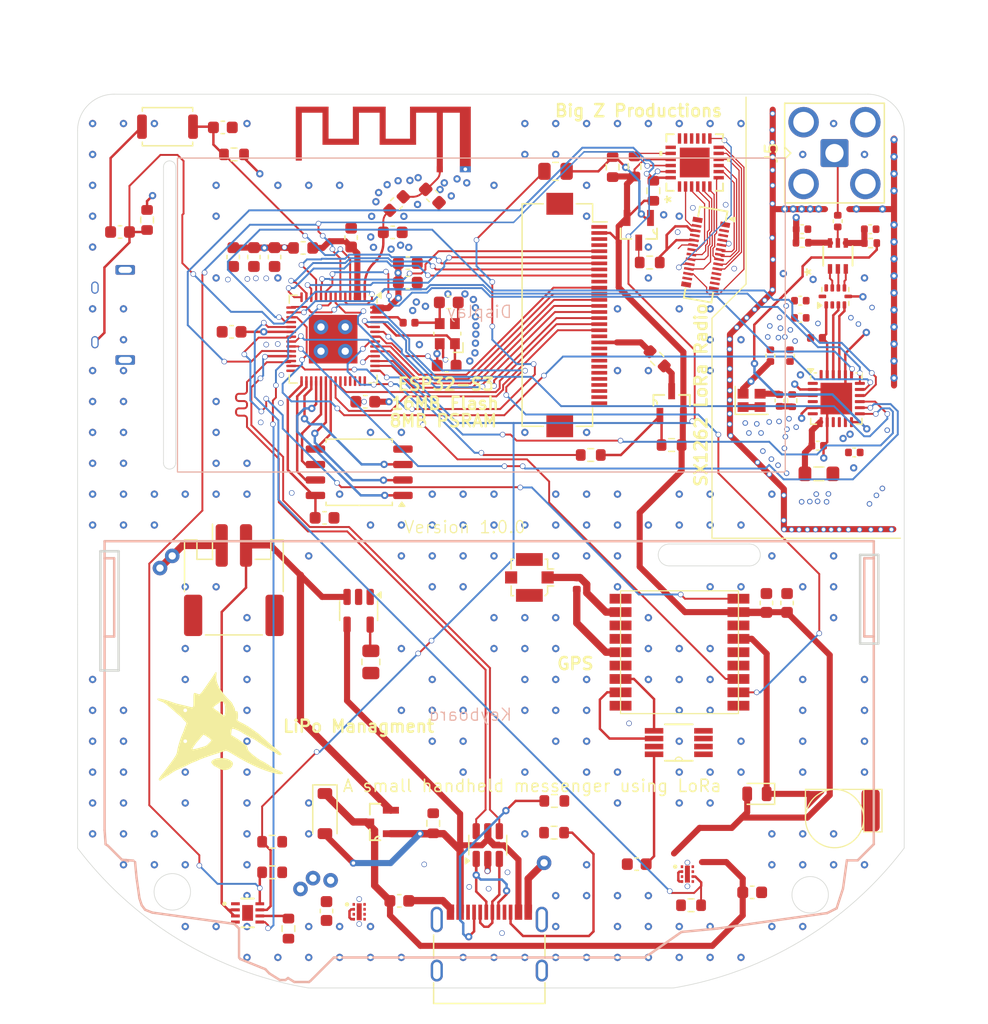
<source format=kicad_pcb>
(kicad_pcb (version 20241229) (generator "pcbnew") (generator_version "9.0")
  (layers (0 "F.Cu" signal) (4 "In1.Cu" signal) (6 "In2.Cu" signal) (2 "B.Cu" signal) (13 "F.Paste" user) (15 "B.Paste" user) (5 "F.SilkS" user "F.Silkscreen") (7 "B.SilkS" user "B.Silkscreen") (1 "F.Mask" user) (3 "B.Mask" user) (25 "Edge.Cuts" user))
  (net 0 "")
  (net 1 "GND")
  (net 2 "Net-(ATGM336H1-SDA)")
  (net 3 "Net-(ATGM336H1-VCC_RF)")
  (net 4 "Net-(ATGM336H1-SCL)")
  (net 5 "Net-(ATGM336H1-VBAT)")
  (net 6 "+3V3")
  (net 7 "GPS_RX")
  (net 9 "Net-(ATGM336H1-RF_IN)")
  (net 10 "GPS_RST")
  (net 11 "GPS_TX")
  (net 12 "VCC")
  (net 13 "VDD_SDIO")
  (net 14 "XTAL_P")
  (net 15 "XTAL_N")
  (net 16 "Net-(U2-LNA_IN)")
  (net 17 "Net-(U11-FP)")
  (net 18 "BOOT")
  (net 19 "EN")
  (net 20 "VBUS")
  (net 21 "Net-(J1-D--PadA7)")
  (net 22 "Net-(J1-CC2)")
  (net 23 "Net-(J1-CC1)")
  (net 26 "Net-(J1-D+-PadA6)")
  (net 27 "VBAT")
  (net 28 "TFT_D3")
  (net 29 "TFT_DC")
  (net 30 "TFT_RST")
  (net 32 "TFT_D4")
  (net 33 "Net-(J4-Pin_20)")
  (net 34 "TFT_CS")
  (net 35 "TFT_D6")
  (net 36 "TFT_D1")
  (net 37 "TFT_WR")
  (net 38 "TFT_RD")
  (net 39 "TFT_D2")
  (net 44 "TFT_D7")
  (net 45 "TFT_D0")
  (net 46 "TFT_D5")
  (net 47 "Net-(U2-XTAL_P)")
  (net 48 "Net-(U17-QSTRT)")
  (net 49 "Net-(U5-PROG)")
  (net 50 "Net-(U13-*RESET)")
  (net 51 "KBD_INT")
  (net 52 "Net-(U9-G)")
  (net 53 "TFT_LED")
  (net 54 "Net-(U1-G)")
  (net 55 "KBD_LED")
  (net 56 "ANT_SW_CTRL")
  (net 57 "Net-(U1-D)")
  (net 59 "D+")
  (net 60 "LORA_SCK")
  (net 62 "Net-(U10-DI(IO0))")
  (net 64 "LORA_BUSY")
  (net 66 "Net-(U10-IO3)")
  (net 69 "LORA_RST")
  (net 70 "Net-(U10-DO(IO1))")
  (net 71 "LORA_MISO")
  (net 72 "D-")
  (net 73 "Net-(U10-IO2)")
  (net 74 "KBD_SDA")
  (net 75 "LORA_NSS")
  (net 76 "Net-(U10-CLK)")
  (net 77 "ALRT")
  (net 78 "Net-(U10-~{CS})")
  (net 79 "KBD_SCL")
  (net 80 "LORA_MOSI")
  (net 81 "STAT")
  (net 82 "/LoRa/DIO3")
  (net 83 "LORA_DIO1")
  (net 84 "COL_3")
  (net 86 "ROW_6")
  (net 90 "ROW_2")
  (net 92 "ROW_5")
  (net 93 "ROW_4")
  (net 94 "COL_2")
  (net 95 "COL_5")
  (net 96 "ROW_3")
  (net 97 "COL_4")
  (net 99 "ROW_1")
  (net 100 "COL_1")
  (net 101 "ROW_7")
  (net 107 "Net-(J5-In)")
  (net 108 "Net-(FL1-RFO)")
  (net 109 "Net-(FL1-RFI_N)")
  (net 110 "Net-(FL1-RFI_P)")
  (net 111 "Net-(FL1-SW_RFO)")
  (net 112 "Net-(FL1-SW_RFI)")
  (net 113 "Net-(U3-VR_PA)")
  (net 114 "Net-(U3-VREG)")
  (net 115 "Net-(C28-Pad2)")
  (net 116 "Net-(C28-Pad1)")
  (net 117 "Net-(U3-DCC_SW)")
  (net 118 "Net-(U3-XTA)")
  (net 125 "+3V3_2")
  (net 126 "Net-(U18-CTRL)")
  (net 127 "Net-(U18-RFC)")
  (net 128 "LDO_EN")
  (net 129 "Net-(U9-D)")
  (net 130 "Net-(U18-~{CTRL}{slash}~{VDD})")
  (net 131 "Net-(C8-Pad1)")
  (net 134 "Net-(U12-LEDA_1_2)")
  (footprint "Capacitor_SMD:C_0402_1005Metric" (layer "F.Cu") (at 166.68 72.75 -90)
    (property "Reference" "C28" (hide yes))
    (property "Value" "10pF" (hide yes))
  )
  (footprint "Capacitor_SMD:C_0603_1608Metric" (layer "F.Cu") (at 167.3 89.4 90)
    (property "Reference" "C20" (hide yes))
    (property "Value" "100nF" (hide yes))
  )
  (footprint "Button_Switch_SMD:SW_Push_SPST_NO_Alps_SKRK" (layer "F.Cu") (at 116.33 50.23)
    (property "Reference" "SW2" (hide yes))
    (property "Value" "EN" (hide yes))
  )
  (footprint "RF_Antenna:Texas_SWRA117D_2.4GHz_Left" (layer "F.Cu") (at 138.73 53.73)
    (property "Reference" "U11" (hide yes))
    (property "Value" "~" (hide yes))
  )
  (footprint "Connectors_Hirose_extra:BM14B(0.8)-24DS-0.4V(53)" (layer "F.Cu") (at 160.6 60.75 -100)
    (property "Reference" "U12" (hide yes))
    (property "Value" "BBQ10KBD" (hide yes))
  )
  (footprint "TCA8418:RTW24_2P45X2P45" (layer "F.Cu") (at 159.7 53.175 90)
    (property "Reference" "U13" (hide yes))
    (property "Value" "TCA8418RTWR" (hide yes))
  )
  (footprint "Resistor_SMD:R_0402_1005Metric" (layer "F.Cu") (at 168.54 59.77 180)
    (property "Reference" "R22" (hide yes))
    (property "Value" "100R" (hide yes))
  )
  (footprint "Diode_SMD:D_SOD-123" (layer "F.Cu") (at 129.28 106.7225 -90)
    (property "Reference" "D1" (hide yes))
    (property "Value" "MBR0540" (hide yes))
  )
  (footprint "Resistor_SMD:R_0603_1608Metric" (layer "F.Cu") (at 114.65 57.9 -90)
    (property "Reference" "R11" (hide yes))
    (property "Value" "10k" (hide yes))
  )
  (footprint "Capacitor_SMD:C_0402_1005Metric" (layer "F.Cu") (at 174.14 58.66)
    (property "Reference" "C26" (hide yes))
    (property "Value" "1nF" (hide yes))
  )
  (footprint "Resistor_SMD:R_0603_1608Metric" (layer "F.Cu") (at 148.155 105.68 180)
    (property "Reference" "R2" (hide yes))
    (property "Value" "5.1k" (hide yes))
  )
  (footprint "Resistor_SMD:R_0603_1608Metric" (layer "F.Cu") (at 138.19 107.52 90)
    (property "Reference" "R6" (hide yes))
    (property "Value" "100k" (hide yes))
  )
  (footprint "Connector_FFC-FPC:Hirose_FH12-30S-0.5SH_1x30-1MP_P0.50mm_Horizontal" (layer "F.Cu") (at 150 65.72 -90)
    (property "Reference" "J4" (hide yes))
    (property "Value" "Display Connector" (hide yes))
  )
  (footprint "Capacitor_SMD:C_0402_1005Metric" (layer "F.Cu") (at 168.53 58.66)
    (property "Reference" "C25" (hide yes))
    (property "Value" "1nF" (hide yes))
  )
  (footprint "Capacitor_SMD:C_0603_1608Metric" (layer "F.Cu") (at 121.7375 60.95 -90)
    (property "Reference" "C5" (hide yes))
    (property "Value" "10uF" (hide yes))
  )
  (footprint "MAX17048:21-0168E_T822-3_MXM" (layer "F.Cu") (at 122.92 114.89)
    (property "Reference" "U17" (hide yes))
    (property "Value" "MAX17049G+T10" (hide yes))
  )
  (footprint "Capacitor_SMD:C_0603_1608Metric" (layer "F.Cu") (at 120.88 50.29)
    (property "Reference" "C21" (hide yes))
    (property "Value" "1uF" (hide yes))
  )
  (footprint "Resistor_SMD:R_0603_1608Metric" (layer "F.Cu") (at 121.8 52.51 180)
    (property "Reference" "R7" (hide yes))
    (property "Value" "10k" (hide yes))
  )
  (footprint "Resistor_SMD:R_0805_2012Metric" (layer "F.Cu") (at 133.06 94.25 90)
    (property "Reference" "R5" (hide yes))
    (property "Value" "2k" (hide yes))
  )
  (footprint "Capacitor_SMD:C_0603_1608Metric" (layer "F.Cu") (at 112.425 58.89 180)
    (property "Reference" "C18" (hide yes))
    (property "Value" "100nF" (hide yes))
  )
  (footprint "Resistor_SMD:R_0402_1005Metric" (layer "F.Cu") (at 174.17 59.8)
    (property "Reference" "R16" (hide yes))
    (property "Value" "100R" (hide yes))
  )
  (footprint "DMG3415:SOT95P240X105-3N" (layer "F.Cu") (at 157.8048 73.004 90)
    (property "Reference" "U9" (hide yes))
    (property "Value" "DMG3415U-7" (hide yes))
  )
  (footprint "Capacitor_SMD:C_0402_1005Metric" (layer "F.Cu") (at 169.82 76.47)
    (property "Reference" "C23" (hide yes))
    (property "Value" "470nF" (hide yes))
  )
  (footprint "Crystal:Crystal_SMD_Abracon_ABM10-4Pin_2.5x2.0mm" (layer "F.Cu") (at 139.35 67.25 180)
    (property "Reference" "X1" (hide yes))
    (property "Value" "40MHz" (hide yes))
  )
  (footprint "footprints:MSR421R" (layer "F.Cu") (at 171.21 107.13 90)
    (property "Reference" "BT1" (hide yes))
    (property "Value" "MS421R" (hide yes))
  )
  (footprint "Resistor_SMD:R_0603_1608Metric" (layer "F.Cu") (at 156.61 69.32 -45)
    (property "Reference" "R21" (hide yes))
    (property "Value" "10" (hide yes))
  )
  (footprint "Capacitor_SMD:C_0402_1005Metric" (layer "F.Cu") (at 171.468981 57.99562 90)
    (property "Reference" "C27" (hide yes))
    (property "Value" "39pF" (hide yes))
  )
  (footprint "Capacitor_SMD:C_0603_1608Metric" (layer "F.Cu") (at 136.1 63.05)
    (property "Reference" "C3" (hide yes))
    (property "Value" "1uF" (hide yes))
  )
  (footprint "KiCAD Parts:SOP65P490X110-8N" (layer "F.Cu") (at 158.39 100.88 180)
    (property "Reference" "U14" (hide yes))
    (property "Value" "24AA32AF-I_MS" (hide yes))
  )
  (footprint "Inductor_SMD:L_0805_2012Metric_Pad1.05x1.20mm_HandSolder" (layer "F.Cu") (at 169.92 78.78 180)
    (property "Reference" "L5" (hide yes))
    (property "Value" "15uH" (hide yes))
  )
  (footprint "Connector_Coaxial:SMA_Amphenol_901-143_Horizontal" (layer "F.Cu") (at 171.2 52.4)
    (property "Reference" "J5")
    (property "Value" "Conn_Coaxial")
  )
  (footprint "Capacitor_SMD:C_0402_1005Metric" (layer "F.Cu") (at 168.39 64.54 180)
    (property "Reference" "C24" (hide yes))
    (property "Value" "47pF" (hide yes))
  )
  (footprint "Capacitor_SMD:C_0603_1608Metric" (layer "F.Cu") (at 134.86 58.92)
    (property "Reference" "C15" (hide yes))
    (property "Value" "1.8pF" (hide yes))
  )
  (footprint "Capacitor_SMD:C_0603_1608Metric" (layer "F.Cu") (at 129.25 82.4)
    (property "Reference" "C12" (hide yes))
    (property "Value" "100nF" (hide yes))
  )
  (footprint "footprints:ATGM336H" (layer "F.Cu") (at 158.45 93.45)
    (property "Reference" "ATGM336H1" (hide yes))
    (property "Value" "~" (hide yes))
  )
  (footprint "Capacitor_SMD:C_0603_1608Metric" (layer "F.Cu") (at 139.47 64.68)
    (property "Reference" "C14" (hide yes))
    (property "Value" "12pF" (hide yes))
  )
  (footprint "PE4259:SC-70-6_PSM" (layer "F.Cu") (at 171.48 60.86 90)
    (property "Reference" "U18" (hide yes))
    (property "Value" "PE4259" (hide yes))
  )
  (footprint "Inductor_SMD:L_0603_1608Metric" (layer "F.Cu") (at 127.4875 60.2)
    (property "Reference" "L7" (hide yes))
    (property "Value" "2.0nH" (hide yes))
  )
  (footprint "Guard:LoRa Ring" (layer "F.Cu") (at 171.42 59.01)
    (property "Reference" "REF**" (hide yes))
    (property "Value" "LoRa Ring" (hide yes))
  )
  (footprint "Connector_Coaxial:U.FL_Molex_MCRF_73412-0110_Vertical" (layer "F.Cu") (at 146.1 87.3 90)
    (property "Reference" "J3" (hide yes))
    (property "Value" "Conn_Coaxial" (hide yes))
  )
  (footprint "Resistor_SMD:R_0603_1608Metric" (layer "F.Cu") (at 156 61.4 180)
    (property "Reference" "R1" (hide yes))
    (property "Value" "10" (hide yes))
  )
  (footprint "Resistor_SMD:R_0603_1608Metric" (layer "F.Cu") (at 157.8 76.41 180)
    (property "Reference" "R13" (hide yes))
    (property "Value" "10k" (hide yes))
  )
  (footprint "Resistor_SMD:R_0402_1005Metric" (layer "F.Cu") (at 167.72 72.76 -90)
    (property "Reference" "R17" (hide yes))
    (property "Value" "220R" (hide yes))
  )
  (footprint "Inductor_SMD:L_0603_1608Metric" (layer "F.Cu") (at 135.17 56.55 45)
    (property "Reference" "L3" (hide yes))
    (property "Value" "2.4nH" (hide yes))
  )
  (footprint "Resistor_SMD:R_0603_1608Metric" (layer "F.Cu") (at 148.13 108.29)
    (property "Reference" "R3" (hide yes))
    (property "Value" "5.1k" (hide yes))
  )
  (footprint "Capacitor_SMD:C_0603_1608Metric" (layer "F.Cu") (at 123.4375 60.95 -90)
    (property "Reference" "C6" (hide yes))
    (property "Value" "1uF" (hide yes))
  )
  (footprint "Inductor_SMD:L_0402_1005Metric" (layer "F.Cu") (at 150 87.8 -90)
    (property "Reference" "L4" (hide yes))
    (property "Value" "47nH" (hide yes))
  )
  (footprint "Capacitor_SMD:C_0402_1005Metric" (layer "F.Cu") (at 167.54 69.06 90)
    (property "Reference" "C11" (hide yes))
    (property "Value" "1uF" (hide yes))
  )
  (footprint "Resistor_SMD:R_0603_1608Metric" (layer "F.Cu") (at 124.94 111.55 180)
    (property "Reference" "R19" (hide yes))
    (property "Value" "5.1k" (hide yes))
  )
  (footprint "LOGO" (layer "F.Cu") (at 120.46 99.86)
    (property "Reference" "G***" (hide yes))
    (property "Value" "LOGO" (hide yes))
  )
  (footprint "Capacitor_SMD:C_0603_1608Metric" (layer "F.Cu") (at 135.4 113.9)
    (property "Reference" "C1" (hide yes))
    (property "Value" "1uF" (hide yes))
  )
  (footprint "Capacitor_SMD:C_0603_1608Metric" (layer "F.Cu") (at 138.12 55.93 -45)
    (property "Reference" "C16" (hide yes))
    (property "Value" "1.8pF" (hide yes))
  )
  (footprint "Capacitor_SMD:C_0402_1005Metric" (layer "F.Cu") (at 172.83 77.02)
    (property "Reference" "C17" (hide yes))
    (property "Value" "100nF" (hide yes))
  )
  (footprint "Capacitor_SMD:C_0603_1608Metric" (layer "F.Cu") (at 139.295 69.875 180)
    (property "Reference" "C13" (hide yes))
    (property "Value" "12pF" (hide yes))
  )
  (footprint "Capacitor_SMD:C_0603_1608Metric" (layer "F.Cu") (at 132.6 72.85 180)
    (property "Reference" "C7" (hide yes))
    (property "Value" "100nF" (hide yes))
  )
  (footprint "Capacitor_SMD:C_0603_1608Metric" (layer "F.Cu") (at 125.1375 60.95 -90)
    (property "Reference" "C31" (hide yes))
    (property "Value" "100nF" (hide yes))
  )
  (footprint "Package_SO:SOIC-8_5.23x5.23mm_P1.27mm" (layer "F.Cu") (at 132.1 78.65 180)
    (property "Reference" "U10" (hide yes))
    (property "Value" "W25Q128JVS" (hide yes))
  )
  (footprint "Connector_JST:JST_PH_S2B-PH-SM4-TB_1x02-1MP_P2.00mm_Horizontal" (layer "F.Cu") (at 121.79 87.52)
    (property "Reference" "J2" (hide yes))
    (property "Value" "Battery" (hide yes))
  )
  (footprint "Capacitor_SMD:C_0402_1005Metric" (layer "F.Cu") (at 168.39 65.95 180)
    (property "Reference" "C22" (hide yes))
    (property "Value" "47nF" (hide yes))
  )
  (footprint "Capacitor_SMD:C_0603_1608Metric" (layer "F.Cu") (at 136.1 61.45)
    (property "Reference" "C4" (hide yes))
    (property "Value" "10nF" (hide yes))
  )
  (footprint "Package_DFN_QFN:QFN-56-1EP_7x7mm_P0.4mm_EP4x4mm" (layer "F.Cu") (at 129.9575 67.7025 -90)
    (property "Reference" "U2" (hide yes))
    (property "Value" "ESP32-S3" (hide yes))
  )
  (footprint "Package_DFN_QFN:QFN-24-1EP_4x4mm_P0.5mm_EP2.6x2.6mm" (layer "F.Cu") (at 171.35 72.59)
    (property "Reference" "U3" (hide yes))
    (property "Value" "SX1262IMLTRT" (hide yes))
  )
  (footprint "Resistor_SMD:R_0603_1608Metric" (layer "F.Cu") (at 152.95 53.55 90)
    (property "Reference" "R15" (hide yes))
    (property "Value" "10k" (hide yes))
  )
  (footprint "Capacitor_SMD:C_0603_1608Metric" (layer "F.Cu") (at 165.6 89.4 90)
    (property "Reference" "C19" (hide yes))
    (property "Value" "10uF" (hide yes))
  )
  (footprint "Inductor_SMD:L_0402_1005Metric" (layer "F.Cu") (at 169.72 67.6)
    (property "Reference" "L6" (hide yes))
    (property "Value" "47nH" (hide yes))
  )
  (footprint "Diode_SMD:D_MicroMELF" (layer "F.Cu") (at 164.82 105.1 180)
    (property "Reference" "D2" (hide yes))
    (property "Value" "MCL4148" (hide yes))
  )
  (footprint "Package_TO_SOT_SMD:SOT-23-5" (layer "F.Cu") (at 132.0525 90.04 -90)
    (property "Reference" "U5" (hide yes))
    (property "Value" "MCP73831-2-OT" (hide yes))
  )
  (footprint "Capacitor_SMD:C_0603_1608Metric" (layer "F.Cu") (at 121.6 67.1 180)
    (property "Reference" "C9" (hide yes))
    (property "Value" "100nF" (hide yes))
  )
  (footprint "Capacitor_SMD:C_0402_1005Metric" (layer "F.Cu") (at 165.93 69.06 90)
    (property "Reference" "C10" (hide yes))
    (property "Value" "100nF" (hide yes))
  )
  (footprint "Capacitor_SMD:C_0603_1608Metric" (layer "F.Cu") (at 131.4375 59.35 90)
    (property "Reference" "C8" (hide yes))
    (property "Value" "100nF" (hide yes))
  )
  (footprint "Resistor_SMD:R_0603_1608Metric" (layer "F.Cu") (at 156.3 55.5 90)
    (property "Reference" "R10" (hide yes))
    (property "Value" "10k" (hide yes))
  )
  (footprint "DMG3415:SOT95P240X105-3N" (layer "F.Cu") (at 133.69 107.41 180)
    (property "Reference" "U8" (hide yes))
    (property "Value" "DMG3415U-7" (hide yes))
  )
  (footprint "NCP186AMX330TAG:XDFN8_1P6X1P2_ONS" (layer "F.Cu") (at 132.1 114.8)
    (property "Reference" "U19" (hide yes))
    (property "Value" "NCP186AMX330TAG" (hide yes))
  )
  (footprint "Connector_USB:USB_C_Receptacle_G-Switch_GT-USB-7010ASV" (layer "F.Cu") (at 142.80399 118.555425)
    (property "Reference" "J1" (hide yes))
    (property "Value" "USB_C_Receptacle_USB2.0_16P" (hide yes))
  )
  (footprint "Resistor_SMD:R_0805_2012Metric" (layer "F.Cu") (at 148.25 53.9 180)
    (property "Reference" "R14" (hide yes))
    (property "Value" "2k" (hide yes))
  )
  (footprint "Capacitor_SMD:C_0603_1608Metric" (layer "F.Cu") (at 164.43 113.2)
    (property "Reference" "C29" (hide yes))
    (property "Value" "1uF" (hide yes))
  )
  (footprint "Resistor_SMD:R_0603_1608Metric" (layer "F.Cu") (at 159.4 114.26 180)
    (property "Reference" "R18" (hide yes))
    (property "Value" "10k" (hide yes))
  )
  (footprint "Resistor_SMD:R_0603_1608Metric" (layer "F.Cu") (at 124.94 109.04 180)
    (property "Reference" "R20" (hide yes))
    (property "Value" "5.1k" (hide yes))
  )
  (footprint "footprints:vert_button_6mm" (layer "F.Cu") (at 112.85 65.715 -90)
    (property "Reference" "SW1" (hide yes))
    (property "Value" "BOOT" (hide yes))
  )
  (footprint "Crystal:Crystal_SMD_2016-4Pin_2.0x1.6mm" (layer "F.Cu") (at 164.38 72.74)
    (property "Reference" "Q1_Xtal1" (hide yes))
    (property "Value" "32.0MHz" (hide yes))
  )
  (footprint "Capacitor_SMD:C_0603_1608Metric" (layer "F.Cu") (at 129.41 114.735 -90)
    (property "Reference" "C32" (hide yes))
    (property "Value" "1uF" (hide yes))
  )
  (footprint "DMG3415:SOT95P240X105-3N" (layer "F.Cu") (at 155.1 58.75 -90)
    (property "Reference" "U1" (hide yes))
    (property "Value" "DMG3415U-7" (hide yes))
  )
  (footprint "Inductor_SMD:L_0402_1005Metric" (layer "F.Cu") (at 136.2 66.35 180)
    (property "Reference" "L2" (hide yes))
    (property "Value" "22nH" (hide yes))
  )
  (footprint "Resistor_SMD:R_0603_1608Metric" (layer "F.Cu") (at 154.75 53.5 90)
    (property "Reference" "R9" (hide yes))
    (property "Value" "10k" (hide yes))
  )
  (footprint "Resistor_SMD:R_0603_1608Metric" (layer "F.Cu") (at 151.15 77.23 180)
    (property "Reference" "R12" (hide yes))
    (property "Value" "2k" (hide yes))
  )
  (footprint "Capacitor_SMD:C_0603_1608Metric" (layer "F.Cu") (at 154.93 110.88 180)
    (property "Reference" "C2" (hide yes))
    (property "Value" "1uF" (hide yes))
  )
  (footprint "Resistor_SMD:R_0603_1608Metric" (layer "F.Cu") (at 126.28 116.18 -90)
    (property "Reference" "R4" (hide yes))
    (property "Value" "10k" (hide yes))
  )
  (footprint "RF_Converter:Balun_Johanson_0900FM15K0039" (layer "F.Cu") (at 171.27 64.19 90)
    (property "Reference" "FL1" (hide yes))
    (property "Value" "0900FM15K0039" (hide yes))
  )
  (footprint "NCP186AMX330TAG:XDFN8_1P6X1P2_ONS" (layer "F.Cu") (at 159.1 111.7)
    (property "Reference" "U6" (hide yes))
    (property "Value" "NCP186AMX330TAG" (hide yes))
  )
  (footprint "Package_TO_SOT_SMD:SOT-23-6" (layer "F.Cu") (at 142.6775 109.31 90)
    (property "Reference" "U4" (hide yes))
    (property "Value" "USBLC6-2SC6" (hide yes))
  )
  (footprint "Keyboard:BBQ10KBD" (layer "B.Cu") (at 142.82 101.38 180)
    (property "Reference" "U16" (hide yes))
    (property "Value" "~" (hide yes))
    (fp_line (start 32.01202 16.236106) (end 32.01202 6.43) (stroke (width 0.2)) (layer "Edge.Cuts"))
    (fp_line (start 32.01202 6.43) (end 30.51202 6.43) (stroke (width 0.2)) (layer "Edge.Cuts"))
    (fp_line (start 30.51202 16.236106) (end 32.01202 16.236106) (stroke (width 0.2)) (layer "Edge.Cuts"))
    (fp_line (start 30.51202 6.43) (end 30.51202 16.236106) (stroke (width 0.2)) (layer "Edge.Cuts"))
    (fp_line (start -30.48798 15.936106) (end -30.48798 8.636106) (stroke (width 0.2)) (layer "Edge.Cuts"))
    (fp_line (start -30.48798 8.636106) (end -31.98798 8.636106) (stroke (width 0.2)) (layer "Edge.Cuts"))
    (fp_line (start -31.98798 15.936106) (end -30.48798 15.936106) (stroke (width 0.2)) (layer "Edge.Cuts"))
    (fp_line (start -31.98798 8.636106) (end -31.98798 15.936106) (stroke (width 0.2)) (layer "Edge.Cuts"))
  )
  (gr_line (start 163.925 63.175) (end 161.125 65.975) (stroke (width 0.1)) (layer "F.SilkS"))
  (gr_line (start 163.925 47.8) (end 163.925 63.175) (stroke (width 0.1)) (layer "F.SilkS"))
  (gr_line (start 161.125 84.075) (end 176.625 84.075) (stroke (width 0.1)) (layer "F.SilkS"))
  (gr_line (start 161.125 65.975) (end 161.125 84.075) (stroke (width 0.1)) (layer "F.SilkS"))
  (gr_line (start 167.15 52.81) (end 152.15 52.81) (stroke (width 0.1)) (layer "B.SilkS"))
  (gr_rect (start 117.15 52.81) (end 167.15 78.63) (stroke (width 0.1)) (fill no) (layer "B.SilkS"))
  (gr_line (start 142.93399 121.065425) (end 127.93399 121.065425) (stroke (width 0.05)) (layer "Edge.Cuts"))
  (gr_line (start 117 53.54) (end 117 77.89) (stroke (width 0.05)) (layer "Edge.Cuts"))
  (gr_arc (start 117 77.89) (mid 116.5 78.39) (end 116 77.89) (stroke (width 0.05)) (layer "Edge.Cuts"))
  (gr_circle (center 116.725 113.157241) (end 118.225 113.157241) (stroke (width 0.05)) (fill no) (layer "Edge.Cuts"))
  (gr_arc (start 176.93798 109.556947) (mid 168.537294 117.129779) (end 157.933991 121.065426) (stroke (width 0.05)) (layer "Edge.Cuts"))
  (gr_arc (start 108.93 50.556947) (mid 109.808663 48.435596) (end 111.93 47.556947) (stroke (width 0.05)) (layer "Edge.Cuts"))
  (gr_line (start 116 77.89) (end 116 53.54) (stroke (width 0.05)) (layer "Edge.Cuts"))
  (gr_arc (start 164.2 84.55) (mid 165.100014 85.450014) (end 164.2 86.35) (stroke (width 0.05)) (layer "Edge.Cuts"))
  (gr_arc (start 116 53.54) (mid 116.5 53.04) (end 117 53.54) (stroke (width 0.05)) (layer "Edge.Cuts"))
  (gr_line (start 108.93 89.556947) (end 108.93 50.556947) (stroke (width 0.05)) (layer "Edge.Cuts"))
  (gr_line (start 176.93798 109.556947) (end 176.93798 89.556947) (stroke (width 0.05)) (layer "Edge.Cuts"))
  (gr_line (start 111.93 47.556947) (end 173.93798 47.556947) (stroke (width 0.05)) (layer "Edge.Cuts"))
  (gr_line (start 160.9 86.35) (end 164.2 86.35) (stroke (width 0.05)) (layer "Edge.Cuts"))
  (gr_circle (center 169.200831 113.4) (end 170.700831 113.4) (stroke (width 0.05)) (fill no) (layer "Edge.Cuts"))
  (gr_line (start 160.9 84.55) (end 157.6 84.55) (stroke (width 0.05)) (layer "Edge.Cuts"))
  (gr_line (start 160.9 84.55) (end 164.2 84.55) (stroke (width 0.05)) (layer "Edge.Cuts"))
  (gr_arc (start 157.6 86.35) (mid 156.700014 85.450014) (end 157.6 84.55) (stroke (width 0.05)) (layer "Edge.Cuts"))
  (gr_arc (start 173.93798 47.556947) (mid 176.059297 48.435622) (end 176.93798 50.556947) (stroke (width 0.05)) (layer "Edge.Cuts"))
  (gr_line (start 160.9 86.35) (end 157.6 86.35) (stroke (width 0.05)) (layer "Edge.Cuts"))
  (gr_line (start 108.93 89.556947) (end 108.93 109.556947) (stroke (width 0.05)) (layer "Edge.Cuts"))
  (gr_line (start 142.93399 121.065425) (end 157.93399 121.065425) (stroke (width 0.05)) (layer "Edge.Cuts"))
  (gr_arc (start 127.93399 121.065425) (mid 117.330684 117.129785) (end 108.930001 109.556946) (stroke (width 0.05)) (layer "Edge.Cuts"))
  (gr_line (start 176.93798 89.556947) (end 176.93798 50.556947) (stroke (width 0.05)) (layer "Edge.Cuts"))
  (gr_text "Version 1.0.0" (at 135.725 83.75 0) (layer "F.SilkS") (effects (font (size 1 1) (thickness 0.1)) (justify left bottom)))
  (gr_text "16MB Flash" (at 134.625 73.575 0) (layer "F.SilkS") (effects (font (size 1 1) (thickness 0.2) (bold yes)) (justify left bottom)))
  (gr_text "ESP32-S3" (at 135.15 72 0) (layer "F.SilkS") (effects (font (size 1 1) (thickness 0.2) (bold yes)) (justify left bottom)))
  (gr_text "Big Z Productions" (at 148.1 49.5 0) (layer "F.SilkS") (effects (font (size 1 1) (thickness 0.2) (bold yes)) (justify left bottom)))
  (gr_text "A small handheld messenger using LoRa" (at 130.675 105.025 0) (layer "F.SilkS") (effects (font (size 1 1) (thickness 0.125) (bold yes)) (justify left bottom)))
  (gr_text "8MB PSRAM" (at 134.475 75 0) (layer "F.SilkS") (effects (font (size 1 1) (thickness 0.2) (bold yes)) (justify left bottom)))
  (gr_text "LiPo Managment" (at 125.725 100.125 0) (layer "F.SilkS") (effects (font (size 1 1) (thickness 0.2) (bold yes)) (justify left bottom)))
  (gr_text "SX1262 LoRa Radio" (at 160.8 79.95 90) (layer "F.SilkS") (effects (font (size 1 1) (thickness 0.2) (bold yes)) (justify left bottom)))
  (gr_text "GPS" (at 148.275 94.975 0) (layer "F.SilkS") (effects (font (size 1 1) (thickness 0.2) (bold yes)) (justify left bottom)))
  (gr_text "Display" (at 144.75 66.04 0) (layer "B.SilkS") (effects (font (size 1 1) (thickness 0.1)) (justify left bottom mirror)))
  (gr_text "Keyboard" (at 144.74 99.17 0) (layer "B.SilkS") (effects (font (size 1 1) (thickness 0.1)) (justify left bottom mirror)))
  (segment (start 139 69.2) (end 139.2 69.4) (width 0.2) (layer "F.Cu") (net 1))
  (segment (start 170.6 74.5275) (end 170.6 73.34) (width 0.2) (layer "F.Cu") (net 1))
  (segment (start 172.1 70.6525) (end 172.1 71.84) (width 0.2) (layer "F.Cu") (net 1))
  (segment (start 172.1 70.6525) (end 172.0875 70.64) (width 0.2) (layer "F.Cu") (net 1))
  (segment (start 170.3 76.47) (end 170.6 76.17) (width 0.2) (layer "F.Cu") (net 1))
  (segment (start 172.1 71.84) (end 171.35 72.59) (width 0.2) (layer "F.Cu") (net 1))
  (segment (start 116.71 85.53) (end 115.71 86.53) (width 0.6) (layer "F.Cu") (net 1))
  (segment (start 139.60399 114.830425) (end 139.60399 114.510425) (width 0.6) (layer "F.Cu") (net 1))
  (segment (start 169.4125 73.34) (end 170.6 73.34) (width 0.2) (layer "F.Cu") (net 1))
  (segment (start 170.3 76.47) (end 170.3 77.46) (width 0.2) (layer "F.Cu") (net 1))
  (segment (start 138.5 68.9) (end 138.52 68.88) (width 0.2) (layer "F.Cu") (net 1))
  (segment (start 114.23 50.23) (end 111.65 52.81) (width 0.2) (layer "F.Cu") (net 1))
  (segment (start 142.6775 111.4225) (end 142.65 111.45) (width 0.5) (layer "F.Cu") (net 1))
  (segment (start 138.52 68.92) (end 138.5 68.9) (width 0.2) (layer "F.Cu") (net 1))
  (segment (start 116.72 85.53) (end 116.71 85.53) (width 0.6) (layer "F.Cu") (net 1))
  (segment (start 146.00399 112.07601) (end 147.31 110.77) (width 0.6) (layer "F.Cu") (net 1))
  (segment (start 170.6 71.84) (end 171.35 72.59) (width 0.2) (layer "F.Cu") (net 1))
  (segment (start 168.37 71.84) (end 167.93 71.4) (width 0.2) (layer "F.Cu") (net 1))
  (segment (start 172.3325 64.19) (end 173.51 64.19) (width 0.2) (layer "F.Cu") (net 1))
  (segment (start 131.825 72.85) (end 132.5 72.85) (width 0.156464) (layer "F.Cu") (net 1))
  (segment (start 168.5 73.825614) (end 168.5 74.21) (width 0.2) (layer "F.Cu") (net 1))
  (segment (start 138.52 69.875) (end 138.52 68.92) (width 0.2) (layer "F.Cu") (net 1))
  (segment (start 165.08 73.29) (end 163.68 73.29) (width 0.5) (layer "F.Cu") (net 1))
  (segment (start 120.79 84.67) (end 117.57 84.67) (width 0.6) (layer "F.Cu") (net 1))
  (segment (start 169.4125 73.34) (end 168.985614 73.34) (width 0.2) (layer "F.Cu") (net 1))
  (segment (start 140.245 66.155) (end 139.975 66.425) (width 0.2) (layer "F.Cu") (net 1))
  (segment (start 138.725 68.075) (end 139 68.35) (width 0.2) (layer "F.Cu") (net 1))
  (segment (start 172.0875 70.64) (end 172.0875 68.8825) (width 0.2) (layer "F.Cu") (net 1))
  (segment (start 111.65 52.81) (end 111.65 58.89) (width 0.2) (layer "F.Cu") (net 1))
  (segment (start 139.60399 114.510425) (end 138.97399 113.880425) (width 0.6) (layer "F.Cu") (net 1))
  (segment (start 117.57 84.67) (end 116.72 85.52) (width 0.6) (layer "F.Cu") (net 1))
  (segment (start 138.52 68.28) (end 138.725 68.075) (width 0.2) (layer "F.Cu") (net 1))
  (segment (start 159.57166 59.95942) (end 158.64058 59.95942) (width 0.1) (layer "F.Cu") (net 1))
  (segment (start 116.72 85.52) (end 116.72 85.53) (width 0.6) (layer "F.Cu") (net 1))
  (segment (start 170.6 73.34) (end 171.35 72.59) (width 0.2) (layer "F.Cu") (net 1))
  (segment (start 140.245 64.68) (end 140.245 64.539696) (width 0.2) (layer "F.Cu") (net 1))
  (segment (start 136.204575 113.880425) (end 136.185 113.9) (width 0.6) (layer "F.Cu") (net 1))
  (segment (start 170.6 76.17) (end 170.6 74.5275) (width 0.2) (layer "F.Cu") (net 1))
  (segment (start 170.3 77.46) (end 170.32 77.48) (width 0.2) (layer "F.Cu") (net 1))
  (segment (start 171.52 63.49) (end 171.52 61.9668) (width 0.156464) (layer "F.Cu") (net 1))
  (segment (start 158.64058 59.95942) (end 158.35 60.25) (width 0.1) (layer "F.Cu") (net 1))
  (segment (start 169.4125 71.84) (end 168.37 71.84) (width 0.2) (layer "F.Cu") (net 1))
  (segment (start 146.00399 114.830425) (end 146.00399 112.07601) (width 0.6) (layer "F.Cu") (net 1))
  (segment (start 138.97399 113.880425) (end 136.204575 113.880425) (width 0.6) (layer "F.Cu") (net 1))
  (segment (start 169.4125 71.84) (end 170.6 71.84) (width 0.2) (layer "F.Cu") (net 1))
  (segment (start 140.245 64.68) (end 140.245 66.155) (width 0.2) (layer "F.Cu") (net 1))
  (segment (start 171.52 61.9668) (end 171.48 61.9268) (width 0.156464) (layer "F.Cu") (net 1))
  (segment (start 139 68.35) (end 139 69.2) (width 0.2) (layer "F.Cu") (net 1))
  (segment (start 173.51 64.19) (end 173.54 64.22) (width 0.2) (layer "F.Cu") (net 1))
  (segment (start 172.0875 68.8825) (end 173.82 67.15) (width 0.2) (layer "F.Cu") (net 1))
  (segment (start 168.985614 73.34) (end 168.5 73.825614) (width 0.2) (layer "F.Cu") (net 1))
  (segment (start 138.52 68.88) (end 138.52 68.28) (width 0.2) (layer "F.Cu") (net 1))
  (segment (start 142.6775 110.4475) (end 142.6775 111.4225) (width 0.5) (layer "F.Cu") (net 1))
  (via (at 110.17 75.37) (size 0.6) (drill 0.3) (layers "F.Cu" "B.Cu") (net 1))
  (via (at 110.17 95.69) (size 0.6) (drill 0.3) (layers "F.Cu" "B.Cu") (net 1))
  (via (at 155.89 49.97) (size 0.6) (drill 0.3) (layers "F.Cu" "B.Cu") (net 1))
  (via (at 171.59 83.36) (size 0.45) (drill 0.3) (layers "F.Cu" "B.Cu") (net 1))
  (via (at 128.955 68.695) (size 1.2) (drill 0.6) (layers "F.Cu" "B.Cu") (net 1))
  (via (at 162.58 67.71) (size 0.45) (drill 0.3) (layers "F.Cu" "B.Cu") (net 1))
  (via (at 163.51 82.99) (size 0.6) (drill 0.3) (layers "F.Cu" "B.Cu") (net 1))
  (via (at 158.43 93.15) (size 0.6) (drill 0.3) (layers "F.Cu" "B.Cu") (net 1))
  (via (at 175.14 79.98) (size 0.45) (drill 0.3) (layers "F.Cu" "B.Cu") (net 1))
  (via (at 168.59 100.77) (size 0.6) (drill 0.3) (layers "F.Cu" "B.Cu") (net 1))
  (via (at 112.71 67.75) (size 0.6) (drill 0.3) (layers "F.Cu" "B.Cu") (net 1))
  (via (at 141.2 69.5) (size 0.6) (drill 0.3) (layers "F.Cu" "B.Cu") (net 1))
  (via (at 175.89 83.36) (size 0.45) (drill 0.3) (layers "F.Cu" "B.Cu") (net 1))
  (via (at 130.49 80.45) (size 0.6) (drill 0.3) (layers "F.Cu" "B.Cu") (net 1))
  (via (at 150.81 100.77) (size 0.6) (drill 0.3) (layers "F.Cu" "B.Cu") (net 1))
  (via (at 173.82 67.15) (size 0.6) (drill 0.3) (layers "F.Cu" "B.Cu") (net 1))
  (via (at 158.43 65.21) (size 0.6) (drill 0.3) (layers "F.Cu" "B.Cu") (net 1))
  (via (at 168.05 74.94) (size 0.45) (drill 0.3) (layers "F.Cu" "B.Cu") (net 1))
  (via (at 120.33 62.67) (size 0.6) (drill 0.3) (layers "F.Cu" "B.Cu") (net 1))
  (via (at 117.79 105.85) (size 0.6) (drill 0.3) (layers "F.Cu" "B.Cu") (net 1))
  (via (at 110.17 98.23) (size 0.6) (drill 0.3) (layers "F.Cu" "B.Cu") (net 1))
  (via (at 141.15 112.75) (size 0.45) (drill 0.35) (layers "F.Cu" "B.Cu") (net 1))
  (via (at 127.95 108.39) (size 0.6) (drill 0.3) (layers "F.Cu" "B.Cu") (net 1))
  (via (at 162.58 71.06) (size 0.45) (drill 0.3) (layers "F.Cu" "B.Cu") (net 1))
  (via (at 125.65 72.95) (size 0.45) (drill 0.35) (layers "F.Cu" "B.Cu") (net 1))
  (via (at 172.34 83.37) (size 0.45) (drill 0.3) (layers "F.Cu" "B.Cu") (net 1))
  (via (at 160.97 70.29) (size 0.6) (drill 0.3) (layers "F.Cu" "B.Cu") (net 1))
  (via (at 168.59 103.31) (size 0.6) (drill 0.3) (layers "F.Cu" "B.Cu") (net 1))
  (via (at 136.9 56.625) (size 0.6) (drill 0.3) (layers "F.Cu" "B.Cu") (net 1))
  (via (at 133.475 56.4) (size 0.6) (drill 0.3) (layers "F.Cu" "B.Cu") (net 1))
  (via (at 142.65 111.45) (size 0.45) (drill 0.35) (layers "F.Cu" "B.Cu") (net 1))
  (via (at 153.35 103.31) (size 0.6) (drill 0.3) (layers "F.Cu" "B.Cu") (net 1))
  (via (at 120.33 75.37) (size 0.6) (drill 0.3) (layers "F.Cu" "B.Cu") (net 1))
  (via (at 138.11 100.77) (size 0.6) (drill 0.3) (layers "F.Cu" "B.Cu") (net 1))
  (via (at 166.112087 55.060299) (size 0.45) (drill 0.3) (layers "F.Cu" "B.Cu") (net 1))
  (via (at 136.5 65.35) (size 0.6) (drill 0.3) (layers "F.Cu" "B.Cu") (net 1))
  (via (at 122.87 108.39) (size 0.6) (drill 0.3) (layers "F.Cu" "B.Cu") (net 1))
  (via (at 150.81 110.93) (size 0.6) (drill 0.3) (layers "F.Cu" "B.Cu") (net 1))
  (via (at 166.59 67.58) (size 0.45) (drill 0.3) (layers "F.Cu" "B.Cu") (net 1))
  (via (at 166.11 49.15) (size 0.45) (drill 0.3) (layers "F.Cu" "B.Cu") (net 1))
  (via (at 159.1 110.75) (size 0.45) (drill 0.35) (layers "F.Cu" "B.Cu") (net 1))
  (via (at 137.55 65) (size 0.6) (drill 0.3) (layers "F.Cu" "B.Cu") (net 1))
  (via (at 135.57 93.15) (size 0.6) (drill 0.3) (layers "F.Cu" "B.Cu") (net 1))
  (via (at 135.5 59.975) (size 0.6) (drill 0.3) (layers "F.Cu" "B.Cu") (net 1))
  (via (at 171.13 108.39) (size 0.6) (drill 0.3) (layers "F.Cu" "B.Cu") (net 1))
  (via (at 117.79 116.01) (size 0.6) (drill 0.3) (layers "F.Cu" "B.Cu") (net 1))
  (via (at 150.81 55.05) (size 0.6) (drill 0.3) (layers "F.Cu" "B.Cu") (net 1))
  (via (at 110.17 57.59) (size 0.6) (drill 0.3) (layers "F.Cu" "B.Cu") (net 1))
  (via (at 139.4 63.984696) (size 0.6) (drill 0.3) (layers "F.Cu" "B.Cu") (net 1))
  (via (at 162.57 68.53) (size 0.45) (drill 0.3) (layers "F.Cu" "B.Cu") (net 1))
  (via (at 143.19 93.15) (size 0.6) (drill 0.3) (layers "F.Cu" "B.Cu") (net 1))
  (via (at 140.65 85.53) (size 0.6) (drill 0.3) (layers "F.Cu" "B.Cu") (net 1))
  (via (at 169.17 81.06) (size 0.45) (drill 0.3) (layers "F.Cu" "B.Cu") (net 1))
  (via (at 150.81 82.99) (size 0.6) (drill 0.3) (layers "F.Cu" "B.Cu") (net 1))
  (via (at 158.43 100.77) (size 0.6) (drill 0.3) (layers "F.Cu" "B.Cu") (net 1))
  (via (at 148.27 113.47) (size 0.6) (drill 0.3) (layers "F.Cu" "B.Cu") (net 1))
  (via (at 132.5 72.85) (size 0.45) (drill 0.35) (layers "F.Cu" "B.Cu") (net 1))
  (via (at 167.29 75.11) (size 0.45) (drill 0.3) (layers "F.Cu" "B.Cu") (net 1))
  (via (at 117.79 88.07) (size 0.6) (drill 0.3) (layers "F.Cu" "B.Cu") (net 1))
  (via (at 138.11 85.53) (size 0.6) (drill 0.3) (layers "F.Cu" "B.Cu") (net 1))
  (via (at 165.88 66.62) (size 0.45) (drill 0.3) (layers "F.Cu" "B.Cu") (net 1))
  (via (at 153.35 82.99) (size 0.6) (drill 0.3) (layers "F.Cu" "B.Cu") (net 1))
  (via (at 166.99 62.31) (size 0.6) (drill 0.3) (layers "F.Cu" "B.Cu") (net 1))
  (via (at 164.16 75.42) (size 0.45) (drill 0.3) (layers "F.Cu" "B.Cu") (net 1))
  (via (at 138.11 98.23) (size 0.6) (drill 0.3) (layers "F.Cu" "B.Cu") (net 1))
  (via (at 112.71 100.77) (size 0.6) (drill 0.3) (layers "F.Cu" "B.Cu") (net 1))
  (via (at 148.27 116.01) (size 0.6) (drill 0.3) (layers "F.Cu" "B.Cu") (net 1))
  (via (at 168.59 88.07) (size 0.6) (drill 0.3) (layers "F.Cu" "B.Cu") (net 1))
  (via (at 167.02 82.61) (size 0.45) (drill 0.3) (layers "F.Cu" "B.Cu") (net 1))
  (via (at 171.13 110.93) (size 0.6) (drill 0.3) (layers "F.Cu" "B.Cu") (net 1))
  (via (at 145.73 93.15) (size 0.6) (drill 0.3) (layers "F.Cu" "B.Cu") (net 1))
  (via (at 133.05 59.3) (size 0.6) (drill 0.3) (layers "F.Cu" "B.Cu") (net 1))
  (via (at 176.1 54.1) (size 0.6) (drill 0.3) (layers "F.Cu" "B.Cu") (net 1))
  (via (at 125.41 55.05) (size 0.6) (drill 0.3) (layers "F.Cu" "B.Cu") (net 1))
  (via (at 173.67 52.51) (size 0.6) (drill 0.3) (layers "F.Cu" "B.Cu") (net 1))
  (via (at 150.81 98.23) (size 0.6) (drill 0.3) (layers "F.Cu" "B.Cu") (net 1))
  (via (at 110.17 65.21) (size 0.6) (drill 0.3) (layers "F.Cu" "B.Cu") (net 1))
  (via (at 166.14 61.16) (size 0.45) (drill 0.3) (layers "F.Cu" "B.Cu") (net 1))
  (via (at 140.65 100.77) (size 0.6) (drill 0.3) (layers "F.Cu" "B.Cu") (net 1))
  (via (at 153.35 118.55) (size 0.6) (drill 0.3) (layers "F.Cu" "B.Cu") (net 1))
  (via (at 160.97 93.15) (size 0.6) (drill 0.3) (layers "F.Cu" "B.Cu") (net 1))
  (via (at 163.51 118.55) (size 0.6) (drill 0.3) (layers "F.Cu" "B.Cu") (net 1))
  (via (at 169.84 66.41) (size 0.45) (drill 0.3) (layers "F.Cu" "B.Cu") (net 1))
  (via (at 162.95 61.9) (size 0.45) (drill 0.35) (layers "F.Cu" "B.Cu") (net 1))
  (via (at 112.71 49.97) (size 0.6) (drill 0.3) (layers "F.Cu" "B.Cu") (net 1))
  (via (at 122.87 113.47) (size 0.6) (drill 0.3) (layers "F.Cu" "B.Cu") (net 1))
  (via (at 130.95 68.695) (size 1.2) (drill 0.6) (layers "F.Cu" "B.Cu") (net 1))
  (via (at 110.17 82.99) (size 0.6) (drill 0.3) (layers "F.Cu" "B.Cu") (net 1))
  (via (at 120.33 77.91) (size 0.6) (drill 0.3) (layers "F.Cu" "B.Cu") (net 1))
  (via (at 135.3 54.675) (size 0.6) (drill 0.3) (layers "F.Cu" "B.Cu") (net 1))
  (via (at 133.125 57.6) (size 0.6) (drill 0.3) (layers "F.Cu" "B.Cu") (net 1))
  (via (at 143.19 85.53) (size 0.6) (drill 0.3) (layers "F.Cu" "B.Cu") (net 1))
  (via (at 166.05 108.39) (size 0.6) (drill 0.3) (layers "F.Cu" "B.Cu") (net 1))
  (via (at 159.1 112.7) (size 0.45) (drill 0.35) (layers "F.Cu" "B.Cu") (net 1))
  (via (at 155.89 60.13) (size 0.6) (drill 0.3) (layers "F.Cu" "B.Cu") (net 1))
  (via (at 128.955 66.705) (size 1.2) (drill 0.6) (layers "F.Cu" "B.Cu") (net 1))
  (via (at 110.17 72.83) (size 0.6) (drill 0.3) (layers "F.Cu" "B.Cu") (net 1))
  (via (at 170.55 81.08) (size 0.45) (drill 0.3) (layers "F.Cu" "B.Cu") (net 1))
  (via (at 134.4 55) (size 0.6) (drill 0.3) (layers "F.Cu" "B.Cu") (net 1))
  (via (at 125.4 68.1) (size 0.45) (drill 0.35) (layers "F.Cu" "B.Cu") (net 1))
  (via (at 150.81 113.47) (size 0.6) (drill 0.3) (layers "F.Cu" "B.Cu") (net 1))
  (via (at 169.2 57) (size 0.6) (drill 0.3) (layers "F.Cu" "B.Cu") (net 1))
  (via (at 155.89 95.69) (size 0.6) (drill 0.3) (layers "F.Cu" "B.Cu") (net 1))
  (via (at 155.89 82.99) (size 0.6) (drill 0.3) (layers "F.Cu" "B.Cu") (net 1))
  (via (at 170.93 83.37) (size 0.45) (drill 0.3) (layers "F.Cu" "B.Cu") (net 1))
  (via (at 166.11 53.8) (size 0.45) (drill 0.3) (layers "F.Cu" "B.Cu") (net 1))
  (via (at 173.17 66.46) (size 0.45) (drill 0.3) (layers "F.Cu" "B.Cu") (net 1))
  (via (at 168.29 83.37) (size 0.45) (drill 0.3) (layers "F.Cu" "B.Cu") (net 1))
  (via (at 133.03 118.55) (size 0.6) (drill 0.3) (layers "F.Cu" "B.Cu") (net 1))
  (via (at 137.05 68.15) (size 0.6) (drill 0.3) (layers "F.Cu" "B.Cu") (net 1))
  (via (at 140.65 118.55) (size 0.6) (drill 0.3) (layers "F.Cu" "B.Cu") (net 1))
  (via (at 145.73 90.61) (size 0.6) (drill 0.3) (layers "F.Cu" "B.Cu") (net 1))
  (via (at 122.87 77.91) (size 0.6) (drill 0.3) (layers "F.Cu" "B.Cu") (net 1))
  (via (at 163.51 49.97) (size 0.6) (drill 0.3) (layers "F.Cu" "B.Cu") (net 1))
  (via (at 110.17 80.45) (size 0.6) (drill 0.3) (layers "F.Cu" "B.Cu") (net 1))
  (via (at 143.19 55.05) (size 0.6) (drill 0.3) (layers "F.Cu" "B.Cu") (net 1))
  (via (at 120.33 57.59) (size 0.6) (drill 0.3) (layers "F.Cu" "B.Cu") (net 1))
  (via (at 166.01 77.57) (size 0.45) (drill 0.3) (layers "F.Cu" "B.Cu") (net 1))
  (via (at 112.71 82.99) (size 0.6) (drill 0.3) (layers "F.Cu" "B.Cu") (net 1))
  (via (at 162.58 74.69) (size 0.45) (drill 0.3) (layers "F.Cu" "B.Cu") (net 1))
  (via (at 167.08 76.68) (size 0.45) (drill 0.3) (layers "F.Cu" "B.Cu") (net 1))
  (via (at 173 57) (size 0.6) (drill 0.3) (layers "F.Cu" "B.Cu") (net 1))
  (via (at 158.43 118.55) (size 0.6) (drill 0.3) (layers "F.Cu" "B.Cu") (net 1))
  (via (at 157.15 57.475) (size 0.6) (drill 0.3) (layers "F.Cu" "B.Cu") (net 1))
  (via (at 166.1 63.64) (size 0.45) (drill 0.3) (layers "F.Cu" "B.Cu") (net 1))
  (via (at 162.58 73.84) (size 0.45) (drill 0.3) (layers "F.Cu" "B.Cu") (net 1))
  (via (at 158.43 49.97) (size 0.6) (drill 0.3) (layers "F.Cu" "B.Cu") (net 1))
  (via (at 165.16 75.42) (size 0.45) (drill 0.3) (layers "F.Cu" "B.Cu") (net 1))
  (via (at 144.3 111.55) (size 0.45) (drill 0.35) (layers "F.Cu" "B.Cu") (net 1))
  (via (at 173.67 95.69) (size 0.6) (drill 0.3) (layers "F.Cu" "B.Cu") (net 1))
  (via (at 133.275 60.15) (size 0.6) (drill 0.3) (layers "F.Cu" "B.Cu") (net 1))
  (via (at 162.25 56.65) (size 0.45) (drill 0.35) (layers "F.Cu" "B.Cu") (net 1))
  (via (at 135.57 85.53) (size 0.6) (drill 0.3) (layers "F.Cu" "B.Cu") (net 1))
  (via (at 139.2 69.4) (size 0.45) (drill 0.35) (layers "F.Cu" "B.Cu") (net 1))
  (via (at 173.27 83.37) (size 0.45) (drill 0.3) (layers "F.Cu" "B.Cu") (net 1))
  (via (at 171.13 88.07) (size 0.6) (drill 0.3) (layers "F.Cu" "B.Cu") (net 1))
  (via (at 122.87 110.93) (size 0.6) (drill 0.3) (layers "F.Cu" "B.Cu") (net 1))
  (via (at 112.71 108.39) (size 0.6) (drill 0.3) (layers "F.Cu" "B.Cu") (net 1))
  (via (at 120.33 88.07) (size 0.6) (drill 0.3) (layers "F.Cu" "B.Cu") (net 1))
  (via (at 143.85 116.55) (size 0.45) (drill 0.35) (layers "F.Cu" "B.Cu") (net 1))
  (via (at 150.81 57.59) (size 0.6) (drill 0.3) (layers "F.Cu" "B.Cu") (net 1))
  (via (at 153.35 88.07) (size 0.6) (drill 0.3) (layers "F.Cu" "B.Cu") (net 1))
  (via (at 112.71 98.23) (size 0.6) (drill 0.3) (layers "F.Cu" "B.Cu") (net 1))
  (via (at 168.59 110.93) (size 0.6) (drill 0.3) (layers "F.Cu" "B.Cu") (net 1))
  (via (at 166.05 80.45) (size 0.6) (drill 0.3) (layers "F.Cu" "B.Cu") (net 1))
  (via (at 160.97 65.21) (size 0.6) (drill 0.3) (layers "F.Cu" "B.Cu") (net 1))
  (via (at 162.66 75.64) (size 0.45) (drill 0.3) (layers "F.Cu" "B.Cu") (net 1))
  (via (at 166.05 116.01) (size 0.6) (drill 0.3) (layers "F.Cu" "B.Cu") (net 1))
  (via (at 120.33 80.45) (size 0.6) (drill 0.3) (layers "F.Cu" "B.Cu") (net 1))
  (via (at 115.25 49.97) (size 0.6) (drill 0.3) (layers "F.Cu" "B.Cu") (net 1))
  (via (at 166.09 51.53) (size 0.45) (drill 0.3) (layers "F.Cu" "B.Cu") (net 1))
  (via (at 166.09 50.5) (size 0.45) (drill 0.3) (layers "F.Cu" "B.Cu") (net 1))
  (via (at 112.71 77.91) (size 0.6) (drill 0.3) (layers "F.Cu" "B.Cu") (net 1))
  (via (at 153.35 70.29) (size 0.6) (drill 0.3) (layers "F.Cu" "B.Cu") (net 1))
  (via (at 145.73 103.31) (size 0.6) (drill 0.3) (layers "F.Cu" "B.Cu") (net 1))
  (via (at 176.1 59.7) (size 0.6) (drill 0.3) (layers "F.Cu" "B.Cu") (net 1))
  (via (at 122.87 116.01) (size 0.6) (drill 0.3) (layers "F.Cu" "B.Cu") (net 1))
  (via (at 137.45 110.9) (size 0.45) (drill 0.35) (layers "F.Cu" "B.Cu") (net 1))
  (via (at 153.35 65.21) (size 0.6) (drill 0.3) (layers "F.Cu" "B.Cu") (net 1))
  (via (at 125.7 70.65) (size 0.45) (drill 0.35) (layers "F.Cu" "B.Cu") (net 1))
  (via (at 145.73 95.69) (size 0.6) (drill 0.3) (layers "F.Cu" "B.Cu") (net 1))
  (via (at 153.35 49.97) (size 0.6) (drill 0.3) (layers "F.Cu" "B.Cu") (net 1))
  (via (at 138.75 55.4) (size 0.6) (drill 0.3) (layers "F.Cu" "B.Cu") (net 1))
  (via (at 166.05 85.53) (size 0.6) (drill 0.3) (layers "F.Cu" "B.Cu") (net 1))
  (via (at 167.96 67.86) (size 0.45) (drill 0.3) (layers "F.Cu" "B.Cu") (net 1))
  (via (at 167.26 78.73) (size 0.45) (drill 0.3) (layers "F.Cu" "B.Cu") (net 1))
  (via (at 150.81 80.45) (size 0.6) (drill 0.3) (layers "F.Cu" "B.Cu") (net 1))
  (via (at 138.11 82.99) (size 0.6) (drill 0.3) (layers "F.Cu" "B.Cu") (net 1))
  (via (at 148.27 52.51) (size 0.6) (drill 0.3) (layers "F.Cu" "B.Cu") (net 1))
  (via (at 141.663986 65.119505) (size 0.6) (drill 0.3) (layers "F.Cu" "B.Cu") (net 1))
  (via (at 110.17 49.97) (size 0.6) (drill 0.3) (layers "F.Cu" "B.Cu") (net 1))
  (via (at 141.494497 64.441547) (size 0.6) (drill 0.3) (layers "F.Cu" "B.Cu") (net 1))
  (via (at 139.1 54.85) (size 0.6) (drill 0.3) (layers "F.Cu" "B.Cu") (net 1))
  (via (at 135.57 98.23) (size 0.6) (drill 0.3) (layers "F.Cu" "B.Cu") (net 1))
  (via (at 136.95 54.425) (size 0.6) (drill 0.3) (layers "F.Cu" "B.Cu") (net 1))
  (via (at 122.87 103.31) (size 0.6) (drill 0.3) (layers "F.Cu" "B.Cu") (net 1))
  (via (at 115.25 110.93) (size 0.6) (drill 0.3) (layers "F.Cu" "B.Cu") (net 1))
  (via (at 140.15 54.525) (size 0.6) (drill 0.3) (layers "F.Cu" "B.Cu") (net 1))
  (via (at 173.67 98.23) (size 0.6) (drill 0.3) (layers "F.Cu" "B.Cu") (net 1))
  (via (at 165.31 76.91) (size 0.45) (drill 0.3) (layers "F.Cu" "B.Cu") (net 1))
  (via (at 155.89 113.47) (size 0.6) (drill 0.3) (layers "F.Cu" "B.Cu") (net 1))
  (via (at 174.2 83.37) (size 0.45) (drill 0.3) (layers "F.Cu" "B.Cu") (net 1))
  (via (at 136.8 64.65) (size 0.6) (drill 0.3) (layers "F.Cu" "B.Cu") (net 1))
  (via (at 165.84 78.82) (size 0.45) (drill 0.3) (layers "F.Cu" "B.Cu") (net 1))
  (via (at 127.95 55.05) (size 0.6) (drill 0.3) (layers "F.Cu" "B.Cu") (net 1))
  (via (at 140.65 88.07) (size 0.6) (drill 0.3) (layers "F.Cu" "B.Cu") (net 1))
  (via (at 148.27 98.23) (size 0.6) (drill 0.3) (layers "F.Cu" "B.Cu") (net 1))
  (via (at 170.3 83.36) (size 0.45) (drill 0.3) (layers "F.Cu" "B.Cu") (net 1))
  (via (at 166.1 56.56) (size 0.45) (drill 0.3) (layers "F.Cu" "B.Cu") (net 1))
  (via (at 165.46 64.5) (size 0.45) (drill 0.3) (layers "F.Cu" "B.Cu") (net 1))
  (via (at 112.71 70.29) (size 0.6) (drill 0.3) (layers "F.Cu" "B.Cu") (net 1))
  (via (at 140.8 63.984696) (size 0.6) (drill 0.3) (layers "F.Cu" "B.Cu") (net 1))
  (via (at 166.05 110.93) (size 0.6) (drill 0.3) (layers "F.Cu" "B.Cu") (net 1))
  (via (at 122.87 118.55) (size 0.6) (drill 0.3) (layers "F.Cu" "B.Cu") (net 1))
  (via (at 143.19 82.99) (size 0.6) (drill 0.3) (layers "F.Cu" "B.Cu") (net 1))
  (via (at 166.76 66.8) (size 0.45) (drill 0.3) (layers "F.Cu" "B.Cu") (net 1))
  (via (at 153.35 85.53) (size 0.6) (drill 0.3) (layers "F.Cu" "B.Cu") (net 1))
  (via (at 165.83 74.51) (size 0.45) (drill 0.3) (layers "F.Cu" "B.Cu") (net 1))
  (via (at 163.51 67.75) (size 0.6) (drill 0.3) (layers "F.Cu" "B.Cu") (net 1))
  (via (at 127.95 116.01) (size 0.6) (drill 0.3) (layers "F.Cu" "B.Cu") (net 1))
  (via (at 167.67 83.37) (size 0.45) (drill 0.3) (layers "F.Cu" "B.Cu") (net 1))
  (via (at 153.35 105.85) (size 0.6) (drill 0.3) (layers "F.Cu" "B.Cu") (net 1))
  (via (at 145.73 118.55) (size 0.6) (drill 0.3) (layers "F.Cu" "B.Cu") (net 1))
  (via (at 139.675 55.925) (size 0.6) (drill 0.3) (layers "F.Cu" "B.Cu") (net 1))
  (via (at 135.775 57.6) (size 0.6) (drill 0.3) (layers "F.Cu" "B.Cu") (net 1))
  (via (at 138.11 95.69) (size 0.6) (drill 0.3) (layers "F.Cu" "B.Cu") (net 1))
  (via (at 163.16 66.74) (size 0.45) (drill 0.3) (layers "F.Cu" "B.Cu") (net 1))
  (via (at 117.79 100.77) (size 0.6) (drill 0.3) (layers "F.Cu" "B.Cu") (net 1))
  (via (at 163.51 88.07) (size 0.6) (drill 0.3) (layers "F.Cu" "B.Cu") (net 1))
  (via (at 160.97 80.45) (size 0.6) (drill 0.3) (layers "F.Cu" "B.Cu") (net 1))
  (via (at 159.55 56.9) (size 0.45) (drill 0.35) (layers "F.Cu" "B.Cu") (net 1))
  (via (at 141.663986 65.861021) (size 0.6) (drill 0.3) (layers "F.Cu" "B.Cu") (net 1))
  (via (at 132.1 115.8) (size 0.45) (drill 0.35) (layers "F.Cu" "B.Cu") (net 1))
  (via (at 158.43 95.69) (size 0.6) (drill 0.3) (layers "F.Cu" "B.Cu") (net 1))
  (via (at 176.1 70.9) (size 0.6) (drill 0.3) (layers "F.Cu" "B.Cu") (net 1))
  (via (at 135.57 118.55) (size 0.6) (drill 0.3) (layers "F.Cu" "B.Cu") (net 1))
  (via (at 133.03 75.37) (size 0.6) (drill 0.3) (layers "F.Cu" "B.Cu") (net 1))
  (via (at 176.1 63.9) (size 0.6) (drill 0.3) (layers "F.Cu" "B.Cu") (net 1))
  (via (at 116.72 85.53) (size 1.2) (drill 0.6) (layers "F.Cu" "B.Cu") (net 1))
  (via (at 160.97 98.23) (size 0.6) (drill 0.3) (layers "F.Cu" "B.Cu") (net 1))
  (via (at 163.98 65.95) (size 0.45) (drill 0.3) (layers "F.Cu" "B.Cu") (net 1))
  (via (at 148.27 118.55) (size 0.6) (drill 0.3) (layers "F.Cu" "B.Cu") (net 1))
  (via (at 167.05 83.35) (size 0.45) (drill 0.3) (layers "F.Cu" "B.Cu") (net 1))
  (via (at 133.03 82.99) (size 0.6) (drill 0.3) (layers "F.Cu" "B.Cu") (net 1))
  (via (at 168.5 81.08) (size 0.45) (drill 0.3) (layers "F.Cu" "B.Cu") (net 1))
  (via (at 112.71 75.37) (size 0.6) (drill 0.3) (layers "F.Cu" "B.Cu") (net 1))
  (via (at 140.65 98.23) (size 0.6) (drill 0.3) (layers "F.Cu" "B.Cu") (net 1))
  (via (at 110.17 100.77) (size 0.6) (drill 0.3) (layers "F.Cu" "B.Cu") (net 1))
  (via (at 168.59 108.39) (size 0.6) (drill 0.3) (layers "F.Cu" "B.Cu") (net 1))
  (via (at 167.1 57) (size 0.6) (drill 0.3) (layers "F.Cu" "B.Cu") (net 1))
  (via (at 122.9 62.75) (size 0.45) (drill 0.35) (layers "F.Cu" "B.Cu") (net 1))
  (via (at 158.43 116.01) (size 0.6) (drill 0.3) (layers "F.Cu" "B.Cu") (net 1))
  (via (at 158.43 103.31) (size 0.6) (drill 0.3) (layers "F.Cu" "B.Cu") (net 1))
  (via (at 140.65 103.31) (size 0.6) (drill 0.3) (layers "F.Cu" "B.Cu") (net 1))
  (via (at 168.59 95.69) (size 0.6) (drill 0.3) (layers "F.Cu" "B.Cu") (net 1))
  (via (at 117.79 103.31) (size 0.6) (drill 0.3) (layers "F.Cu" "B.Cu") (net 1))
  (via (at 150.81 103.31) (size 0.6) (drill 0.3) (layers "F.Cu" "B.Cu") (net 1))
  (via (at 143.19 118.55) (size 0.6) (drill 0.3) (layers "F.Cu" "B.Cu") (net 1))
  (via (at 122.87 80.45) (size 0.6) (drill 0.3) (layers "F.Cu" "B.Cu") (net 1))
  (via (at 148.27 80.45) (size 0.6) (drill 0.3) (layers "F.Cu" "B.Cu") (net 1))
  (via (at 140.65 82.99) (size 0.6) (drill 0.3) (layers "F.Cu" "B.Cu") (net 1))
  (via (at 115.25 82.99) (size 0.6) (drill 0.3) (layers "F.Cu" "B.Cu") (net 1))
  (via (at 122.87 105.85) (size 0.6) (drill 0.3) (layers "F.Cu" "B.Cu") (net 1))
  (via (at 164.87 77.84) (size 0.45) (drill 0.3) (layers "F.Cu" "B.Cu") (net 1))
  (via (at 138.11 88.07) (size 0.6) (drill 0.3) (layers "F.Cu" "B.Cu") (net 1))
  (via (at 141.664133 68.035649) (size 0.6) (drill 0.3) (layers "F.Cu" "B.Cu") (net 1))
  (via (at 112.71 103.31) (size 0.6) (drill 0.3) (layers "F.Cu" "B.Cu") (net 1))
  (via (at 173.54 64.22) (size 0.6) (drill 0.3) (layers "F.Cu" "B.Cu") (net 1))
  (via (at 176.1 58.3) (size 0.6) (drill 0.3) (layers "F.Cu" "B.Cu") (net 1))
  (via (at 150.81 118.55) (size 0.6) (drill 0.3) (layers "F.Cu" "B.Cu") (net 1))
  (via (at 130.49 55.05) (size 0.6) (drill 0.3) (layers "F.Cu" "B.Cu") (net 1))
  (via (at 174.29 65.1) (size 0.45) (drill 0.3) (layers "F.Cu" "B.Cu") (net 1))
  (via (at 150.81 49.97) (size 0.6) (drill 0.3) (layers "F.Cu" "B.Cu") (net 1))
  (via (at 117.79 80.45) (size 0.6) (drill 0.3) (layers "F.Cu" "B.Cu") (net 1))
  (via (at 112.71 72.83) (size 0.6) (drill 0.3) (layers "F.Cu" "B.Cu") (net 1))
  (via (at 155.89 90.61) (size 0.6) (drill 0.3) (layers "F.Cu" "B.Cu") (net 1))
  (via (at 155.89 116.01) (size 0.6) (drill 0.3) (layers "F.Cu" "B.Cu") (net 1))
  (via (at 122.87 98.23) (size 0.6) (drill 0.3) (layers "F.Cu" "B.Cu") (net 1))
  (via (at 148.27 100.77) (size 0.6) (drill 0.3) (layers "F.Cu" "B.Cu") (net 1))
  (via (at 153.35 113.47) (size 0.6) (drill 0.3) (layers "F.Cu" "B.Cu") (net 1))
  (via (at 167.12 67.52) (size 0.45) (drill 0.3) (layers "F.Cu" "B.Cu") (net 1))
  (via (at 158.43 80.45) (size 0.6) (drill 0.3) (layers "F.Cu" "B.Cu") (net 1))
  (via (at 127.95 105.85) (size 0.6) (drill 0.3) (layers "F.Cu" "B.Cu") (net 1))
  (via (at 166.11 52.72) (size 0.45) (drill 0.3) (layers "F.Cu" "B.Cu") (net 1))
  (via (at 143.19 90.61) (size 0.6) (drill 0.3) (layers "F.Cu" "B.Cu") (net 1))
  (via (at 125.41 62.67) (size 0.6) (drill 0.3) (layers "F.Cu" "B.Cu") (net 1))
  (via (at 112.71 110.93) (size 0.6) (drill 0.3) (layers "F.Cu" "B.Cu") (net 1))
  (via (at 176.1 51.3) (size 0.6) (drill 0.3) (layers "F.Cu" "B.Cu") (net 1))
  (via (at 150.81 85.53) (size 0.6) (drill 0.3) (layers "F.Cu" "B.Cu") (net 1))
  (via (at 168.5 74.21) (size 0.6) (drill 0.3) (layers "F.Cu" "B.Cu") (net 1))
  (via (at 112.71 65.21) (size 0.6) (drill 0.3) (layers "F.Cu" "B.Cu") (net 1))
  (via (at 166.56 78.07) (size 0.45) (drill 0.3) (layers "F.Cu" "B.Cu") (net 1))
  (via (at 110.17 52.51) (size 0.6) (drill 0.3) (layers "F.Cu" "B.Cu") (net 1))
  (via (at 175.54 75.19) (size 0.45) (drill 0.3) (layers "F.Cu" "B.Cu") (net 1))
  (via (at 175 83.36) (size 0.45) (drill 0.3) (layers "F.Cu" "B.Cu") (net 1))
  (via (at 175.15 57) (size 0.6) (drill 0.3) (layers "F.Cu" "B.Cu") (net 1))
  (via (at 160.97 118.55) (size 0.6) (drill 0.3) (layers "F.Cu" "B.Cu") (net 1))
  (via (at 153.35 116.01) (size 0.6) (drill 0.3) (layers "F.Cu" "B.Cu") (net 1))
  (via (at 171.13 49.97) (size 0.6) (drill 0.3) (layers "F.Cu" "B.Cu") (net 1))
  (via (at 172.55 65.94) (size 0.45) (drill 0.3) (layers "F.Cu" "B.Cu") (net 1))
  (via (at 117.79 110.93) (size 0.6) (drill 0.3) (layers "F.Cu" "B.Cu") (net 1))
  (via (at 122.87 95.69) (size 0.6) (drill 0.3) (layers "F.Cu" "B.Cu") (net 1))
  (via (at 158.3 58.9) (size 0.45) (drill 0.35) (layers "F.Cu" "B.Cu") (net 1))
  (via (at 140.95 54.85) (size 0.6) (drill 0.3) (layers "F.Cu" "B.Cu") (net 1))
  (via (at 120.33 55.05) (size 0.6) (drill 0.3) (layers "F.Cu" "B.Cu") (net 1))
  (via (at 167.57 66.94) (size 0.45) (drill 0.3) (layers "F.Cu" "B.Cu") (net 1))
  (via (at 160.97 95.69) (size 0.6) (drill 0.3) (layers "F.Cu" "B.Cu") (net 1))
  (via (at 122.87 93.15) (size 0.6) (drill 0.3) (layers "F.Cu" "B.Cu") (net 1))
  (via (at 150.81 95.69) (size 0.6) (drill 0.3) (layers "F.Cu" "B.Cu") (net 1))
  (via (at 145.73 82.99) (size 0.6) (drill 0.3) (layers "F.Cu" "B.Cu") (net 1))
  (via (at 135.57 82.99) (size 0.6) (drill 0.3) (layers "F.Cu" "B.Cu") (net 1))
  (via (at 169.44 62.79) (size 0.6) (drill 0.3) (layers "F.Cu" "B.Cu") (net 1))
  (via (at 155.89 93.15) (size 0.6) (drill 0.3) (layers "F.Cu" "B.Cu") (net 1))
  (via (at 168.59 98.23) (size 0.6) (drill 0.3) (layers "F.Cu" "B.Cu") (net 1))
  (via (at 176.1 55.5) (size 0.6) (drill 0.3) (layers "F.Cu" "B.Cu") (net 1))
  (via (at 145.73 52.51) (size 0.6) (drill 0.3) (layers "F.Cu" "B.Cu") (net 1))
  (via (at 110.17 70.29) (size 0.6) (drill 0.3) (layers "F.Cu" "B.Cu") (net 1))
  (via (at 160.97 82.99) (size 0.6) (drill 0.3) (layers "F.Cu" "B.Cu") (net 1))
  (via (at 112.71 105.85) (size 0.6) (drill 0.3) (layers "F.Cu" "B.Cu") (net 1))
  (via (at 173.67 100.77) (size 0.6) (drill 0.3) (layers "F.Cu" "B.Cu") (net 1))
  (via (at 160.97 116.01) (size 0.6) (drill 0.3) (layers "F.Cu" "B.Cu") (net 1))
  (via (at 120.33 116.01) (size 0.6) (drill 0.3) (layers "F.Cu" "B.Cu") (net 1))
  (via (at 160.97 67.75) (size 0.6) (drill 0.3) (layers "F.Cu" "B.Cu") (net 1))
  (via (at 142.75 112.9) (size 0.45) (drill 0.35) (layers "F.Cu" "B.Cu") (net 1))
  (via (at 162.59 72.71) (size 0.45) (drill 0.3) (layers "F.Cu" "B.Cu") (net 1))
  (via (at 145.73 75.37) (size 0.6) (drill 0.3) (layers "F.Cu" "B.Cu") (net 1))
  (via (at 110.17 60.13) (size 0.6) (drill 0.3) (layers "F.Cu" "B.Cu") (net 1))
  (via (at 124.45 68.15) (size 0.45) (drill 0.35) (layers "F.Cu" "B.Cu") (net 1))
  (via (at 158.43 98.23) (size 0.6) (drill 0.3) (layers "F.Cu" "B.Cu") (net 1))
  (via (at 127.95 85.53) (size 0.6) (drill 0.3) (layers "F.Cu" "B.Cu") (net 1))
  (via (at 155.89 118.55) (size 0.6) (drill 0.3) (layers "F.Cu" "B.Cu") (net 1))
  (via (at 167.16 75.73) (size 0.45) (drill 0.3) (layers "F.Cu" "B.Cu") (net 1))
  (via (at 176.1 61.1) (size 0.6) (drill 0.3) (layers "F.Cu" "B.Cu") (net 1))
  (via (at 160.97 103.31) (size 0.6) (drill 0.3) (layers "F.Cu" "B.Cu") (net 1))
  (via (at 170.32 77.48) (size 0.6) (drill 0.3) (layers "F.Cu" "B.Cu") (net 1))
  (via (at 138.5 68.9) (size 0.6) (drill 0.3) (layers "F.Cu" "B.Cu") (net 1))
  (via (at 174.65 80.55) (size 0.45) (drill 0.3) (layers "F.Cu" "B.Cu") (net 1))
  (via (at 148.27 49.97) (size 0.6) (drill 0.3) (layers "F.Cu" "B.Cu") (net 1))
  (via (at 110.17 103.31) (size 0.6) (drill 0.3) (layers "F.Cu" "B.Cu") (net 1))
  (via (at 169.9 57) (size 0.6) (drill 0.3) (layers "F.Cu" "B.Cu") (net 1))
  (via (at 158.43 57.59) (size 0.6) (drill 0.3) (layers "F.Cu" "B.Cu") (net 1))
  (via (at 170.7 80.43) (size 0.45) (drill 0.3) (layers "F.Cu" "B.Cu") (net 1))
  (via (at 148.27 90.61) (size 0.6) (drill 0.3) (layers "F.Cu" "B.Cu") (net 1))
  (via (at 168.97 83.37) (size 0.45) (drill 0.3) (layers "F.Cu" "B.Cu") (net 1))
  (via (at 168.59 52.51) (size 0.6) (drill 0.3) (layers "F.Cu" "B.Cu") (net 1))
  (via (at 124.45 62.7) (size 0.45) (drill 0.35) (layers "F.Cu" "B.Cu") (net 1))
  (via (at 169.7 80.45) (size 0.45) (drill 0.3) (layers "F.Cu" "B.Cu") (net 1))
  (via (at 141.625314 68.831437) (size 0.6) (drill 0.3) (layers "F.Cu" "B.Cu") (net 1))
  (via (at 171.13 90.61) (size 0.6) (drill 0.3) (layers "F.Cu" "B.Cu") (net 1))
  (via (at 145.73 49.97) (size 0.6) (drill 0.3) (layers "F.Cu" "B.Cu") (net 1))
  (via (at 171.13 85.53) (size 0.6) (drill 0.3) (layers "F.Cu" "B.Cu") (net 1))
  (via (at 158.43 82.99) (size 0.6) (drill 0.3) (layers "F.Cu" "B.Cu") (net 1))
  (via (at 117.79 95.69) (size 0.6) (drill 0.3) (layers "F.Cu" "B.Cu") (net 1))
  (via (at 164.63 65.26) (size 0.45) (drill 0.3) (layers "F.Cu" "B.Cu") (net 1))
  (via (at 153.35 80.45) (size 0.6) (drill 0.3) (layers "F.Cu" "B.Cu") (net 1))
  (via (at 168.59 116.01) (size 0.6) (drill 0.3) (layers "F.Cu" "B.Cu") (net 1))
  (via (at 145.73 98.23) (size 0.6) (drill 0.3) (layers "F.Cu" "B.Cu") (net 1))
  (via (at 122.87 100.77) (size 0.6) (drill 0.3) (layers "F.Cu" "B.Cu") (net 1))
  (via (at 166.08 59.37) (size 0.45) (drill 0.3) (layers "F.Cu" "B.Cu") (net 1))
  (via (at 173.67 110.93) (size 0.6) (drill 0.3) (layers "F.Cu" "B.Cu") (net 1))
  (via (at 160.97 49.97) (size 0.6) (drill 0.3) (layers "F.Cu" "B.Cu") (net 1))
  (via (at 136.175 60.15) (size 0.6) (drill 0.3) (layers "F.Cu" "B.Cu") (net 1))
  (via (at 148.27 85.53) (size 0.6) (drill 0.3) (layers "F.Cu" "B.Cu") (net 1))
  (via (at 135.57 75.37) (size 0.6) (drill 0.3) (layers "F.Cu" "B.Cu") (net 1))
  (via (at 133.03 116.01) (size 0.6) (drill 0.3) (layers "F.Cu" "B.Cu") (net 1))
  (via (at 163.86 74.6) (size 0.45) (drill 0.3) (layers "F.Cu" "B.Cu") (net 1))
  (via (at 150.81 75.37) (size 0.6) (drill 0.3) (layers "F.Cu" "B.Cu") (net 1))
  (via (at 167.8 57) (size 0.6) (drill 0.3) (layers "F.Cu" "B.Cu") (net 1))
  (via (at 166.69 65.92) (size 0.45) (drill 0.3) (layers "F.Cu" "B.Cu") (net 1))
  (via (at 132.1 113.75) (size 0.45) (drill 0.35) (layers "F.Cu" "B.Cu") (net 1))
  (via (at 110.17 105.85) (size 0.6) (drill 0.3) (layers "F.Cu" "B.Cu") (net 1))
  (via (at 122.87 90.61) (size 0.6) (drill 0.3) (layers "F.Cu" "B.Cu") (net 1))
  (via (at 173.67 103.31) (size 0.6) (drill 0.3) (layers "F.Cu" "B.Cu") (net 1))
  (via (at 124 74.55) (size 0.45) (drill 0.35) (layers "F.Cu" "B.Cu") (net 1))
  (via (at 155.89 62.67) (size 0.6) (drill 0.3) (layers "F.Cu" "B.Cu") (net 1))
  (via (at 167.46 74.25) (size 0.45) (drill 0.3) (layers "F.Cu" "B.Cu") (net 1))
  (via (at 138.11 80.45) (size 0.6) (drill 0.3) (layers "F.Cu" "B.Cu") (net 1))
  (via (at 176.1 69.5) (size 0.6) (drill 0.3) (layers "F.Cu" "B.Cu") (net 1))
  (via (at 136.275 54.65) (size 0.6) (drill 0.3) (layers "F.Cu" "B.Cu") (net 1))
  (via (at 122.87 49.97) (size 0.6) (drill 0.3) (layers "F.Cu" "B.Cu") (net 1))
  (via (at 148.27 82.99) (size 0.6) (drill 0.3) (layers "F.Cu" "B.Cu") (net 1))
  (via (at 115.71 86.53) (size 1.2) (drill 0.6) (layers "F.Cu" "B.Cu") (net 1))
  (via (at 148.27 93.15) (size 0.6) (drill 0.3) (layers "F.Cu" "B.Cu") (net 1))
  (via (at 158.43 105.85) (size 0.6) (drill 0.3) (layers "F.Cu" "B.Cu") (net 1))
  (via (at 125.41 118.55) (size 0.6) (drill 0.3) (layers "F.Cu" "B.Cu") (net 1))
  (via (at 176.1 52.7) (size 0.6) (drill 0.3) (layers "F.Cu" "B.Cu") (net 1))
  (via (at 165.71 67.52) (size 0.45) (drill 0.3) (layers "F.Cu" "B.Cu") (net 1))
  (via (at 130.95 66.7) (size 1.2) (drill 0.6) (layers "F.Cu" "B.Cu") (net 1))
  (via (at 145.73 108.39) (size 0.6) (drill 0.3) (layers "F.Cu" "B.Cu") (net 1))
  (via (at 176.1 66.7) (size 0.6) (drill 0.3) (layers "F.Cu" "B.Cu") (net 1))
  (via (at 176.1 68.1) (size 0.6) (drill 0.3) (layers "F.Cu" "B.Cu") (net 1))
  (via (at 164.81 74.67) (size 0.45) (drill 0.3) (layers "F.Cu" "B.Cu") (net 1))
  (via (at 162.59 71.92) (size 0.45) (drill 0.3) (layers "F.Cu" "B.Cu") (net 1))
  (via (at 167.93 71.4) (size 0.6) (drill 0.3) (layers "F.Cu" "B.Cu") (net 1))
  (via (at 110.17 108.39) (size 0.6) (drill 0.3) (layers "F.Cu" "B.Cu") (net 1))
  (via (at 130.49 116.01) (size 0.6) (drill 0.3) (layers "F.Cu" "B.Cu") (net 1))
  (via (at 115.25 80.45) (size 0.6) (drill 0.3) (layers "F.Cu" "B.Cu") (net 1))
  (via (at 112.71 80.45) (size 0.6) (drill 0.3) (layers "F.Cu" "B.Cu") (net 1))
  (via (at 110.17 55.05) (size 0.6) (drill 0.3) (layers "F.Cu" "B.Cu") (net 1))
  (via (at 141.7 66.6) (size 0.6) (drill 0.3) (layers "F.Cu" "B.Cu") (net 1))
  (via (at 169.64 83.37) (size 0.45) (drill 0.3) (layers "F.Cu" "B.Cu") (net 1))
  (via (at 141.693248 67.288385) (size 0.6) (drill 0.3) (layers "F.Cu" "B.Cu") (net 1))
  (via (at 162.59 70.14) (size 0.45) (drill 0.3) (layers "F.Cu" "B.Cu") (net 1))
  (via (at 168.5 57) (size 0.6) (drill 0.3) (layers "F.Cu" "B.Cu") (net 1))
  (via (at 126.55 80.35) (size 0.45) (drill 0.35) (layers "F.Cu" "B.Cu") (net 1))
  (via (at 140.65 80.45) (size 0.6) (drill 0.3) (layers "F.Cu" "B.Cu") (net 1))
  (via (at 160.97 88.07) (size 0.6) (drill 0.3) (layers "F.Cu" "B.Cu") (net 1))
  (via (at 166.64 74.47) (size 0.45) (drill 0.3) (layers "F.Cu" "B.Cu") (net 1))
  (via (at 162.5 59.85) (size 0.45) (drill 0.35) (layers "F.Cu" "B.Cu") (net 1))
  (via (at 155.89 70.29) (size 0.6) (drill 0.3) (layers "F.Cu" "B.Cu") (net 1))
  (via (at 115.25 108.39) (size 0.6) (drill 0.3) (layers "F.Cu" "B.Cu") (net 1))
  (via (at 148.27 95.69) (size 0.6) (drill 0.3) (layers "F.Cu" "B.Cu") (net 1))
  (via (at 127.95 118.55) (size 0.6) (drill 0.3) (layers "F.Cu" "B.Cu") (net 1))
  (via (at 133.7 55.65) (size 0.6) (drill 0.3) (layers "F.Cu" "B.Cu") (net 1))
  (via (at 123.6 62.7) (size 0.45) (drill 0.35) (layers "F.Cu" "B.Cu") (net 1))
  (via (at 143.19 80.45) (size 0.6) (drill 0.3) (layers "F.Cu" "B.Cu") (net 1))
  (via (at 173.67 62.67) (size 0.6) (drill 0.3) (layers "F.Cu" "B.Cu") (net 1))
  (via (at 160.97 105.85) (size 0.6) (drill 0.3) (layers "F.Cu" "B.Cu") (net 1))
  (via (at 154.3 99.3) (size 0.45) (drill 0.35) (layers "F.Cu" "B.Cu") (net 1))
  (via (at 176.1 62.5) (size 0.6) (drill 0.3) (layers "F.Cu" "B.Cu") (net 1))
  (via (at 110.17 77.91) (size 0.6) (drill 0.3) (layers "F.Cu" "B.Cu") (net 1))
  (via (at 163.51 103.31) (size 0.6) (drill 0.3) (layers "F.Cu" "B.Cu") (net 1))
  (via (at 134.725 60.3) (size 0.6) (drill 0.3) (layers "F.Cu" "B.Cu") (net 1))
  (via (at 167.23 64.97) (size 0.45) (drill 0.3) (layers "F.Cu" "B.Cu") (net 1))
  (via (at 174.08 81.25) (size 0.45) (drill 0.3) (layers "F.Cu" "B.Cu") (net 1))
  (via (at 147.31 110.77) (size 1.2) (drill 0.6) (layers "F.Cu" "B.Cu") (net 1))
  (via (at 120.33 72.83) (size 0.6) (drill 0.3) (layers "F.Cu" "B.Cu") (net 1))
  (via (at 176.1 65.3) (size 0.6) (drill 0.3) (layers "F.Cu" "B.Cu") (net 1))
  (via (at 117.79 93.15) (size 0.6) (drill 0.3) (layers "F.Cu" "B.Cu") (net 1))
  (via (at 117.79 98.23) (size 0.6) (drill 0.3) (layers "F.Cu" "B.Cu") (net 1))
  (via (at 121.3 62.8) (size 0.45) (drill 0.35) (layers "F.Cu" "B.Cu") (net 1))
  (via (at 167.03 80.54) (size 0.45) (drill 0.3) (layers "F.Cu" "B.Cu") (net 1))
  (via (at 163.51 100.77) (size 0.6) (drill 0.3) (layers "F.Cu" "B.Cu") (net 1))
  (via (at 169.81 81.04) (size 0.45) (drill 0.3) (layers "F.Cu" "B.Cu") (net 1))
  (via (at 130.49 118.55) (size 0.6) (drill 0.3) (layers "F.Cu" "B.Cu") (net 1))
  (segment (start 154.7 95.65) (end 153.6 95.65) (width 0.2) (layer "F.Cu") (net 2))
  (segment (start 156.358 99.9148) (end 156.358 97.308) (width 0.2) (layer "F.Cu") (net 2))
  (segment (start 156.358 97.308) (end 154.7 95.65) (width 0.2) (layer "F.Cu") (net 2))
  (segment (start 150 88.285) (end 150 91.05) (width 0.6) (layer "F.Cu") (net 3))
  (segment (start 150 91.05) (end 152.4 93.45) (width 0.6) (layer "F.Cu") (net 3))
  (segment (start 152.4 93.45) (end 153.6 93.45) (width 0.6) (layer "F.Cu") (net 3))
  (segment (start 152.5 96.75) (end 151.9 97.35) (width 0.2) (layer "F.Cu") (net 4))
  (segment (start 151.9 97.35) (end 151.9 99.75) (width 0.2) (layer "F.Cu") (net 4))
  (segment (start 153.6 96.75) (end 152.5 96.75) (width 0.2) (layer "F.Cu") (net 4))
  (segment (start 152.6998 100.5498) (end 156.358 100.5498) (width 0.2) (layer "F.Cu") (net 4))
  (segment (start 151.9 99.75) (end 152.6998 100.5498) (width 0.2) (layer "F.Cu") (net 4))
  (segment (start 165.62 105.1) (end 169.08 105.1) (width 0.5) (layer "F.Cu") (net 5))
  (segment (start 165.62 105.1) (end 165.62 93.57) (width 0.5) (layer "F.Cu") (net 5))
  (segment (start 165.62 93.57) (end 164.4 92.35) (width 0.5) (layer "F.Cu") (net 5))
  (segment (start 164.4 92.35) (end 163.3 92.35) (width 0.5) (layer "F.Cu") (net 5))
  (segment (start 169.08 105.1) (end 169.29 105.31) (width 0.5) (layer "F.Cu") (net 5))
  (segment (start 135.325 64.325) (end 135.325 62.275) (width 0.5) (layer "F.Cu") (net 6))
  (segment (start 168.05 59.75) (end 168.03 59.77) (width 0.5) (layer "F.Cu") (net 6))
  (segment (start 135.325 61.45) (end 135.325 62.225) (width 0.5) (layer "F.Cu") (net 6))
  (segment (start 135.325 62.225) (end 135.3 62.25) (width 0.5) (layer "F.Cu") (net 6))
  (segment (start 124.275 60.175) (end 124.3 60.2) (width 0.5) (layer "F.Cu") (net 6))
  (segment (start 132.8975 69.1025) (end 133.4075 69.1025) (width 0.156464) (layer "F.Cu") (net 6))
  (segment (start 164.3 71.17) (end 164.33 71.17) (width 0.5) (layer "F.Cu") (net 6))
  (segment (start 134.0025 65.1025) (end 133.4075 65.1025) (width 0.5) (layer "F.Cu") (net 6))
  (segment (start 114.65 56.35) (end 115.1 55.9) (width 0.2) (layer "F.Cu") (net 6))
  (segment (start 122.3775 67.1025) (end 124.2475 67.1025) (width 0.2) (layer "F.Cu") (net 6))
  (segment (start 135.325 64.325) (end 134.5 65.15) (width 0.5) (layer "F.Cu") (net 6))
  (segment (start 124.25 67.1) (end 124.2525 67.1025) (width 0.2) (layer "F.Cu") (net 6))
  (segment (start 131.3 114.7428) (end 131.446 114.5968) (width 0.2) (layer "F.Cu") (net 6))
  (segment (start 129.41 113.96) (end 129.45 113.96) (width 0.2) (layer "F.Cu") (net 6))
  (segment (start 124.325 60.175) (end 125.1375 60.175) (width 0.5) (layer "F.Cu") (net 6))
  (segment (start 122.625 52.795) (end 123.925 54.095) (width 0.2) (layer "F.Cu") (net 6))
  (segment (start 129.45 113.96) (end 129.48 113.93) (width 0.2) (layer "F.Cu") (net 6))
  (segment (start 131.446 114.5968) (end 131.6555 114.5968) (width 0.2) (layer "F.Cu") (net 6))
  (segment (start 164.33 71.17) (end 164.33 71.14) (width 0.5) (layer "F.Cu") (net 6))
  (segment (start 125.95 60.175) (end 125.975 60.2) (width 0.5) (layer "F.Cu") (net 6))
  (segment (start 135.325 62.275) (end 135.3 62.25) (width 0.5) (layer "F.Cu") (net 6))
  (segment (start 131.446 115.4096) (end 131.3 115.2636) (width 0.2) (layer "F.Cu") (net 6))
  (segment (start 124.3 60.2) (end 124.325 60.175) (width 0.5) (layer "F.Cu") (net 6))
  (segment (start 131.6555 115.4096) (end 131.446 115.4096) (width 0.2) (layer "F.Cu") (net 6))
  (segment (start 131.3 115.2636) (end 131.3 114.7428) (width 0.2) (layer "F.Cu") (net 6))
  (segment (start 125.95 60.175) (end 125.95 60.15) (width 0.5) (layer "F.Cu") (net 6))
  (segment (start 168.05 57.7) (end 168.05 59.75) (width 0.5) (layer "F.Cu") (net 6))
  (segment (start 124.2525 67.1025) (end 126.5075 67.1025) (width 0.2) (layer "F.Cu") (net 6))
  (segment (start 123.925 54.095) (end 123.925 54.1) (width 0.2) (layer "F.Cu") (net 6))
  (segment (start 134.55 72.85) (end 133.375 72.85) (width 0.5) (layer "F.Cu") (net 6))
  (segment (start 134.5 65.15) (end 134.05 65.15) (width 0.5) (layer "F.Cu") (net 6))
  (segment (start 133.8475 65.3525) (end 133.4075 65.3525) (width 0.5) (layer "F.Cu") (net 6))
  (segment (start 121.7375 60.175) (end 124.275 60.175) (width 0.5) (layer "F.Cu") (net 6))
  (segment (start 122.375 67.1) (end 122.3775 67.1025) (width 0.2) (layer "F.Cu") (net 6))
  (segment (start 134.05 65.15) (end 134.0025 65.1025) (width 0.5) (layer "F.Cu") (net 6))
  (segment (start 132.4 69.6) (end 132.8975 69.1025) (width 0.156464) (layer "F.Cu") (net 6))
  (segment (start 124.2475 67.1025) (end 124.25 67.1) (width 0.2) (layer "F.Cu") (net 6))
  (segment (start 125.975 60.2) (end 126.7 60.2) (width 0.5) (layer "F.Cu") (net 6))
  (segment (start 164.33 71.14) (end 165.93 69.54) (width 0.5) (layer "F.Cu") (net 6))
  (segment (start 122.625 52.51) (end 122.625 52.795) (width 0.2) (layer "F.Cu") (net 6))
  (segment (start 163.68 71.79) (end 164.3 71.17) (width 0.5) (layer "F.Cu") (net 6))
  (segment (start 163.68 72.19) (end 163.68 71.79) (width 0.5) (layer "F.Cu") (net 6))
  (segment (start 125.95 60.175) (end 125.1375 60.175) (width 0.5) (layer "F.Cu") (net 6))
  (segment (start 168.05 57.7) (end 168.05 58.66) (width 0.5) (layer "F.Cu") (net 6))
  (segment (start 114.65 57.05) (end 114.65 56.35) (width 0.2) (layer "F.Cu") (net 6))
  (segment (start 134.05 65.15) (end 133.8475 65.3525) (width 0.5) (layer "F.Cu") (net 6))
  (via (at 135.325 64.325) (size 0.6) (drill 0.3) (layers "F.Cu" "B.Cu") (net 6))
  (via (at 123.925 54.1) (size 0.6) (drill 0.3) (layers "F.Cu" "B.Cu") (net 6))
  (via (at 172.48 75.52) (size 0.6) (drill 0.3) (layers "F.Cu" "B.Cu") (net 6))
  (via (at 134.55 72.85) (size 0.6) (drill 0.3) (layers "F.Cu" "B.Cu") (net 6))
  (via (at 125.95 60.15) (size 0.45) (drill 0.35) (layers "F.Cu" "B.Cu") (net 6))
  (via (at 115.1 55.9) (size 0.6) (drill 0.3) (layers "F.Cu" "B.Cu") (net 6))
  (via (at 168.05 57.7) (size 0.6) (drill 0.3) (layers "F.Cu" "B.Cu") (net 6))
  (via (at 132.4 69.6) (size 0.45) (drill 0.35) (layers "F.Cu" "B.Cu") (net 6))
  (via (at 129.75 112.21) (size 1.2) (drill 0.6) (layers "F.Cu" "B.Cu") (net 6))
  (via (at 168.4 70.64) (size 0.6) (drill 0.3) (layers "F.Cu" "B.Cu") (net 6))
  (via (at 171.91 75.87) (size 0.6) (drill 0.3) (layers "F.Cu" "B.Cu") (net 6))
  (via (at 135.3 62.25) (size 0.6) (drill 0.3) (layers "F.Cu" "B.Cu") (net 6))
  (via (at 127.27 112.92) (size 1.2) (drill 0.6) (layers "F.Cu" "B.Cu") (net 6))
  (via (at 124.3 60.2) (size 0.6) (drill 0.3) (layers "F.Cu" "B.Cu") (net 6))
  (via (at 172.78 78.29) (size 0.6) (drill 0.3) (layers "F.Cu" "B.Cu") (net 6))
  (via (at 128.3 112.03) (size 1.2) (drill 0.6) (layers "F.Cu" "B.Cu") (net 6))
  (via (at 124.25 67.1) (size 0.6) (drill 0.3) (layers "F.Cu" "B.Cu") (net 6))
  (via (at 164.33 71.17) (size 0.6) (drill 0.3) (layers "F.Cu" "B.Cu") (net 6))
  (segment (start 145.905129 77.588361) (end 147.726768 79.41) (width 0.156464) (layer "F.Cu") (net 7))
  (segment (start 162.243536 95.65) (end 163.3 95.65) (width 0.156464) (layer "F.Cu") (net 7))
  (segment (start 147.726768 79.41) (end 147.726768 81.133232) (width 0.156464) (layer "F.Cu") (net 7))
  (segment (start 140.188361 77.588361) (end 145.905129 77.588361) (width 0.156464) (layer "F.Cu") (net 7))
  (segment (start 132.9975 67.9025) (end 133.4075 67.9025) (width 0.156464) (layer "F.Cu") (net 7))
  (segment (start 133.348743 71.4) (end 133.298743 71.45) (width 0.156464) (layer "F.Cu") (net 7))
  (segment (start 134.7 71.4) (end 133.348743 71.4) (width 0.156464) (layer "F.Cu") (net 7))
  (segment (start 137.35 74.75) (end 140.188361 77.588361) (width 0.156464) (layer "F.Cu") (net 7))
  (segment (start 147.726768 81.133232) (end 162.243536 95.65) (width 0.156464) (layer "F.Cu") (net 7))
  (segment (start 132.4 68.5) (end 132.9975 67.9025) (width 0.156464) (layer "F.Cu") (net 7))
  (via (at 134.7 71.4) (size 0.45) (drill 0.35) (layers "F.Cu" "B.Cu") (net 7))
  (via (at 133.298743 71.45) (size 0.45) (drill 0.35) (layers "F.Cu" "B.Cu") (net 7))
  (via (at 137.35 74.75) (size 0.45) (drill 0.35) (layers "F.Cu" "B.Cu") (net 7))
  (via (at 132.4 68.5) (size 0.45) (drill 0.35) (layers "F.Cu" "B.Cu") (net 7))
  (segment (start 137.35 73.529743) (end 135.220257 71.4) (width 0.156464) (layer "B.Cu") (net 7))
  (segment (start 132.4 68.5) (end 131.146768 69.753232) (width 0.156464) (layer "B.Cu") (net 7))
  (segment (start 135.220257 71.4) (end 134.7 71.4) (width 0.156464) (layer "B.Cu") (net 7))
  (segment (start 131.146768 69.753232) (end 131.146768 70.367025) (width 0.156464) (layer "B.Cu") (net 7))
  (segment (start 137.35 74.75) (end 137.35 73.529743) (width 0.156464) (layer "B.Cu") (net 7))
  (segment (start 132.229743 71.45) (end 133.298743 71.45) (width 0.156464) (layer "B.Cu") (net 7))
  (segment (start 131.146768 70.367025) (end 132.229743 71.45) (width 0.156464) (layer "B.Cu") (net 7))
  (segment (start 150.82 87.865208) (end 150.269792 87.315) (width 0.6) (layer "F.Cu") (net 9))
  (segment (start 147.6 87.3) (end 149.985 87.3) (width 0.6) (layer "F.Cu") (net 9))
  (segment (start 153.6 90.15) (end 152.4 90.15) (width 0.6) (layer "F.Cu") (net 9))
  (segment (start 149.985 87.3) (end 150 87.315) (width 0.6) (layer "F.Cu") (net 9))
  (segment (start 150.269792 87.315) (end 150 87.315) (width 0.6) (layer "F.Cu") (net 9))
  (segment (start 150.82 88.57) (end 150.82 87.865208) (width 0.6) (layer "F.Cu") (net 9))
  (segment (start 152.4 90.15) (end 150.82 88.57) (width 0.6) (layer "F.Cu") (net 9))
  (segment (start 124.45 73.25) (end 124.45 72.6) (width 0.156464) (layer "F.Cu") (net 10))
  (segment (start 130.628232 79.878232) (end 145.328232 79.878232) (width 0.156464) (layer "F.Cu") (net 10))
  (segment (start 123.821768 67.578232) (end 126.431768 67.578232) (width 0.156464) (layer "F.Cu") (net 10))
  (segment (start 126.431768 67.578232) (end 126.5075 67.5025) (width 0.156464) (layer "F.Cu") (net 10))
  (segment (start 158.9 89.05) (end 163.3 89.05) (width 0.156464) (layer "F.Cu") (net 10))
  (segment (start 122.65 68.75) (end 123.821768 67.578232) (width 0.156464) (layer "F.Cu") (net 10))
  (segment (start 145.328232 79.878232) (end 145.35 79.9) (width 0.156464) (layer "F.Cu") (net 10))
  (segment (start 124.05 73.65) (end 124.45 73.25) (width 0.156464) (layer "F.Cu") (net 10))
  (segment (start 158.55 88.7) (end 158.9 89.05) (width 0.156464) (layer "F.Cu") (net 10))
  (segment (start 122.65 68.95) (end 122.65 68.75) (width 0.156464) (layer "F.Cu") (net 10))
  (segment (start 130.275 79.525) (end 130.628232 79.878232) (width 0.156464) (layer "F.Cu") (net 10))
  (via (at 130.275 79.525) (size 0.45) (drill 0.35) (layers "F.Cu" "B.Cu") (net 10))
  (via (at 158.55 88.7) (size 0.45) (drill 0.35) (layers "F.Cu" "B.Cu") (net 10))
  (via (at 145.35 79.9) (size 0.45) (drill 0.35) (layers "F.Cu" "B.Cu") (net 10))
  (via (at 122.65 68.95) (size 0.45) (drill 0.35) (layers "F.Cu" "B.Cu") (net 10))
  (via (at 124.05 73.65) (size 0.45) (drill 0.35) (layers "F.Cu" "B.Cu") (net 10))
  (via (at 124.45 72.6) (size 0.45) (drill 0.35) (layers "F.Cu" "B.Cu") (net 10))
  (segment (start 158.55 88.7) (end 155.1 88.7) (width 0.156464) (layer "B.Cu") (net 10))
  (segment (start 123.15 69.45) (end 123.15 72.75) (width 0.156464) (layer "B.Cu") (net 10))
  (segment (start 123.15 72.75) (end 124.05 73.65) (width 0.156464) (layer "B.Cu") (net 10))
  (segment (start 130.275 79.525) (end 125.809696 75.059696) (width 0.156464) (layer "B.Cu") (net 10))
  (segment (start 125.809696 75.059696) (end 125.809696 73.959696) (width 0.156464) (layer "B.Cu") (net 10))
  (segment (start 125.809696 73.959696) (end 124.45 72.6) (width 0.156464) (layer "B.Cu") (net 10))
  (segment (start 122.65 68.95) (end 123.15 69.45) (width 0.156464) (layer "B.Cu") (net 10))
  (segment (start 155.1 88.7) (end 146.3 79.9) (width 0.156464) (layer "B.Cu") (net 10))
  (segment (start 146.3 79.9) (end 145.35 79.9) (width 0.156464) (layer "B.Cu") (net 10))
  (segment (start 133.8025 67.5025) (end 133.4075 67.5025) (width 0.156464) (layer "F.Cu") (net 11))
  (segment (start 144.2 71.65) (end 144.2 72.3) (width 0.156464) (layer "F.Cu") (net 11))
  (segment (start 135.832938 69.1) (end 134.778974 68.046036) (width 0.156464) (layer "F.Cu") (net 11))
  (segment (start 134.778974 68.046036) (end 134.346036 68.046036) (width 0.156464) (layer "F.Cu") (net 11))
  (segment (start 137.75 69.1) (end 135.832938 69.1) (width 0.156464) (layer "F.Cu") (net 11))
  (segment (start 134.346036 68.046036) (end 133.8025 67.5025) (width 0.156464) (layer "F.Cu") (net 11))
  (segment (start 161.65 78.724107) (end 169.95 87.024107) (width 0.156464) (layer "F.Cu") (net 11))
  (segment (start 145.55 70.3) (end 144.2 71.65) (width 0.156464) (layer "F.Cu") (net 11))
  (segment (start 169.95 87.024107) (end 169.95 91.9) (width 0.156464) (layer "F.Cu") (net 11))
  (segment (start 164.8 96.75) (end 163.3 96.75) (width 0.156464) (layer "F.Cu") (net 11))
  (segment (start 161.65 75.55) (end 161.65 78.724107) (width 0.156464) (layer "F.Cu") (net 11))
  (segment (start 145.75 70.3) (end 145.55 70.3) (width 0.156464) (layer "F.Cu") (net 11))
  (via (at 161.65 75.55) (size 0.45) (drill 0.35) (layers "F.Cu" "B.Cu") (net 11))
  (via (at 169.95 91.9) (size 0.45) (drill 0.35) (layers "F.Cu" "B.Cu") (net 11))
  (via (at 164.8 96.75) (size 0.45) (drill 0.35) (layers "F.Cu" "B.Cu") (net 11))
  (via (at 144.2 72.3) (size 0.45) (drill 0.35) (layers "F.Cu" "B.Cu") (net 11))
  (via (at 145.75 70.3) (size 0.45) (drill 0.35) (layers "F.Cu" "B.Cu") (net 11))
  (via (at 137.75 69.1) (size 0.45) (drill 0.35) (layers "F.Cu" "B.Cu") (net 11))
  (segment (start 159.996768 73.896768) (end 161.65 75.55) (width 0.156464) (layer "B.Cu") (net 11))
  (segment (start 138.922315 70.272315) (end 145.722315 70.272315) (width 0.156464) (layer "B.Cu") (net 11))
  (segment (start 164.8 96.75) (end 165.1 96.75) (width 0.156464) (layer "B.Cu") (net 11))
  (segment (start 145.722315 70.272315) (end 145.75 70.3) (width 0.156464) (layer "B.Cu") (net 11))
  (segment (start 137.75 69.1) (end 138.922315 70.272315) (width 0.156464) (layer "B.Cu") (net 11))
  (segment (start 144.2 72.3) (end 145.796768 73.896768) (width 0.156464) (layer "B.Cu") (net 11))
  (segment (start 145.796768 73.896768) (end 159.996768 73.896768) (width 0.156464) (layer "B.Cu") (net 11))
  (segment (start 165.1 96.75) (end 169.95 91.9) (width 0.156464) (layer "B.Cu") (net 11))
  (segment (start 131.6175 107.41) (end 129.28 105.0725) (width 0.6) (layer "F.Cu") (net 12))
  (segment (start 133.37 108.106) (end 133.37 112.635) (width 0.6) (layer "F.Cu") (net 12))
  (segment (start 132.674 107.41) (end 133.37 108.106) (width 0.6) (layer "F.Cu") (net 12))
  (segment (start 162.3 110.71) (end 160.3 110.71) (width 0.5) (layer "F.Cu") (net 12))
  (segment (start 137.14 117.6) (end 161.15 117.6) (width 0.5) (layer "F.Cu") (net 12))
  (segment (start 133.37 112.635) (end 134.635 113.9) (width 0.6) (layer "F.Cu") (net 12))
  (segment (start 163.65 115.1) (end 163.65 112.06) (width 0.5) (layer "F.Cu") (net 12))
  (segment (start 161.15 117.6) (end 163.65 115.1) (width 0.5) (layer "F.Cu") (net 12))
  (segment (start 132.674 107.41) (end 131.6175 107.41) (width 0.6) (layer "F.Cu") (net 12))
  (segment (start 134.635 115.095) (end 137.14 117.6) (width 0.5) (layer "F.Cu") (net 12))
  (segment (start 134.635 113.9) (end 134.635 115.095) (width 0.5) (layer "F.Cu") (net 12))
  (segment (start 163.65 112.06) (end 162.3 110.71) (width 0.5) (layer "F.Cu") (net 12))
  (segment (start 127.3575 71.1525) (end 127.3575 71.483174) (width 0.2) (layer "F.Cu") (net 13))
  (segment (start 128.495 80.55) (end 128.5 80.555) (width 0.2) (layer "F.Cu") (net 13))
  (segment (start 128.5 82.375) (end 128.475 82.4) (width 0.2) (layer "F.Cu") (net 13))
  (segment (start 128.5 80.555) (end 128.5 82.375) (width 0.2) (layer "F.Cu") (net 13))
  (segment (start 128.329448 80.555) (end 128.5 80.555) (width 0.2) (layer "F.Cu") (net 13))
  (segment (start 126.225 72.615674) (end 126.225 78.450552) (width 0.2) (layer "F.Cu") (net 13))
  (segment (start 127.3575 71.483174) (end 126.225 72.615674) (width 0.2) (layer "F.Cu") (net 13))
  (segment (start 126.225 78.450552) (end 128.329448 80.555) (width 0.2) (layer "F.Cu") (net 13))
  (segment (start 138.725 66.425) (end 138.725 64.71) (width 0.2) (layer "F.Cu") (net 14))
  (segment (start 138.65 66.35) (end 138.725 66.425) (width 0.2) (layer "F.Cu") (net 14))
  (segment (start 136.685 66.35) (end 138.65 66.35) (width 0.2) (layer "F.Cu") (net 14))
  (segment (start 138.725 64.71) (end 138.695 64.68) (width 0.2) (layer "F.Cu") (net 14))
  (segment (start 139.975 69.78) (end 140.07 69.875) (width 0.2) (layer "F.Cu") (net 15))
  (segment (start 139.975 68.075) (end 139.3 67.4) (width 0.2) (layer "F.Cu") (net 15))
  (segment (start 135.15 67.4) (end 134.0525 66.3025) (width 0.2) (layer "F.Cu") (net 15))
  (segment (start 134.0525 66.3025) (end 133.4075 66.3025) (width 0.2) (layer "F.Cu") (net 15))
  (segment (start 139.975 68.075) (end 139.975 69.78) (width 0.2) (layer "F.Cu") (net 15))
  (segment (start 139.3 67.4) (end 135.15 67.4) (width 0.2) (layer "F.Cu") (net 15))
  (segment (start 134.085 59.7925) (end 134.085 58.92) (width 0.2) (layer "F.Cu") (net 16))
  (segment (start 133.468048 61.28195) (end 133.285819 61.46418) (width 0.2) (layer "F.Cu") (net 16))
  (segment (start 132.5575 63.2225) (end 132.5575 64.2525) (width 0.2) (layer "F.Cu") (net 16))
  (segment (start 134.085 58.00846) (end 134.085 58.92) (width 0.156464) (layer "F.Cu") (net 16))
  (segment (start 134.349076 57.370923) (end 134.613153 57.106847) (width 0.156464) (layer "F.Cu") (net 16))
  (arc (start 134.349076 57.370923) (mid 134.153631 57.663427) (end 134.085 58.00846) (width 0.156464) (layer "F.Cu") (net 16))
  (arc (start 133.285819 61.46418) (mid 132.746783 62.270904) (end 132.5575 63.2225) (width 0.2) (layer "F.Cu") (net 16))
  (arc (start 134.085 59.7925) (mid 133.924659 60.598584) (end 133.468048 61.28195) (width 0.2) (layer "F.Cu") (net 16))
  (segment (start 138.728321 53.731679) (end 138.73 53.73) (width 0.156464) (layer "F.Cu") (net 17))
  (segment (start 138.512653 54.527346) (end 137.727346 55.312653) (width 0.156464) (layer "F.Cu") (net 17))
  (segment (start 136.528674 55.993153) (end 135.726847 55.993153) (width 0.156464) (layer "F.Cu") (net 17))
  (segment (start 138.728321 54.006679) (end 138.728321 53.731679) (width 0.156464) (layer "F.Cu") (net 17))
  (segment (start 137.571992 55.381992) (end 137.688008 55.381992) (width 0.156464) (layer "F.Cu") (net 17))
  (arc (start 137.266411 55.687572) (mid 136.927934 55.913735) (end 136.528674 55.993153) (width 0.156464) (layer "F.Cu") (net 17))
  (arc (start 138.728321 54.006679) (mid 138.67227 54.288462) (end 138.512653 54.527346) (width 0.156464) (layer "F.Cu") (net 17))
  (arc (start 137.571992 55.135) (mid 137.526601 55.36319) (end 137.397342 55.556641) (width 0.5) (layer "F.Cu") (net 17))
  (segment (start 133.15 64) (end 133.15 64.45) (width 0.156464) (layer "F.Cu") (net 18))
  (segment (start 118.45 62.35) (end 117.55 61.45) (width 0.156464) (layer "F.Cu") (net 18))
  (segment (start 113.2 55.1) (end 113.2 58.89) (width 0.156464) (layer "F.Cu") (net 18))
  (segment (start 111.14 67.175) (end 111.14 61.81) (width 0.2) (layer "F.Cu") (net 18))
  (segment (start 115.75 52.55) (end 113.2 55.1) (width 0.156464) (layer "F.Cu") (net 18))
  (segment (start 117.15 52.55) (end 115.75 52.55) (width 0.156464) (layer "F.Cu") (net 18))
  (segment (start 111.14 61.81) (end 113.2 59.75) (width 0.2) (layer "F.Cu") (net 18))
  (segment (start 114.49 58.89) (end 113.2 58.89) (width 0.2) (layer "F.Cu") (net 18))
  (segment (start 117.65 57.380412) (end 117.65 53.05) (width 0.156464) (layer "F.Cu") (net 18))
  (segment (start 130.9575 64.6525) (end 130.9575 64.2525) (width 0.156464) (layer "F.Cu") (net 18))
  (segment (start 114.7 58.68) (end 114.49 58.89) (width 0.2) (layer "F.Cu") (net 18))
  (segment (start 131.135732 64.830732) (end 130.9575 64.6525) (width 0.156464) (layer "F.Cu") (net 18))
  (segment (start 117.55 61.45) (end 117.55 57.480412) (width 0.156464) (layer "F.Cu") (net 18))
  (segment (start 132.769268 64.830732) (end 131.135732 64.830732) (width 0.156464) (layer "F.Cu") (net 18))
  (segment (start 133.15 64.45) (end 132.769268 64.830732) (width 0.156464) (layer "F.Cu") (net 18))
  (segment (start 117.65 53.05) (end 117.15 52.55) (width 0.156464) (layer "F.Cu") (net 18))
  (segment (start 110.36 67.955) (end 111.14 67.175) (width 0.2) (layer "F.Cu") (net 18))
  (segment (start 113.2 59.75) (end 113.2 58.89) (width 0.2) (layer "F.Cu") (net 18))
  (segment (start 117.55 57.480412) (end 117.65 57.380412) (width 0.156464) (layer "F.Cu") (net 18))
  (via (at 133.15 64) (size 0.45) (drill 0.35) (layers "F.Cu" "B.Cu") (net 18))
  (via (at 118.45 62.35) (size 0.45) (drill 0.35) (layers "F.Cu" "B.Cu") (net 18))
  (segment (start 133.15 64) (end 132.953232 63.803232) (width 0.156464) (layer "B.Cu") (net 18))
  (segment (start 125.876345 66.423655) (end 125.073655 66.423655) (width 0.156464) (layer "B.Cu") (net 18))
  (segment (start 128.496768 63.803232) (end 125.876345 66.423655) (width 0.156464) (layer "B.Cu") (net 18))
  (segment (start 124.105912 65.455912) (end 121.555912 65.455912) (width 0.156464) (layer "B.Cu") (net 18))
  (segment (start 121.555912 65.455912) (end 118.45 62.35) (width 0.156464) (layer "B.Cu") (net 18))
  (segment (start 132.953232 63.803232) (end 128.496768 63.803232) (width 0.156464) (layer "B.Cu") (net 18))
  (segment (start 125.073655 66.423655) (end 124.105912 65.455912) (width 0.156464) (layer "B.Cu") (net 18))
  (segment (start 120.92 52.51) (end 120.975 52.51) (width 0.2) (layer "F.Cu") (net 19))
  (segment (start 130.55 60.3) (end 131.3575 61.1075) (width 0.156464) (layer "F.Cu") (net 19))
  (segment (start 127.65 59.2) (end 127.65 59.185) (width 0.156464) (layer "F.Cu") (net 19))
  (segment (start 120.045 50.23) (end 120.105 50.29) (width 0.2) (layer "F.Cu") (net 19))
  (segment (start 131.3575 61.1075) (end 131.3575 64.2525) (width 0.156464) (layer "F.Cu") (net 19))
  (segment (start 127.65 59.185) (end 120.975 52.51) (width 0.156464) (layer "F.Cu") (net 19))
  (segment (start 118.43 50.23) (end 120.045 50.23) (width 0.2) (layer "F.Cu") (net 19))
  (segment (start 120.105 51.695) (end 120.92 52.51) (width 0.2) (layer "F.Cu") (net 19))
  (segment (start 120.105 50.29) (end 120.105 51.695) (width 0.2) (layer "F.Cu") (net 19))
  (via (at 127.65 59.2) (size 0.45) (drill 0.35) (layers "F.Cu" "B.Cu") (net 19))
  (via (at 130.55 60.3) (size 0.45) (drill 0.35) (layers "F.Cu" "B.Cu") (net 19))
  (segment (start 130.062928 60.787072) (end 129.287072 60.787072) (width 0.156464) (layer "B.Cu") (net 19))
  (segment (start 127.7 59.2) (end 127.65 59.2) (width 0.156464) (layer "B.Cu") (net 19))
  (segment (start 130.55 60.3) (end 130.062928 60.787072) (width 0.156464) (layer "B.Cu") (net 19))
  (segment (start 129.287072 60.787072) (end 127.7 59.2) (width 0.156464) (layer "B.Cu") (net 19))
  (segment (start 143.286948 109.135) (end 142.6775 108.525552) (width 0.2) (layer "F.Cu") (net 20))
  (segment (start 145.20399 110.508806) (end 145.20399 114.830425) (width 0.5) (layer "F.Cu") (net 20))
  (segment (start 145.20399 110.720938) (end 143.618052 109.135) (width 0.2) (layer "F.Cu") (net 20))
  (segment (start 129.28 108.45) (end 131.62 110.79) (width 0.5) (layer "F.Cu") (net 20))
  (segment (start 142.6775 108.1725) (end 142.6775 108.834999) (width 0.5) (layer "F.Cu") (net 20))
  (segment (start 140.40399 109.73399) (end 139.0452 108.3752) (width 0.6) (layer "F.Cu") (net 20))
  (segment (start 143.618052 109.135) (end 143.286948 109.135) (width 0.2) (layer "F.Cu") (net 20))
  (segment (start 139.0452 108.3752) (end 137.1 108.3752) (width 0.6) (layer "F.Cu") (net 20))
  (segment (start 142.6775 108.525552) (end 142.6775 108.1725) (width 0.2) (layer "F.Cu") (net 20))
  (segment (start 131.1025 91.1775) (end 131.1025 97.4425) (width 0.5) (layer "F.Cu") (net 20))
  (segment (start 142.6775 108.834999) (end 143.177501 109.335) (width 0.5) (layer "F.Cu") (net 20))
  (segment (start 129.28 108.3725) (end 129.28 108.45) (width 0.5) (layer "F.Cu") (net 20))
  (segment (start 129.2827 108.3752) (end 129.28 108.3725) (width 0.6) (layer "F.Cu") (net 20))
  (segment (start 144.030184 109.335) (end 145.20399 110.508806) (width 0.5) (layer "F.Cu") (net 20))
  (segment (start 138.1598 108.3752) (end 134.706 108.3752) (width 0.6) (layer "F.Cu") (net 20))
  (segment (start 142.182499 109.33) (end 140.40399 109.33) (width 0.5) (layer "F.Cu") (net 20))
  (segment (start 140.40399 109.33) (end 140.40399 109.73399) (width 0.5) (layer "F.Cu") (net 20))
  (segment (start 140.40399 106.74399) (end 140.40399 109.33) (width 0.5) (layer "F.Cu") (net 20))
  (segment (start 145.20399 114.830425) (end 145.20399 110.720938) (width 0.2) (layer "F.Cu") (net 20))
  (segment (start 131.1025 97.4425) (end 140.40399 106.74399) (width 0.5) (layer "F.Cu") (net 20))
  (segment (start 143.177501 109.335) (end 144.030184 109.335) (width 0.5) (layer "F.Cu") (net 20))
  (segment (start 137.1 108.3752) (end 138.1598 108.3752) (width 0.6) (layer "F.Cu") (net 20))
  (segment (start 140.40399 114.830425) (end 140.40399 109.73399) (width 0.6) (layer "F.Cu") (net 20))
  (segment (start 138.19 108.345) (end 138.1598 108.3752) (width 0.6) (layer "F.Cu") (net 20))
  (segment (start 142.6775 108.834999) (end 142.182499 109.33) (width 0.5) (layer "F.Cu") (net 20))
  (via (at 131.62 110.79) (size 0.6) (drill 0.3) (layers "F.Cu" "B.Cu") (net 20))
  (via (at 137.1 108.3752) (size 0.6) (drill 0.3) (layers "F.Cu" "B.Cu") (net 20))
  (segment (start 134.6852 110.79) (end 131.62 110.79) (width 0.5) (layer "B.Cu") (net 20))
  (segment (start 137.1 108.3752) (end 134.6852 110.79) (width 0.5) (layer "B.Cu") (net 20))
  (segment (start 142.383565 116.03) (end 142.05399 115.700425) (width 0.2) (layer "F.Cu") (net 21))
  (segment (start 143.05399 113.960425) (end 143.6275 113.386915) (width 0.2) (layer "F.Cu") (net 21))
  (segment (start 143.6275 113.386915) (end 143.6275 110.4475) (width 0.2) (layer "F.Cu") (net 21))
  (segment (start 143.05399 114.830425) (end 143.05399 115.700425) (width 0.2) (layer "F.Cu") (net 21))
  (segment (start 142.724415 116.03) (end 142.383565 116.03) (width 0.2) (layer "F.Cu") (net 21))
  (segment (start 143.05399 114.830425) (end 143.05399 113.960425) (width 0.2) (layer "F.Cu") (net 21))
  (segment (start 143.05399 115.700425) (end 142.724415 116.03) (width 0.2) (layer "F.Cu") (net 21))
  (segment (start 142.05399 115.700425) (end 142.05399 114.830425) (width 0.2) (layer "F.Cu") (net 21))
  (segment (start 151.375 110.045) (end 149.62 108.29) (width 0.2) (layer "F.Cu") (net 22))
  (segment (start 145.578971 116.79) (end 151 116.79) (width 0.2) (layer "F.Cu") (net 22))
  (segment (start 144.55399 114.830425) (end 144.55399 115.765019) (width 0.2) (layer "F.Cu") (net 22))
  (segment (start 151 116.79) (end 151.375 116.415) (width 0.2) (layer "F.Cu") (net 22))
  (segment (start 149.62 108.29) (end 148.955 108.29) (width 0.2) (layer "F.Cu") (net 22))
  (segment (start 151.375 116.415) (end 151.375 110.045) (width 0.2) (layer "F.Cu") (net 22))
  (segment (start 144.55399 115.765019) (end 145.578971 116.79) (width 0.2) (layer "F.Cu") (net 22))
  (segment (start 141.11 116.85) (end 141.55399 116.40601) (width 0.2) (layer "F.Cu") (net 23))
  (segment (start 147.33 105.68) (end 144.97 105.68) (width 0.2) (layer "F.Cu") (net 23))
  (segment (start 144.97 105.68) (end 144.17 106.48) (width 0.2) (layer "F.Cu") (net 23))
  (segment (start 141.55399 116.40601) (end 141.55399 114.830425) (width 0.2) (layer "F.Cu") (net 23))
  (via (at 144.17 106.48) (size 0.6) (drill 0.3) (layers "F.Cu" "B.Cu") (net 23))
  (via (at 141.11 116.85) (size 0.6) (drill 0.3) (layers "F.Cu" "B.Cu") (net 23))
  (segment (start 144.17 106.48) (end 140.4 110.25) (width 0.2) (layer "B.Cu") (net 23))
  (segment (start 140.4 110.25) (end 140.4 115.481841) (width 0.2) (layer "B.Cu") (net 23))
  (segment (start 140.66 116.62) (end 140.89 116.85) (width 0.2) (layer "B.Cu") (net 23))
  (segment (start 140.4 115.481841) (end 140.66 115.741841) (width 0.2) (layer "B.Cu") (net 23))
  (segment (start 140.66 115.741841) (end 140.66 116.62) (width 0.2) (layer "B.Cu") (net 23))
  (segment (start 140.89 116.85) (end 141.11 116.85) (width 0.2) (layer "B.Cu") (net 23))
  (segment (start 142.55399 113.960425) (end 141.7275 113.133935) (width 0.2) (layer "F.Cu") (net 26))
  (segment (start 143.55399 114.830425) (end 143.55399 114.026111) (width 0.2) (layer "F.Cu") (net 26))
  (segment (start 142.55399 114.830425) (end 142.55399 113.960425) (width 0.2) (layer "F.Cu") (net 26))
  (segment (start 144.2275 113.352601) (end 144.2275 113.07) (width 0.2) (layer "F.Cu") (net 26))
  (segment (start 141.7275 113.133935) (end 141.7275 110.4475) (width 0.2) (layer "F.Cu") (net 26))
  (segment (start 141.7275 111.78) (end 141.7275 110.4475) (width 0.2) (layer "F.Cu") (net 26))
  (segment (start 143.55399 114.026111) (end 144.2275 113.352601) (width 0.2) (layer "F.Cu") (net 26))
  (via (at 144.2275 113.07) (size 0.6) (drill 0.3) (layers "F.Cu" "B.Cu") (net 26))
  (via (at 141.7275 111.78) (size 0.6) (drill 0.3) (layers "F.Cu" "B.Cu") (net 26))
  (segment (start 144.2275 112.5375) (end 144.2275 113.07) (width 0.2) (layer "B.Cu") (net 26))
  (segment (start 141.7275 111.78) (end 142.0975 112.15) (width 0.2) (layer "B.Cu") (net 26))
  (segment (start 142.0975 112.15) (end 143.84 112.15) (width 0.2) (layer "B.Cu") (net 26))
  (segment (start 143.84 112.15) (end 144.2275 112.5375) (width 0.2) (layer "B.Cu") (net 26))
  (segment (start 129.0525 88.9025) (end 131.1025 88.9025) (width 0.5) (layer "F.Cu") (net 27))
  (segment (start 127.265 99.0038) (end 127.265 87.115) (width 0.6) (layer "F.Cu") (net 27))
  (segment (start 121.9167 114.64) (end 121.334101 114.64) (width 0.2) (layer "F.Cu") (net 27))
  (segment (start 120.79 90.14) (end 122.79 88.14) (width 0.2) (layer "F.Cu") (net 27))
  (segment (start 121.9167 115.14) (end 121.834101 115.14) (width 0.2) (layer "F.Cu") (net 27))
  (segment (start 124.82 84.67) (end 127.265 87.115) (width 0.5) (layer "F.Cu") (net 27))
  (segment (start 121.834101 115.14) (end 121.334101 114.64) (width 0.2) (layer "F.Cu") (net 27))
  (segment (start 127.265 87.115) (end 129.0525 88.9025) (width 0.5) (layer "F.Cu") (net 27))
  (segment (start 122.79 88.14) (end 122.79 84.67) (width 0.2) (layer "F.Cu") (net 27))
  (segment (start 121.334101 114.64) (end 120.79 114.095899) (width 0.2) (layer "F.Cu") (net 27))
  (segment (start 122.79 84.67) (end 124.82 84.67) (width 0.5) (layer "F.Cu") (net 27))
  (segment (start 120.79 114.095899) (end 120.79 90.14) (width 0.2) (layer "F.Cu") (net 27))
  (segment (start 134.706 106.4448) (end 127.265 99.0038) (width 0.6) (layer "F.Cu") (net 27))
  (segment (start 151.85 64.97) (end 148.134116 64.97) (width 0.156464) (layer "F.Cu") (net 28))
  (segment (start 148.134116 64.97) (end 141.406492 71.697624) (width 0.156464) (layer "F.Cu") (net 28))
  (segment (start 136.55552 71.697624) (end 134.760396 69.9025) (width 0.156464) (layer "F.Cu") (net 28))
  (segment (start 134.760396 69.9025) (end 133.4075 69.9025) (width 0.156464) (layer "F.Cu") (net 28))
  (segment (start 141.406492 71.697624) (end 136.55552 71.697624) (width 0.156464) (layer "F.Cu") (net 28))
  (segment (start 128.5575 62.8075) (end 128.5575 64.2525) (width 0.156464) (layer "F.Cu") (net 29))
  (segment (start 138.65 61.25) (end 138.87 61.47) (width 0.156464) (layer "F.Cu") (net 29))
  (segment (start 127.35 61.6) (end 128.5575 62.8075) (width 0.156464) (layer "F.Cu") (net 29))
  (segment (start 138.87 61.47) (end 151.85 61.47) (width 0.156464) (layer "F.Cu") (net 29))
  (via (at 138.65 61.25) (size 0.45) (drill 0.35) (layers "F.Cu" "B.Cu") (net 29))
  (via (at 127.35 61.6) (size 0.45) (drill 0.35) (layers "F.Cu" "B.Cu") (net 29))
  (segment (start 130.94008 61.093537) (end 129.370258 61.093537) (width 0.156464) (layer "B.Cu") (net 29))
  (segment (start 129.370258 61.093537) (end 129.367025 61.090304) (width 0.156464) (layer "B.Cu") (net 29))
  (segment (start 129.032975 61.090304) (end 128.979743 61.143536) (width 0.156464) (layer "B.Cu") (net 29))
  (segment (start 134.556344 60.75) (end 131.283617 60.75) (width 0.156464) (layer "B.Cu") (net 29))
  (segment (start 134.765184 60.95884) (end 134.556344 60.75) (width 0.156464) (layer "B.Cu") (net 29))
  (segment (start 138.65 61.25) (end 138.35884 60.95884) (width 0.156464) (layer "B.Cu") (net 29))
  (segment (start 129.367025 61.090304) (end 129.032975 61.090304) (width 0.156464) (layer "B.Cu") (net 29))
  (segment (start 138.35884 60.95884) (end 134.765184 60.95884) (width 0.156464) (layer "B.Cu") (net 29))
  (segment (start 128.979743 61.143536) (end 127.806464 61.143536) (width 0.156464) (layer "B.Cu") (net 29))
  (segment (start 127.806464 61.143536) (end 127.35 61.6) (width 0.156464) (layer "B.Cu") (net 29))
  (segment (start 131.283617 60.75) (end 130.94008 61.093537) (width 0.156464) (layer "B.Cu") (net 29))
  (segment (start 137.55 61.55) (end 138.63 60.47) (width 0.156464) (layer "F.Cu") (net 30))
  (segment (start 138.63 60.47) (end 151.85 60.47) (width 0.156464) (layer "F.Cu") (net 30))
  (segment (start 129.042111 62.75) (end 129.042111 63.207889) (width 0.156464) (layer "F.Cu") (net 30))
  (segment (start 128.9575 63.2925) (end 128.9575 64.2525) (width 0.156464) (layer "F.Cu") (net 30))
  (segment (start 137.55 61.967912) (end 137.55 61.55) (width 0.156464) (layer "F.Cu") (net 30))
  (segment (start 137.217912 62.3) (end 137.55 61.967912) (width 0.156464) (layer "F.Cu") (net 30))
  (segment (start 136.25 62.3) (end 137.217912 62.3) (width 0.156464) (layer "F.Cu") (net 30))
  (segment (start 129.042111 63.207889) (end 128.9575 63.2925) (width 0.156464) (layer "F.Cu") (net 30))
  (via (at 129.042111 62.75) (size 0.45) (drill 0.35) (layers "F.Cu" "B.Cu") (net 30))
  (via (at 136.25 62.3) (size 0.45) (drill 0.35) (layers "F.Cu" "B.Cu") (net 30))
  (segment (start 129.659033 62.75) (end 129.042111 62.75) (width 0.156464) (layer "B.Cu") (net 30))
  (segment (start 129.712265 62.803232) (end 129.659033 62.75) (width 0.156464) (layer "B.Cu") (net 30))
  (segment (start 136.25 62.3) (end 135.746768 62.803232) (width 0.156464) (layer "B.Cu") (net 30))
  (segment (start 135.746768 62.803232) (end 129.712265 62.803232) (width 0.156464) (layer "B.Cu") (net 30))
  (segment (start 142.25 71.424371) (end 148.204371 65.47) (width 0.156464) (layer "F.Cu") (net 32))
  (segment (start 134.5 67.5) (end 134.1025 67.1025) (width 0.156464) (layer "F.Cu") (net 32))
  (segment (start 142.25 71.6) (end 142.25 71.424371) (width 0.156464) (layer "F.Cu") (net 32))
  (segment (start 148.204371 65.47) (end 151.85 65.47) (width 0.156464) (layer "F.Cu") (net 32))
  (segment (start 134.1025 67.1025) (end 133.4075 67.1025) (width 0.156464) (layer "F.Cu") (net 32))
  (via (at 142.25 71.6) (size 0.45) (drill 0.35) (layers "F.Cu" "B.Cu") (net 32))
  (via (at 134.5 67.5) (size 0.45) (drill 0.35) (layers "F.Cu" "B.Cu") (net 32))
  (segment (start 134.5 67.5) (end 134.55 67.5) (width 0.156464) (layer "B.Cu") (net 32))
  (segment (start 138.379972 71.650856) (end 142.199144 71.650856) (width 0.156464) (layer "B.Cu") (net 32))
  (segment (start 135.603232 68.553232) (end 135.603232 68.874116) (width 0.156464) (layer "B.Cu") (net 32))
  (segment (start 142.199144 71.650856) (end 142.25 71.6) (width 0.156464) (layer "B.Cu") (net 32))
  (segment (start 134.55 67.5) (end 135.603232 68.553232) (width 0.156464) (layer "B.Cu") (net 32))
  (segment (start 135.603232 68.874116) (end 138.379972 71.650856) (width 0.156464) (layer "B.Cu") (net 32))
  (segment (start 156.026637 68.736637) (end 155.26 67.97) (width 0.5) (layer "F.Cu") (net 33))
  (segment (start 155.26 67.97) (end 153.3 67.97) (width 0.5) (layer "F.Cu") (net 33))
  (segment (start 153.3 67.97) (end 151.85 67.97) (width 0.3) (layer "F.Cu") (net 33))
  (segment (start 128.1575 63.5575) (end 128.1575 64.2525) (width 0.156464) (layer "F.Cu") (net 34))
  (segment (start 139.5 61) (end 139.53 60.97) (width 0.156464) (layer "F.Cu") (net 34))
  (segment (start 139.53 60.97) (end 151.85 60.97) (width 0.156464) (layer "F.Cu") (net 34))
  (segment (start 127.85 63.25) (end 128.1575 63.5575) (width 0.156464) (layer "F.Cu") (net 34))
  (via (at 139.5 61) (size 0.45) (drill 0.35) (layers "F.Cu" "B.Cu") (net 34))
  (via (at 127.85 63.25) (size 0.45) (drill 0.35) (layers "F.Cu" "B.Cu") (net 34))
  (segment (start 133.05 63.25) (end 127.85 63.25) (width 0.156464) (layer "B.Cu") (net 34))
  (segment (start 137.781271 63.059696) (end 133.240304 63.059696) (width 0.156464) (layer "B.Cu") (net 34))
  (segment (start 139.103232 61.396768) (end 139.103232 61.737735) (width 0.156464) (layer "B.Cu") (net 34))
  (segment (start 139.103232 61.737735) (end 137.781271 63.059696) (width 0.156464) (layer "B.Cu") (net 34))
  (segment (start 139.5 61) (end 139.103232 61.396768) (width 0.156464) (layer "B.Cu") (net 34))
  (segment (start 133.240304 63.059696) (end 133.05 63.25) (width 0.156464) (layer "B.Cu") (net 34))
  (segment (start 130.5575 71.618076) (end 130.993512 72.054088) (width 0.156464) (layer "F.Cu") (net 35))
  (segment (start 130.993512 72.054088) (end 143.345912 72.054088) (width 0.156464) (layer "F.Cu") (net 35))
  (segment (start 143.658922 71.741078) (end 143.658922 71.145194) (width 0.156464) (layer "F.Cu") (net 35))
  (segment (start 148.334116 66.47) (end 151.85 66.47) (width 0.156464) (layer "F.Cu") (net 35))
  (segment (start 143.345912 72.054088) (end 143.658922 71.741078) (width 0.156464) (layer "F.Cu") (net 35))
  (segment (start 143.658922 71.145194) (end 148.334116 66.47) (width 0.156464) (layer "F.Cu") (net 35))
  (segment (start 130.5575 71.1525) (end 130.5575 71.618076) (width 0.156464) (layer "F.Cu") (net 35))
  (segment (start 148.084116 63.97) (end 151.85 63.97) (width 0.156464) (layer "F.Cu") (net 36))
  (segment (start 141.06942 70.984696) (end 148.084116 63.97) (width 0.156464) (layer "F.Cu") (net 36))
  (segment (start 133.4075 68.7025) (end 134.568628 68.7025) (width 0.156464) (layer "F.Cu") (net 36))
  (segment (start 134.568628 68.7025) (end 136.850824 70.984696) (width 0.156464) (layer "F.Cu") (net 36))
  (segment (start 136.850824 70.984696) (end 141.06942 70.984696) (width 0.156464) (layer "F.Cu") (net 36))
  (segment (start 127.7575 63.928346) (end 127.7575 64.2525) (width 0.156464) (layer "F.Cu") (net 37))
  (segment (start 126.618217 63.018217) (end 126.847371 63.018217) (width 0.156464) (layer "F.Cu") (net 37))
  (segment (start 138.42 61.97) (end 151.85 61.97) (width 0.156464) (layer "F.Cu") (net 37))
  (segment (start 126.847371 63.018217) (end 127.7575 63.928346) (width 0.156464) (layer "F.Cu") (net 37))
  (segment (start 138.15 61.7) (end 138.42 61.97) (width 0.156464) (layer "F.Cu") (net 37))
  (segment (start 126.5 62.9) (end 126.618217 63.018217) (width 0.156464) (layer "F.Cu") (net 37))
  (via (at 126.5 62.9) (size 0.45) (drill 0.35) (layers "F.Cu" "B.Cu") (net 37))
  (via (at 138.15 61.7) (size 0.45) (drill 0.35) (layers "F.Cu" "B.Cu") (net 37))
  (segment (start 134.758954 61.315304) (end 134.49365 61.05) (width 0.156464) (layer "B.Cu") (net 37))
  (segment (start 128.306464 61.443536) (end 126.85 62.9) (width 0.156464) (layer "B.Cu") (net 37))
  (segment (start 134.49365 61.05) (end 131.346311 61.05) (width 0.156464) (layer "B.Cu") (net 37))
  (segment (start 137.765304 61.315304) (end 134.758954 61.315304) (width 0.156464) (layer "B.Cu") (net 37))
  (segment (start 126.85 62.9) (end 126.5 62.9) (width 0.156464) (layer "B.Cu") (net 37))
  (segment (start 130.952775 61.443536) (end 128.306464 61.443536) (width 0.156464) (layer "B.Cu") (net 37))
  (segment (start 131.346311 61.05) (end 130.952775 61.443536) (width 0.156464) (layer "B.Cu") (net 37))
  (segment (start 138.15 61.7) (end 137.765304 61.315304) (width 0.156464) (layer "B.Cu") (net 37))
  (segment (start 126.3 63.8) (end 126.7525 64.2525) (width 0.156464) (layer "F.Cu") (net 38))
  (segment (start 137.75 62.45) (end 137.77 62.47) (width 0.156464) (layer "F.Cu") (net 38))
  (segment (start 137.77 62.47) (end 151.85 62.47) (width 0.156464) (layer "F.Cu") (net 38))
  (segment (start 126.7525 64.2525) (end 127.3575 64.2525) (width 0.156464) (layer "F.Cu") (net 38))
  (segment (start 126.3 63.5) (end 126.3 63.8) (width 0.156464) (layer "F.Cu") (net 38))
  (via (at 126.3 63.5) (size 0.45) (drill 0.35) (layers "F.Cu" "B.Cu") (net 38))
  (via (at 137.75 62.45) (size 0.45) (drill 0.35) (layers "F.Cu" "B.Cu") (net 38))
  (segment (start 128.353232 61.896768) (end 126.75 63.5) (width 0.156464) (layer "B.Cu") (net 38))
  (segment (start 137.75 62.45) (end 136.971768 61.671768) (width 0.156464) (layer "B.Cu") (net 38))
  (segment (start 136.971768 61.671768) (end 134.752724 61.671768) (width 0.156464) (layer "B.Cu") (net 38))
  (segment (start 134.752724 61.671768) (end 134.38742 61.306464) (width 0.156464) (layer "B.Cu") (net 38))
  (segment (start 130.862237 61.896768) (end 128.353232 61.896768) (width 0.156464) (layer "B.Cu") (net 38))
  (segment (start 131.452541 61.306464) (end 130.862237 61.896768) (width 0.156464) (layer "B.Cu") (net 38))
  (segment (start 134.38742 61.306464) (end 131.452541 61.306464) (width 0.156464) (layer "B.Cu") (net 38))
  (segment (start 126.75 63.5) (end 126.3 63.5) (width 0.156464) (layer "B.Cu") (net 38))
  (segment (start 134.864512 69.5025) (end 136.703172 71.34116) (width 0.156464) (layer "F.Cu") (net 39))
  (segment (start 136.703172 71.34116) (end 141.25884 71.34116) (width 0.156464) (layer "F.Cu") (net 39))
  (segment (start 141.25884 71.34116) (end 148.13 64.47) (width 0.156464) (layer "F.Cu") (net 39))
  (segment (start 148.13 64.47) (end 151.85 64.47) (width 0.156464) (layer "F.Cu") (net 39))
  (segment (start 133.4075 69.5025) (end 134.864512 69.5025) (width 0.156464) (layer "F.Cu") (net 39))
  (segment (start 135.9 72.410552) (end 143.389448 72.410552) (width 0.156464) (layer "F.Cu") (net 44))
  (segment (start 143.943536 71.465497) (end 148.439033 66.97) (width 0.156464) (layer "F.Cu") (net 44))
  (segment (start 143.389448 72.410552) (end 143.943536 71.856464) (width 0.156464) (layer "F.Cu") (net 44))
  (segment (start 130.1575 72.516456) (end 131.244276 73.603232) (width 0.156464) (layer "F.Cu") (net 44))
  (segment (start 134.70732 73.603232) (end 135.9 72.410552) (width 0.156464) (layer "F.Cu") (net 44))
  (segment (start 143.943536 71.856464) (end 143.943536 71.465497) (width 0.156464) (layer "F.Cu") (net 44))
  (segment (start 148.439033 66.97) (end 151.85 66.97) (width 0.156464) (layer "F.Cu") (net 44))
  (segment (start 130.1575 71.1525) (end 130.1575 72.516456) (width 0.156464) (layer "F.Cu") (net 44))
  (segment (start 131.244276 73.603232) (end 134.70732 73.603232) (width 0.156464) (layer "F.Cu") (net 44))
  (segment (start 140.921768 70.628232) (end 148.08 63.47) (width 0.156464) (layer "F.Cu") (net 45))
  (segment (start 133.4075 68.3025) (end 134.672744 68.3025) (width 0.156464) (layer "F.Cu") (net 45))
  (segment (start 134.672744 68.3025) (end 136.998476 70.628232) (width 0.156464) (layer "F.Cu") (net 45))
  (segment (start 136.998476 70.628232) (end 140.921768 70.628232) (width 0.156464) (layer "F.Cu") (net 45))
  (segment (start 148.08 63.47) (end 151.85 63.47) (width 0.156464) (layer "F.Cu") (net 45))
  (segment (start 132.55 66.2) (end 132.55 66.4) (width 0.156464) (layer "F.Cu") (net 46))
  (segment (start 132.8525 66.7025) (end 133.4075 66.7025) (width 0.156464) (layer "F.Cu") (net 46))
  (segment (start 148.33 65.97) (end 151.85 65.97) (width 0.156464) (layer "F.Cu") (net 46))
  (segment (start 132.55 66.4) (end 132.8525 66.7025) (width 0.156464) (layer "F.Cu") (net 46))
  (segment (start 143.2 71.55) (end 143.2 71.1) (width 0.156464) (layer "F.Cu") (net 46))
  (segment (start 143.2 71.1) (end 148.33 65.97) (width 0.156464) (layer "F.Cu") (net 46))
  (via (at 143.2 71.55) (size 0.45) (drill 0.35) (layers "F.Cu" "B.Cu") (net 46))
  (via (at 132.55 66.2) (size 0.45) (drill 0.35) (layers "F.Cu" "B.Cu") (net 46))
  (segment (start 135.959696 68.726464) (end 135.959696 67.80558) (width 0.156464) (layer "B.Cu") (net 46))
  (segment (start 135.959696 67.80558) (end 134.454116 66.3) (width 0.156464) (layer "B.Cu") (net 46))
  (segment (start 134.454116 66.3) (end 132.65 66.3) (width 0.156464) (layer "B.Cu") (net 46))
  (segment (start 138.333232 71.1) (end 135.959696 68.726464) (width 0.156464) (layer "B.Cu") (net 46))
  (segment (start 142.75 71.1) (end 138.333232 71.1) (width 0.156464) (layer "B.Cu") (net 46))
  (segment (start 132.65 66.3) (end 132.55 66.2) (width 0.156464) (layer "B.Cu") (net 46))
  (segment (start 143.2 71.55) (end 142.75 71.1) (width 0.156464) (layer "B.Cu") (net 46))
  (segment (start 135.715 66.35) (end 135.2675 65.9025) (width 0.2) (layer "F.Cu") (net 47))
  (segment (start 135.2675 65.9025) (end 133.4075 65.9025) (width 0.2) (layer "F.Cu") (net 47))
  (segment (start 126.065 115.14) (end 123.9233 115.14) (width 0.2) (layer "F.Cu") (net 48))
  (segment (start 126.28 115.355) (end 126.065 115.14) (width 0.2) (layer "F.Cu") (net 48))
  (segment (start 133.0025 91.1775) (end 133.0025 93.28) (width 0.2) (layer "F.Cu") (net 49))
  (segment (start 157.725 52.424811) (end 155.000189 52.424811) (width 0.1) (layer "F.Cu") (net 50))
  (segment (start 155.000189 52.424811) (end 154.75 52.675) (width 0.1) (layer "F.Cu") (net 50))
  (segment (start 121 69.55) (end 123.224025 69.55) (width 0.156464) (layer "F.Cu") (net 51))
  (segment (start 155.925 54.1) (end 156.25 54.425) (width 0.127) (layer "F.Cu") (net 51))
  (segment (start 123.224025 69.55) (end 124.093293 68.680732) (width 0.156464) (layer "F.Cu") (net 51))
  (segment (start 126.485732 68.680732) (end 126.5075 68.7025) (width 0.156464) (layer "F.Cu") (net 51))
  (segment (start 124.093293 68.680732) (end 126.485732 68.680732) (width 0.156464) (layer "F.Cu") (net 51))
  (segment (start 157.724685 54.425) (end 157.725 54.425315) (width 0.2) (layer "F.Cu") (net 51))
  (segment (start 156.25 54.425) (end 157.724685 54.425) (width 0.2) (layer "F.Cu") (net 51))
  (segment (start 155.75 54.1) (end 155.925 54.1) (width 0.127) (layer "F.Cu") (net 51))
  (via (at 155.75 54.1) (size 0.45) (drill 0.35) (layers "F.Cu" "B.Cu") (net 51))
  (via (at 121 69.55) (size 0.45) (drill 0.35) (layers "F.Cu" "B.Cu") (net 51))
  (segment (start 150.45845 51.958268) (end 154.650128 51.958268) (width 0.156464) (layer "B.Cu") (net 51))
  (segment (start 156.29593 53.304963) (end 156.29593 53.60407) (width 0.156464) (layer "B.Cu") (net 51))
  (segment (start 154.650128 51.958268) (end 155.688628 52.996768) (width 0.156464) (layer "B.Cu") (net 51))
  (segment (start 155.688628 52.996768) (end 155.987735 52.996768) (width 0.156464) (layer "B.Cu") (net 51))
  (segment (start 117.996768 62.162265) (end 123.050674 57.108359) (width 0.156464) (layer "B.Cu") (net 51))
  (segment (start 123.050674 57.108359) (end 145.308359 57.108359) (width 0.156464) (layer "B.Cu") (net 51))
  (segment (start 156.29593 53.60407) (end 155.8 54.1) (width 0.156464) (layer "B.Cu") (net 51))
  (segment (start 155.8 54.1) (end 155.75 54.1) (width 0.156464) (layer "B.Cu") (net 51))
  (segment (start 155.987735 52.996768) (end 156.29593 53.304963) (width 0.156464) (layer "B.Cu") (net 51))
  (segment (start 145.308359 57.108359) (end 150.45845 51.958268) (width 0.156464) (layer "B.Cu") (net 51))
  (segment (start 117.996768 66.546768) (end 117.996768 62.162265) (width 0.156464) (layer "B.Cu") (net 51))
  (segment (start 121 69.55) (end 117.996768 66.546768) (width 0.156464) (layer "B.Cu") (net 51))
  (segment (start 156.975 76.41) (end 156.975 74.1554) (width 0.2) (layer "F.Cu") (net 52))
  (segment (start 156.975 74.1554) (end 156.8396 74.02) (width 0.2) (layer "F.Cu") (net 52))
  (segment (start 153.6296 77.23) (end 156.8396 74.02) (width 0.2) (layer "F.Cu") (net 52))
  (segment (start 151.975 77.23) (end 153.6296 77.23) (width 0.2) (layer "F.Cu") (net 52))
  (segment (start 142.33 77.23) (end 150.325 77.23) (width 0.156464) (layer "F.Cu") (net 53))
  (segment (start 142.15 77.05) (end 142.33 77.23) (width 0.156464) (layer "F.Cu") (net 53))
  (segment (start 133.817371 70.3025) (end 133.4075 70.3025) (width 0.156464) (layer "F.Cu") (net 53))
  (segment (start 134.364871 70.85) (end 133.817371 70.3025) (width 0.156464) (layer "F.Cu") (net 53))
  (via (at 142.15 77.05) (size 0.45) (drill 0.35) (layers "F.Cu" "B.Cu") (net 53))
  (via (at 134.364871 70.85) (size 0.45) (drill 0.35) (layers "F.Cu" "B.Cu") (net 53))
  (segment (start 135.4 70.85) (end 134.364871 70.85) (width 0.156464) (layer "B.Cu") (net 53))
  (segment (start 141.6 77.05) (end 135.4 70.85) (width 0.156464) (layer "B.Cu") (net 53))
  (segment (start 142.15 77.05) (end 141.6 77.05) (width 0.156464) (layer "B.Cu") (net 53))
  (segment (start 154.022523 53.575) (end 153.172523 52.725) (width 0.2) (layer "F.Cu") (net 54))
  (segment (start 151.775 53.9) (end 152.95 52.725) (width 0.2) (layer "F.Cu") (net 54))
  (segment (start 155.308665 57.408665) (end 155.634 57.734) (width 0.2) (layer "F.Cu") (net 54))
  (segment (start 153.172523 52.725) (end 152.95 52.725) (width 0.2) (layer "F.Cu") (net 54))
  (segment (start 155.634 57.734) (end 156.0652 57.734) (width 0.2) (layer "F.Cu") (net 54))
  (segment (start 149.1625 53.9) (end 151.775 53.9) (width 0.2) (layer "F.Cu") (net 54))
  (via (at 155.308665 57.408665) (size 0.6) (drill 0.3) (layers "F.Cu" "B.Cu") (net 54))
  (via (at 154.022523 53.575) (size 0.6) (drill 0.3) (layers "F.Cu" "B.Cu") (net 54))
  (segment (start 155.15 54.702477) (end 155.15 57.25) (width 0.2) (layer "B.Cu") (net 54))
  (segment (start 155.15 57.25) (end 155.308665 57.408665) (width 0.2) (layer "B.Cu") (net 54))
  (segment (start 154.022523 53.575) (end 155.15 54.702477) (width 0.2) (layer "B.Cu") (net 54))
  (segment (start 147.3375 53.9) (end 141.75 59.4875) (width 0.156464) (layer "F.Cu") (net 55))
  (segment (start 136.45 73.45) (end 143.7 73.45) (width 0.156464) (layer "F.Cu") (net 55))
  (segment (start 143.05 63) (end 143.05 66.65) (width 0.156464) (layer "F.Cu") (net 55))
  (segment (start 146.55 69.85) (end 146.45 69.75) (width 0.156464) (layer "F.Cu") (net 55))
  (segment (start 131.7 70.2) (end 127.629743 70.2) (width 0.156464) (layer "F.Cu") (net 55))
  (segment (start 127.629743 70.2) (end 127.332243 69.9025) (width 0.156464) (layer "F.Cu") (net 55))
  (segment (start 143.7 73.45) (end 146.55 70.6) (width 0.156464) (layer "F.Cu") (net 55))
  (segment (start 146.55 70.6) (end 146.55 69.85) (width 0.156464) (layer "F.Cu") (net 55))
  (segment (start 127.332243 69.9025) (end 126.5075 69.9025) (width 0.156464) (layer "F.Cu") (net 55))
  (segment (start 141.75 59.4875) (end 141.75 59.55) (width 0.156464) (layer "F.Cu") (net 55))
  (via (at 146.45 69.75) (size 0.45) (drill 0.35) (layers "F.Cu" "B.Cu") (net 55))
  (via (at 131.7 70.2) (size 0.45) (drill 0.35) (layers "F.Cu" "B.Cu") (net 55))
  (via (at 143.05 63) (size 0.45) (drill 0.35) (layers "F.Cu" "B.Cu") (net 55))
  (via (at 136.45 73.45) (size 0.45) (drill 0.35) (layers "F.Cu" "B.Cu") (net 55))
  (via (at 143.05 66.65) (size 0.45) (drill 0.35) (layers "F.Cu" "B.Cu") (net 55))
  (via (at 141.75 59.55) (size 0.45) (drill 0.35) (layers "F.Cu" "B.Cu") (net 55))
  (segment (start 135.967744 73.45) (end 132.717744 70.2) (width 0.156464) (layer "B.Cu") (net 55))
  (segment (start 136.45 73.45) (end 135.967744 73.45) (width 0.156464) (layer "B.Cu") (net 55))
  (segment (start 145.053232 69.75) (end 143.05 67.746768) (width 0.156464) (layer "B.Cu") (net 55))
  (segment (start 146.45 69.75) (end 145.053232 69.75) (width 0.156464) (layer "B.Cu") (net 55))
  (segment (start 141.75 61.7) (end 141.75 59.55) (width 0.156464) (layer "B.Cu") (net 55))
  (segment (start 143.05 63) (end 141.75 61.7) (width 0.156464) (layer "B.Cu") (net 55))
  (segment (start 132.717744 70.2) (end 131.7 70.2) (width 0.156464) (layer "B.Cu") (net 55))
  (segment (start 143.05 67.746768) (end 143.05 66.65) (width 0.156464) (layer "B.Cu") (net 55))
  (segment (start 172.6 74.5275) (end 173.3075 74.5275) (width 0.2) (layer "F.Cu") (net 56))
  (segment (start 164.6 66.52) (end 168.58 62.54) (width 0.2) (layer "F.Cu") (net 56))
  (segment (start 169.3 60.99) (end 174.04 60.99) (width 0.2) (layer "F.Cu") (net 56))
  (segment (start 164.6 69.69) (end 164.6 66.52) (width 0.2) (layer "F.Cu") (net 56))
  (segment (start 174.04 60.99) (end 174.68 60.35) (width 0.2) (layer "F.Cu") (net 56))
  (segment (start 168.58 61.71) (end 169.3 60.99) (width 0.2) (layer "F.Cu") (net 56))
  (segment (start 168.58 62.54) (end 168.58 61.71) (width 0.2) (layer "F.Cu") (net 56))
  (segment (start 164.62 69.71) (end 164.6 69.69) (width 0.2) (layer "F.Cu") (net 56))
  (segment (start 173.3075 74.5275) (end 173.86 75.08) (width 0.2) (layer "F.Cu") (net 56))
  (segment (start 174.68 60.35) (end 174.68 59.8) (width 0.2) (layer "F.Cu") (net 56))
  (via (at 164.62 69.71) (size 0.6) (drill 0.3) (layers "F.Cu" "B.Cu") (net 56))
  (via (at 173.86 75.08) (size 0.6) (drill 0.3) (layers "F.Cu" "B.Cu") (net 56))
  (segment (start 171.03 72.25) (end 173.86 75.08) (width 0.2) (layer "B.Cu") (net 56))
  (segment (start 164.62 69.71) (end 164.62 70.47) (width 0.2) (layer "B.Cu") (net 56))
  (segment (start 166.4 72.25) (end 171.03 72.25) (width 0.2) (layer "B.Cu") (net 56))
  (segment (start 164.62 70.47) (end 166.4 72.25) (width 0.2) (layer "B.Cu") (net 56))
  (segment (start 155.1 61.325) (end 155.175 61.4) (width 0.1) (layer "F.Cu") (net 57))
  (segment (start 155.1 59.766) (end 155.1 61.325) (width 0.1) (layer "F.Cu") (net 57))
  (segment (start 122.869279 73.035898) (end 122.869279 73.155898) (width 0.158242) (layer "F.Cu") (net 59))
  (segment (start 126.41 69.6) (end 124.49895 69.6) (width 0.158242) (layer "F.Cu") (net 59))
  (segment (start 121.969279 72.435898) (end 121.969279 72.555898) (width 0.158242) (layer "F.Cu") (net 59))
  (segment (start 122.629279 73.395898) (end 122.209279 73.395898) (width 0.158242) (layer "F.Cu") (net 59))
  (segment (start 122.869279 74.9) (end 122.869279 74.924859) (width 0.158242) (layer "F.Cu") (net 59))
  (segment (start 122.629279 72.195898) (end 122.209279 72.195898) (width 0.158242) (layer "F.Cu") (net 59))
  (segment (start 122.869279 71.229671) (end 122.869279 71.955898) (width 0.158242) (layer "F.Cu") (net 59))
  (segment (start 141.7275 107.178749) (end 141.7275 108.1725) (width 0.158242) (layer "F.Cu") (net 59))
  (segment (start 122.869279 74.924859) (end 125.484457 77.540037) (width 0.158242) (layer "F.Cu") (net 59))
  (segment (start 122.209279 72.795898) (end 122.629279 72.795898) (width 0.158242) (layer "F.Cu") (net 59))
  (segment (start 142.496779 94.896908) (end 142.496779 106.40947) (width 0.158242) (layer "F.Cu") (net 59))
  (segment (start 124.49895 69.6) (end 122.869279 71.229671) (width 0.158242) (layer "F.Cu") (net 59))
  (segment (start 125.484457 77.540037) (end 125.484457 81.114755) (width 0.158242) (layer "F.Cu") (net 59))
  (segment (start 127.885245 83.515543) (end 131.115414 83.515543) (width 0.158242) (layer "F.Cu") (net 59))
  (segment (start 122.869279 74.235898) (end 122.869279 74.9) (width 0.158242) (layer "F.Cu") (net 59))
  (segment (start 126.5075 69.5025) (end 126.41 69.6) (width 0.158242) (layer "F.Cu") (net 59))
  (segment (start 142.496779 106.40947) (end 141.7275 107.178749) (width 0.158242) (layer "F.Cu") (net 59))
  (segment (start 125.484457 81.114755) (end 127.885245 83.515543) (width 0.158242) (layer "F.Cu") (net 59))
  (segment (start 131.115414 83.515543) (end 142.496779 94.896908) (width 0.158242) (layer "F.Cu") (net 59))
  (segment (start 121.969279 73.635898) (end 121.969279 73.755898) (width 0.158242) (layer "F.Cu") (net 59))
  (segment (start 122.209279 73.995898) (end 122.629279 73.995898) (width 0.158242) (layer "F.Cu") (net 59))
  (arc (start 121.969279 72.555898) (mid 122.039573 72.725604) (end 122.209279 72.795898) (width 0.158242) (layer "F.Cu") (net 59))
  (arc (start 122.629279 72.795898) (mid 122.798985 72.866192) (end 122.869279 73.035898) (width 0.158242) (layer "F.Cu") (net 59))
  (arc (start 121.969279 73.755898) (mid 122.039573 73.925604) (end 122.209279 73.995898) (width 0.158242) (layer "F.Cu") (net 59))
  (arc (start 122.629279 73.995898) (mid 122.798985 74.066192) (end 122.869279 74.235898) (width 0.158242) (layer "F.Cu") (net 59))
  (arc (start 122.869279 73.155898) (mid 122.798985 73.325604) (end 122.629279 73.395898) (width 0.158242) (layer "F.Cu") (net 59))
  (arc (start 122.869279 71.955898) (mid 122.798985 72.125604) (end 122.629279 72.195898) (width 0.158242) (layer "F.Cu") (net 59))
  (arc (start 122.209279 73.395898) (mid 122.039573 73.466192) (end 121.969279 73.635898) (width 0.158242) (layer "F.Cu") (net 59))
  (arc (start 122.209279 72.195898) (mid 122.039573 72.266192) (end 121.969279 72.435898) (width 0.158242) (layer "F.Cu") (net 59))
  (segment (start 173.2875 70.4875) (end 173.2875 71.34) (width 0.156464) (layer "F.Cu") (net 60))
  (segment (start 127.553598 65.5025) (end 126.5075 65.5025) (width 0.156464) (layer "F.Cu") (net 60))
  (via (at 173.2875 70.4875) (size 0.45) (drill 0.35) (layers "F.Cu" "B.Cu") (net 60))
  (via (at 127.553598 65.5025) (size 0.45) (drill 0.35) (layers "F.Cu" "B.Cu") (net 60))
  (segment (start 165.133232 65.051554) (end 166.533232 65.051554) (width 0.156464) (layer "B.Cu") (net 60))
  (segment (start 134.05 63.75) (end 134.2 63.6) (width 0.2) (layer "B.Cu") (net 60))
  (segment (start 134.2 63.6) (end 137.2 63.6) (width 0.2) (layer "B.Cu") (net 60))
  (segment (start 142.997259 63.956464) (end 164.038142 63.956464) (width 0.156464) (layer "B.Cu") (net 60))
  (segment (start 137.2 63.6) (end 137.603662 63.6) (width 0.156464) (layer "B.Cu") (net 60))
  (segment (start 134.05 63.75) (end 133.225732 64.574268) (width 0.156464) (layer "B.Cu") (net 60))
  (segment (start 137.953662 63.25) (end 142.290795 63.25) (width 0.156464) (layer "B.Cu") (net 60))
  (segment (start 166.533232 65.051554) (end 169.84491 68.363232) (width 0.156464) (layer "B.Cu") (net 60))
  (segment (start 133.225732 64.574268) (end 128.48183 64.574268) (width 0.156464) (layer "B.Cu") (net 60))
  (segment (start 164.038142 63.956464) (end 165.133232 65.051554) (width 0.156464) (layer "B.Cu") (net 60))
  (segment (start 173.2875 70.004743) (end 173.2875 70.4875) (width 0.156464) (layer "B.Cu") (net 60))
  (segment (start 142.290795 63.25) (end 142.997259 63.956464) (width 0.156464) (layer "B.Cu") (net 60))
  (segment (start 128.48183 64.574268) (end 127.553598 65.5025) (width 0.156464) (layer "B.Cu") (net 60))
  (segment (start 169.84491 68.363232) (end 171.645989 68.363232) (width 0.156464) (layer "B.Cu") (net 60))
  (segment (start 137.603662 63.6) (end 137.953662 63.25) (width 0.156464) (layer "B.Cu") (net 60))
  (segment (start 171.645989 68.363232) (end 173.2875 70.004743) (width 0.156464) (layer "B.Cu") (net 60))
  (segment (start 129.7575 75.4875) (end 129.7575 71.1525) (width 0.2) (layer "F.Cu") (net 62))
  (segment (start 128.5 76.745) (end 129.7575 75.4875) (width 0.2) (layer "F.Cu") (net 62))
  (segment (start 145.55 78.15) (end 144.05 78.15) (width 0.156464) (layer "F.Cu") (net 64))
  (segment (start 127.1025 68.3025) (end 126.5075 68.3025) (width 0.156464) (layer "F.Cu") (net 64))
  (segment (start 174.14 73.34) (end 174.15 73.35) (width 0.156464) (layer "F.Cu") (net 64))
  (segment (start 127.3 68.5) (end 127.1025 68.3025) (width 0.156464) (layer "F.Cu") (net 64))
  (segment (start 173.2875 73.34) (end 174.14 73.34) (width 0.156464) (layer "F.Cu") (net 64))
  (via (at 174.15 73.35) (size 0.45) (drill 0.35) (layers "F.Cu" "B.Cu") (net 64))
  (via (at 144.05 78.15) (size 0.45) (drill 0.35) (layers "F.Cu" "B.Cu") (net 64))
  (via (at 127.3 68.5) (size 0.45) (drill 0.35) (layers "F.Cu" "B.Cu") (net 64))
  (via (at 145.55 78.15) (size 0.45) (drill 0.35) (layers "F.Cu" "B.Cu") (net 64))
  (segment (start 172.712562 79.233232) (end 167.011554 79.233232) (width 0.156464) (layer "B.Cu") (net 64))
  (segment (start 127.3 68.5) (end 127.3 68.503232) (width 0.156464) (layer "B.Cu") (net 64))
  (segment (start 174.15 73.35) (end 174.456464 73.043536) (width 0.156464) (layer "B.Cu") (net 64))
  (segment (start 136.946768 78.15) (end 144.05 78.15) (width 0.156464) (layer "B.Cu") (net 64))
  (segment (start 127.3 68.503232) (end 136.946768 78.15) (width 0.156464) (layer "B.Cu") (net 64))
  (segment (start 145.743232 78.343232) (end 145.55 78.15) (width 0.156464) (layer "B.Cu") (net 64))
  (segment (start 174.456464 73.043536) (end 175.817909 73.043536) (width 0.156464) (layer "B.Cu") (net 64))
  (segment (start 175.817909 73.043536) (end 176.406464 73.632091) (width 0.156464) (layer "B.Cu") (net 64))
  (segment (start 165.531982 78.343232) (end 145.743232 78.343232) (width 0.156464) (layer "B.Cu") (net 64))
  (segment (start 165.826768 78.048446) (end 165.531982 78.343232) (width 0.156464) (layer "B.Cu") (net 64))
  (segment (start 176.406464 73.632091) (end 176.406464 75.53933) (width 0.156464) (layer "B.Cu") (net 64))
  (segment (start 176.406464 75.53933) (end 172.712562 79.233232) (width 0.156464) (layer "B.Cu") (net 64))
  (segment (start 167.011554 79.233232) (end 165.826768 78.048446) (width 0.156464) (layer "B.Cu") (net 64))
  (segment (start 127.7575 71.64886) (end 127.7575 71.1525) (width 0.2) (layer "F.Cu") (net 66))
  (segment (start 127 72.40636) (end 127.7575 71.64886) (width 0.2) (layer "F.Cu") (net 66))
  (segment (start 127 78.584999) (end 127 72.40636) (width 0.2) (layer "F.Cu") (net 66))
  (segment (start 127.700001 79.285) (end 127 78.584999) (width 0.2) (layer "F.Cu") (net 66))
  (segment (start 128.5 79.285) (end 127.700001 79.285) (width 0.2) (layer "F.Cu") (net 66))
  (segment (start 174.54 72.84) (end 173.2875 72.84) (width 0.156464) (layer "F.Cu") (net 69))
  (segment (start 126.560732 65.049268) (end 126.5075 65.1025) (width 0.156464) (layer "F.Cu") (net 69))
  (segment (start 129.824546 65.5) (end 128.15 65.5) (width 0.156464) (layer "F.Cu") (net 69))
  (segment (start 130.04585 65.278696) (end 129.824546 65.5) (width 0.156464) (layer "F.Cu") (net 69))
  (segment (start 128.00683 65.35683) (end 128.00683 65.314765) (width 0.156464) (layer "F.Cu") (net 69))
  (segment (start 175.55 73.85) (end 174.54 72.84) (width 0.156464) (layer "F.Cu") (net 69))
  (segment (start 128.00683 65.314765) (end 127.741333 65.049268) (width 0.156464) (layer "F.Cu") (net 69))
  (segment (start 128.15 65.5) (end 128.00683 65.35683) (width 0.156464) (layer "F.Cu") (net 69))
  (segment (start 127.741333 65.049268) (end 126.560732 65.049268) (width 0.156464) (layer "F.Cu") (net 69))
  (via (at 175.55 73.85) (size 0.45) (drill 0.35) (layers "F.Cu" "B.Cu") (net 69))
  (via (at 130.04585 65.278696) (size 0.45) (drill 0.35) (layers "F.Cu" "B.Cu") (net 69))
  (segment (start 133.36681 64.85) (end 136.21616 67.69935) (width 0.156464) (layer "B.Cu") (net 69))
  (segment (start 130.474546 64.85) (end 133.36681 64.85) (width 0.156464) (layer "B.Cu") (net 69))
  (segment (start 138.4 70.8) (end 146.3 70.8) (width 0.156464) (layer "B.Cu") (net 69))
  (segment (start 175.55 74.25) (end 175.55 73.85) (width 0.156464) (layer "B.Cu") (net 69))
  (segment (start 173.643232 75.693232) (end 174.106768 75.693232) (width 0.156464) (layer "B.Cu") (net 69))
  (segment (start 171.163232 73.213232) (end 173.643232 75.693232) (width 0.156464) (layer "B.Cu") (net 69))
  (segment (start 136.21616 68.61616) (end 138.4 70.8) (width 0.156464) (layer "B.Cu") (net 69))
  (segment (start 148.713232 73.213232) (end 171.163232 73.213232) (width 0.156464) (layer "B.Cu") (net 69))
  (segment (start 174.106768 75.693232) (end 175.55 74.25) (width 0.156464) (layer "B.Cu") (net 69))
  (segment (start 136.21616 67.69935) (end 136.21616 68.61616) (width 0.156464) (layer "B.Cu") (net 69))
  (segment (start 130.04585 65.278696) (end 130.474546 64.85) (width 0.156464) (layer "B.Cu") (net 69))
  (segment (start 146.3 70.8) (end 148.713232 73.213232) (width 0.156464) (layer "B.Cu") (net 69))
  (segment (start 135.685 79.3) (end 135.7 79.285) (width 0.2) (layer "F.Cu") (net 70))
  (segment (start 134.1 79.3) (end 135.685 79.3) (width 0.2) (layer "F.Cu") (net 70))
  (segment (start 128.45 75.45) (end 129.3575 74.5425) (width 0.2) (layer "F.Cu") (net 70))
  (segment (start 129.3575 74.5425) (end 129.3575 71.1525) (width 0.2) (layer "F.Cu") (net 70))
  (via (at 128.45 75.45) (size 0.6) (drill 0.3) (layers "F.Cu" "B.Cu") (net 70))
  (via (at 134.1 79.3) (size 0.6) (drill 0.3) (layers "F.Cu" "B.Cu") (net 70))
  (segment (start 128.45 76.2) (end 131.55 79.3) (width 0.2) (layer "B.Cu") (net 70))
  (segment (start 131.55 79.3) (end 134.1 79.3) (width 0.2) (layer "B.Cu") (net 70))
  (segment (start 128.45 75.45) (end 128.45 76.2) (width 0.2) (layer "B.Cu") (net 70))
  (segment (start 173.700967 72.34) (end 173.2875 72.34) (width 0.156464) (layer "F.Cu") (net 71))
  (segment (start 125.636912 65.897488) (end 126.041924 66.3025) (width 0.156464) (layer "F.Cu") (net 71))
  (segment (start 126.041924 66.3025) (end 126.5075 66.3025) (width 0.156464) (layer "F.Cu") (net 71))
  (segment (start 174.603232 70.816358) (end 174.603232 71.437735) (width 0.156464) (layer "F.Cu") (net 71))
  (segment (start 125.5 65.897488) (end 125.636912 65.897488) (width 0.156464) (layer "F.Cu") (net 71))
  (segment (start 174.268437 70.481563) (end 174.603232 70.816358) (width 0.156464) (layer "F.Cu") (net 71))
  (segment (start 174.603232 71.437735) (end 173.700967 72.34) (width 0.156464) (layer "F.Cu") (net 71))
  (via (at 174.268437 70.481563) (size 0.45) (drill 0.35) (layers "F.Cu" "B.Cu") (net 71))
  (via (at 125.5 65.897488) (size 0.45) (drill 0.35) (layers "F.Cu" "B.Cu") (net 71))
  (segment (start 167.733232 65.747438) (end 167.733232 64.761554) (width 0.156464) (layer "B.Cu") (net 71))
  (segment (start 167.733232 64.761554) (end 167.438446 64.466768) (width 0.156464) (layer "B.Cu") (net 71))
  (segment (start 169.992562 68.006768) (end 167.733232 65.747438) (width 0.156464) (layer "B.Cu") (net 71))
  (segment (start 167.438446 64.466768) (end 166.191554 64.466768) (width 0.156464) (layer "B.Cu") (net 71))
  (segment (start 123.932975 58.696768) (end 121.3 61.329743) (width 0.156464) (layer "B.Cu") (net 71))
  (segment (start 166.191554 64.466768) (end 165.424786 63.7) (width 0.156464) (layer "B.Cu") (net 71))
  (segment (start 165.424786 63.7) (end 143.103489 63.7) (width 0.156464) (layer "B.Cu") (net 71))
  (segment (start 171.793641 68.006768) (end 169.992562 68.006768) (width 0.156464) (layer "B.Cu") (net 71))
  (segment (start 121.3 61.329743) (end 121.3 62) (width 0.156464) (layer "B.Cu") (net 71))
  (segment (start 174.268437 70.481563) (end 171.793641 68.006768) (width 0.156464) (layer "B.Cu") (net 71))
  (segment (start 143.103489 63.7) (end 138.100257 58.696768) (width 0.156464) (layer "B.Cu") (net 71))
  (segment (start 121.3 62) (end 125.197488 65.897488) (width 0.156464) (layer "B.Cu") (net 71))
  (segment (start 138.100257 58.696768) (end 123.932975 58.696768) (width 0.156464) (layer "B.Cu") (net 71))
  (segment (start 125.197488 65.897488) (end 125.5 65.897488) (width 0.156464) (layer "B.Cu") (net 71))
  (segment (start 124.3975 69.1025) (end 126.5075 69.1025) (width 0.2) (layer "F.Cu") (net 72))
  (segment (start 123.35 71.55) (end 123.975 70.925) (width 0.156464) (layer "F.Cu") (net 72))
  (segment (start 123.230721 71.669279) (end 123.230721 74.775141) (width 0.158242) (layer "F.Cu") (net 72))
  (segment (start 142.858221 94.747222) (end 142.858221 106.40947) (width 0.158242) (layer "F.Cu") (net 72))
  (segment (start 125.845879 77.390299) (end 125.845879 80.965049) (width 0.158242) (layer "F.Cu") (net 72))
  (segment (start 128.034951 83.154121) (end 131.26512 83.154121) (width 0.158242) (layer "F.Cu") (net 72))
  (segment (start 143.6275 107.178749) (end 143.6275 108.1725) (width 0.158242) (layer "F.Cu") (net 72))
  (segment (start 142.858221 106.40947) (end 143.6275 107.178749) (width 0.158242) (layer "F.Cu") (net 72))
  (segment (start 125.845879 80.965049) (end 128.034951 83.154121) (width 0.158242) (layer "F.Cu") (net 72))
  (segment (start 123.230721 74.775141) (end 125.845879 77.390299) (width 0.158242) (layer "F.Cu") (net 72))
  (segment (start 131.26512 83.154121) (end 142.858221 94.747222) (width 0.158242) (layer "F.Cu") (net 72))
  (segment (start 123.35 71.55) (end 123.230721 71.669279) (width 0.158242) (layer "F.Cu") (net 72))
  (segment (start 124.35 69.15) (end 124.3975 69.1025) (width 0.2) (layer "F.Cu") (net 72))
  (via (at 123.975 70.925) (size 0.45) (drill 0.35) (layers "F.Cu" "B.Cu") (net 72))
  (via (at 124.35 69.15) (size 0.45) (drill 0.35) (layers "F.Cu" "B.Cu") (net 72))
  (segment (start 124.2 69.3) (end 124.35 69.15) (width 0.156464) (layer "B.Cu") (net 72))
  (segment (start 124.2 70.7) (end 124.2 69.3) (width 0.156464) (layer "B.Cu") (net 72))
  (segment (start 123.975 70.925) (end 124.2 70.7) (width 0.156464) (layer "B.Cu") (net 72))
  (segment (start 135.685 78) (end 135.7 78.015) (width 0.2) (layer "F.Cu") (net 73))
  (segment (start 128.1575 71.814546) (end 127.6 72.372046) (width 0.2) (layer "F.Cu") (net 73))
  (segment (start 128.1575 71.1525) (end 128.1575 71.814546) (width 0.2) (layer "F.Cu") (net 73))
  (segment (start 134.15 78) (end 135.685 78) (width 0.2) (layer "F.Cu") (net 73))
  (segment (start 127.6 72.372046) (end 127.6 74.25) (width 0.2) (layer "F.Cu") (net 73))
  (via (at 127.6 74.25) (size 0.6) (drill 0.3) (layers "F.Cu" "B.Cu") (net 73))
  (via (at 134.15 78) (size 0.6) (drill 0.3) (layers "F.Cu" "B.Cu") (net 73))
  (segment (start 132.3 78) (end 134.15 78) (width 0.2) (layer "B.Cu") (net 73))
  (segment (start 128.05 74.7) (end 129 74.7) (width 0.2) (layer "B.Cu") (net 73))
  (segment (start 127.6 74.25) (end 128.05 74.7) (width 0.2) (layer "B.Cu") (net 73))
  (segment (start 129 74.7) (end 132.3 78) (width 0.2) (layer "B.Cu") (net 73))
  (segment (start 129.9 60.416796) (end 130.551036 61.067832) (width 0.156464) (layer "F.Cu") (net 74))
  (segment (start 128.75 58.85) (end 128.75 58.2) (width 0.156464) (layer "F.Cu") (net 74))
  (segment (start 130.551036 64.246036) (end 130.5575 64.2525) (width 0.156464) (layer "F.Cu") (net 74))
  (segment (start 129.1 59.2) (end 128.75 58.85) (width 0.156464) (layer "F.Cu") (net 74))
  (segment (start 155.8 53.45) (end 155.824937 53.425063) (width 0.127) (layer "F.Cu") (net 74))
  (segment (start 114.831768 106.031768) (end 118.95 110.15) (width 0.156464) (layer "F.Cu") (net 74))
  (segment (start 123.9233 111.7417) (end 124.115 111.55) (width 0.2) (layer "F.Cu") (net 74))
  (segment (start 129.9 60.3) (end 129.9 60.416796) (width 0.156464) (layer "F.Cu") (net 74))
  (segment (start 119.38 62.23) (end 119.2 62.41) (width 0.156464) (layer "F.Cu") (net 74))
  (segment (start 119.2 62.41) (end 119.2 81.797992) (width 0.156464) (layer "F.Cu") (net 74))
  (segment (start 114.831768 86.166224) (end 114.831768 106.031768) (width 0.156464) (layer "F.Cu") (net 74))
  (segment (start 118.95 110.15) (end 118.95 111) (width 0.156464) (layer "F.Cu") (net 74))
  (segment (start 123.9233 114.139999) (end 123.9233 112.85) (width 0.2) (layer "F.Cu") (net 74))
  (segment (start 130.551036 61.067832) (end 130.551036 64.246036) (width 0.156464) (layer "F.Cu") (net 74))
  (segment (start 123.9233 112.85) (end 123.9233 111.7417) (width 0.2) (layer "F.Cu") (net 74))
  (segment (start 119.2 81.797992) (end 114.831768 86.166224) (width 0.156464) (layer "F.Cu") (net 74))
  (segment (start 155.824937 53.425063) (end 157.725 53.425063) (width 0.127) (layer "F.Cu") (net 74))
  (via (at 129.9 60.3) (size 0.45) (drill 0.35) (layers "F.Cu" "B.Cu") (net 74))
  (via (at 118.95 111) (size 0.45) (drill 0.35) (layers "F.Cu" "B.Cu") (net 74))
  (via (at 119.38 62.23) (size 0.45) (drill 0.35) (layers "F.Cu" "B.Cu") (net 74))
  (via (at 155.8 53.45) (size 0.45) (drill 0.35) (layers "F.Cu" "B.Cu") (net 74))
  (via (at 123.9233 112.85) (size 0.45) (drill 0.35) (layers "F.Cu" "B.Cu") (net 74))
  (via (at 129.1 59.2) (size 0.45) (drill 0.35) (layers "F.Cu" "B.Cu") (net 74))
  (via (at 128.75 58.2) (size 0.45) (drill 0.35) (layers "F.Cu" "B.Cu") (net 74))
  (segment (start 123.9233 112.85) (end 123.5733 112.5) (width 0.156464) (layer "B.Cu") (net 74))
  (segment (start 129.9 60.3) (end 129.9 60) (width 0.156464) (layer "B.Cu") (net 74))
  (segment (start 123.5733 112.5) (end 120.45 112.5) (width 0.156464) (layer "B.Cu") (net 74))
  (segment (start 123.11058 58.293536) (end 128.656464 58.293536) (width 0.156464) (layer "B.Cu") (net 74))
  (segment (start 120.45 112.5) (end 118.95 111) (width 0.156464) (layer "B.Cu") (net 74))
  (segment (start 128.85 58.1) (end 144.8 58.1) (width 0.127) (layer "B.Cu") (net 74))
  (segment (start 119.38 62.23) (end 119.38 62.024116) (width 0.156464) (layer "B.Cu") (net 74))
  (segment (start 129.9 60) (end 129.1 59.2) (width 0.156464) (layer "B.Cu") (net 74))
  (segment (start 128.75 58.2) (end 128.85 58.1) (width 0.127) (layer "B.Cu") (net 74))
  (segment (start 154.65 52.3) (end 155.8 53.45) (width 0.127) (layer "B.Cu") (net 74))
  (segment (start 119.38 62.024116) (end 123.11058 58.293536) (width 0.156464) (layer "B.Cu") (net 74))
  (segment (start 150.6 52.3) (end 154.65 52.3) (width 0.127) (layer "B.Cu") (net 74))
  (segment (start 144.8 58.1) (end 150.6 52.3) (width 0.127) (layer "B.Cu") (net 74))
  (segment (start 128.656464 58.293536) (end 128.75 58.2) (width 0.156464) (layer "B.Cu") (net 74))
  (segment (start 129.9 62.35) (end 129.894424 62.355576) (width 0.156464) (layer "F.Cu") (net 75))
  (segment (start 129.3575 63.786924) (end 129.3575 64.2525) (width 0.156464) (layer "F.Cu") (net 75))
  (segment (start 129.894424 62.355576) (end 129.894424 63.25) (width 0.156464) (layer "F.Cu") (net 75))
  (segment (start 172.65 70.6025) (end 172.6 70.6525) (width 0.156464) (layer "F.Cu") (net 75))
  (segment (start 134.5 64.1) (end 134.55 64.15) (width 0.156464) (layer "F.Cu") (net 75))
  (segment (start 134.5 62.35) (end 134.5 64.1) (width 0.156464) (layer "F.Cu") (net 75))
  (segment (start 129.894424 63.25) (end 129.3575 63.786924) (width 0.156464) (layer "F.Cu") (net 75))
  (segment (start 134.3 62.15) (end 134.5 62.35) (width 0.156464) (layer "F.Cu") (net 75))
  (segment (start 172.65 70.15) (end 172.65 70.6025) (width 0.156464) (layer "F.Cu") (net 75))
  (via (at 129.9 62.35) (size 0.45) (drill 0.35) (layers "F.Cu" "B.Cu") (net 75))
  (via (at 134.55 64.15) (size 0.45) (drill 0.35) (layers "F.Cu" "B.Cu") (net 75))
  (via (at 134.3 62.15) (size 0.45) (drill 0.35) (layers "F.Cu" "B.Cu") (net 75))
  (via (at 172.65 70.15) (size 0.45) (drill 0.35) (layers "F.Cu" "B.Cu") (net 75))
  (segment (start 166.038018 68.719696) (end 171.219696 68.719696) (width 0.156464) (layer "B.Cu") (net 75))
  (segment (start 142.184565 63.506464) (end 142.891029 64.212928) (width 0.156464) (layer "B.Cu") (net 75))
  (segment (start 135.379555 64.946768) (end 136.448091 63.878232) (width 0.156464) (layer "B.Cu") (net 75))
  (segment (start 171.219696 68.719696) (end 172.65 70.15) (width 0.156464) (layer "B.Cu") (net 75))
  (segment (start 134.3 62.15) (end 134.25 62.2) (width 0.156464) (layer "B.Cu") (net 75))
  (segment (start 134.25 62.2) (end 130.05 62.2) (width 0.156464) (layer "B.Cu") (net 75))
  (segment (start 130.05 62.2) (end 129.9 62.35) (width 0.156464) (layer "B.Cu") (net 75))
  (segment (start 134.55 64.15) (end 134.55 64.55) (width 0.156464) (layer "B.Cu") (net 75))
  (segment (start 138.059892 63.506464) (end 142.184565 63.506464) (width 0.156464) (layer "B.Cu") (net 75))
  (segment (start 136.448091 63.878232) (end 137.688124 63.878232) (width 0.156464) (layer "B.Cu") (net 75))
  (segment (start 134.55 64.55) (end 134.946768 64.946768) (width 0.156464) (layer "B.Cu") (net 75))
  (segment (start 134.946768 64.946768) (end 135.379555 64.946768) (width 0.156464) (layer "B.Cu") (net 75))
  (segment (start 137.688124 63.878232) (end 138.059892 63.506464) (width 0.156464) (layer "B.Cu") (net 75))
  (segment (start 142.891029 64.212928) (end 161.53125 64.212928) (width 0.156464) (layer "B.Cu") (net 75))
  (segment (start 161.53125 64.212928) (end 166.038018 68.719696) (width 0.156464) (layer "B.Cu") (net 75))
  (segment (start 127.4 77.714999) (end 127.4 75.45) (width 0.2) (layer "F.Cu") (net 76))
  (segment (start 127.4 75.45) (end 128.9575 73.8925) (width 0.2) (layer "F.Cu") (net 76))
  (segment (start 128.5 78.015) (end 127.700001 78.015) (width 0.2) (layer "F.Cu") (net 76))
  (segment (start 128.9575 73.8925) (end 128.9575 71.1525) (width 0.2) (layer "F.Cu") (net 76))
  (segment (start 127.700001 78.015) (end 127.4 77.714999) (width 0.2) (layer "F.Cu") (net 76))
  (segment (start 124.6 115.9) (end 124.35 115.65) (width 0.156464) (layer "F.Cu") (net 77))
  (segment (start 129.544844 64.930732) (end 129.7575 64.718076) (width 0.156464) (layer "F.Cu") (net 77))
  (segment (start 129.7575 64.718076) (end 129.7575 64.2525) (width 0.156464) (layer "F.Cu") (net 77))
  (segment (start 123.933299 115.65) (end 123.9233 115.640001) (width 0.156464) (layer "F.Cu") (net 77))
  (segment (start 125 72.75) (end 125.25 72.5) (width 0.156464) (layer "F.Cu") (net 77))
  (segment (start 128.940328 64.930732) (end 129.544844 64.930732) (width 0.156464) (layer "F.Cu") (net 77))
  (segment (start 124.6 116.15) (end 124.6 115.9) (width 0.156464) (layer "F.Cu") (net 77))
  (segment (start 128.833697 65.037363) (end 128.940328 64.930732) (width 0.156464) (layer "F.Cu") (net 77))
  (segment (start 125.25 72.5) (end 125.25 71.5) (width 0.156464) (layer "F.Cu") (net 77))
  (segment (start 125 74.7) (end 125 72.75) (width 0.156464) (layer "F.Cu") (net 77))
  (segment (start 124.35 115.65) (end 123.933299 115.65) (width 0.156464) (layer "F.Cu") (net 77))
  (via (at 128.833697 65.037363) (size 0.45) (drill 0.35) (layers "F.Cu" "B.Cu") (net 77))
  (via (at 124.6 116.15) (size 0.45) (drill 0.35) (layers "F.Cu" "B.Cu") (net 77))
  (via (at 125 74.7) (size 0.45) (drill 0.35) (layers "F.Cu" "B.Cu") (net 77))
  (via (at 125.25 71.5) (size 0.45) (drill 0.35) (layers "F.Cu" "B.Cu") (net 77))
  (segment (start 125.05 74.75) (end 125 74.7) (width 0.156464) (layer "B.Cu") (net 77))
  (segment (start 125.25 70.268636) (end 125.25 71.5) (width 0.156464) (layer "B.Cu") (net 77))
  (segment (start 126.253232 67.62727) (end 126.253232 69.265404) (width 0.156464) (layer "B.Cu") (net 77))
  (segment (start 128.833697 65.046805) (end 126.253232 67.62727) (width 0.156464) (layer "B.Cu") (net 77))
  (segment (start 128.833697 65.037363) (end 128.833697 65.046805) (width 0.156464) (layer "B.Cu") (net 77))
  (segment (start 125.05 115.9) (end 125.05 74.75) (width 0.156464) (layer "B.Cu") (net 77))
  (segment (start 124.6 116.15) (end 124.8 116.15) (width 0.156464) (layer "B.Cu") (net 77))
  (segment (start 126.253232 69.265404) (end 125.25 70.268636) (width 0.156464) (layer "B.Cu") (net 77))
  (segment (start 124.8 116.15) (end 125.05 115.9) (width 0.156464) (layer "B.Cu") (net 77))
  (segment (start 128.5575 73.0425) (end 128.2 73.4) (width 0.2) (layer "F.Cu") (net 78))
  (segment (start 135.695 80.55) (end 135.7 80.555) (width 0.2) (layer "F.Cu") (net 78))
  (segment (start 128.5575 71.1525) (end 128.5575 73.0425) (width 0.2) (layer "F.Cu") (net 78))
  (segment (start 134.2 80.55) (end 135.695 80.55) (width 0.2) (layer "F.Cu") (net 78))
  (via (at 134.2 80.55) (size 0.6) (drill 0.3) (layers "F.Cu" "B.Cu") (net 78))
  (via (at 128.2 73.4) (size 0.6) (drill 0.3) (layers "F.Cu" "B.Cu") (net 78))
  (segment (start 127.601471 73.4) (end 127 74.001471) (width 0.2) (layer "B.Cu") (net 78))
  (segment (start 127 75.315685) (end 132.234315 80.55) (width 0.2) (layer "B.Cu") (net 78))
  (segment (start 128.2 73.4) (end 127.601471 73.4) (width 0.2) (layer "B.Cu") (net 78))
  (segment (start 132.234315 80.55) (end 134.2 80.55) (width 0.2) (layer "B.Cu") (net 78))
  (segment (start 127 74.001471) (end 127 75.315685) (width 0.2) (layer "B.Cu") (net 78))
  (segment (start 130.963692 65.524268) (end 130.1575 64.718076) (width 0.156464) (layer "F.Cu") (net 79))
  (segment (start 124.815 109.74) (end 124.115 109.04) (width 0.2) (layer "F.Cu") (net 79))
  (segment (start 159.7 74.25) (end 159.5 74.45) (width 0.156464) (layer "F.Cu") (net 79))
  (segment (start 154.25 59.25) (end 154.25 63.15) (width 0.156464) (layer "F.Cu") (net 79))
  (segment (start 124.505899 114.64) (end 124.815 114.330899) (width 0.2) (layer "F.Cu") (net 79))
  (segment (start 156.675189 53.925189) (end 157.725 53.925189) (width 0.127) (layer "F.Cu") (net 79))
  (segment (start 123.9233 114.64) (end 124.505899 114.64) (width 0.2) (layer "F.Cu") (net 79))
  (segment (start 130.1575 64.718076) (end 130.1575 64.2525) (width 0.156464) (layer "F.Cu") (net 79))
  (segment (start 124.815 114.330899) (end 124.815 109.74) (width 0.2) (layer "F.Cu") (net 79))
  (segment (start 137 93.55) (end 136.95 93.55) (width 0.156464) (layer "F.Cu") (net 79))
  (segment (start 132.45 65.4) (end 132.325732 65.524268) (width 0.156464) (layer "F.Cu") (net 79))
  (segment (start 124.115 106.135) (end 124.115 109.04) (width 0.156464) (layer "F.Cu") (net 79))
  (segment (start 128.6 101.65) (end 124.115 106.135) (width 0.156464) (layer "F.Cu") (net 79))
  (segment (start 154.25 63.15) (end 159.7 68.6) (width 0.156464) (layer "F.Cu") (net 79))
  (segment (start 132.325732 65.524268) (end 130.963692 65.524268) (width 0.156464) (layer "F.Cu") (net 79))
  (segment (start 138.05 92.5) (end 137 93.55) (width 0.156464) (layer "F.Cu") (net 79))
  (segment (start 159.7 68.6) (end 159.7 74.25) (width 0.156464) (layer "F.Cu") (net 79))
  (segment (start 156.65 53.9) (end 156.675189 53.925189) (width 0.127) (layer "F.Cu") (net 79))
  (via (at 159.5 74.45) (size 0.45) (drill 0.35) (layers "F.Cu" "B.Cu") (net 79))
  (via (at 138.05 92.5) (size 0.45) (drill 0.35) (layers "F.Cu" "B.Cu") (net 79))
  (via (at 156.65 53.9) (size 0.45) (drill 0.35) (layers "F.Cu" "B.Cu") (net 79))
  (via (at 154.25 59.25) (size 0.45) (drill 0.35) (layers "F.Cu" "B.Cu") (net 79))
  (via (at 136.95 93.55) (size 0.45) (drill 0.35) (layers "F.Cu" "B.Cu") (net 79))
  (via (at 128.6 101.65) (size 0.45) (drill 0.35) (layers "F.Cu" "B.Cu") (net 79))
  (via (at 132.45 65.4) (size 0.45) (drill 0.35) (layers "F.Cu" "B.Cu") (net 79))
  (segment (start 159.5 74.45) (end 159.35 74.6) (width 0.156464) (layer "B.Cu") (net 79))
  (segment (start 132.45 65.4) (end 132 65.85) (width 0.156464) (layer "B.Cu") (net 79))
  (segment (start 155.95 57.55) (end 155.95 54.6) (width 0.127) (layer "B.Cu") (net 79))
  (segment (start 144.8 85.75) (end 144.8 74.6) (width 0.156464) (layer "B.Cu") (net 79))
  (segment (start 159.35 74.6) (end 144.8 74.6) (width 0.156464) (layer "B.Cu") (net 79))
  (segment (start 138.05 92.5) (end 144.8 85.75) (width 0.156464) (layer "B.Cu") (net 79))
  (segment (start 132 65.85) (end 132 66.427498) (width 0.156464) (layer "B.Cu") (net 79))
  (segment (start 128.6 101.65) (end 128.85 101.65) (width 0.156464) (layer "B.Cu") (net 79))
  (segment (start 132 66.427498) (end 140.172502 74.6) (width 0.156464) (layer "B.Cu") (net 79))
  (segment (start 128.85 101.65) (end 136.95 93.55) (width 0.156464) (layer "B.Cu") (net 79))
  (segment (start 154.25 59.25) (end 155.95 57.55) (width 0.127) (layer "B.Cu") (net 79))
  (segment (start 140.172502 74.6) (end 144.8 74.6) (width 0.156464) (layer "B.Cu") (net 79))
  (segment (start 155.95 54.6) (end 156.65 53.9) (width 0.127) (layer "B.Cu") (net 79))
  (segment (start 126.973076 65.9025) (end 126.5075 65.9025) (width 0.156464) (layer "F.Cu") (net 80))
  (segment (start 144.040304 73.959696) (end 130.859696 73.959696) (width 0.156464) (layer "F.Cu") (net 80))
  (segment (start 173.699999 71.84) (end 174.15 71.389999) (width 0.156464) (layer "F.Cu") (net 80))
  (segment (start 130.859696 73.959696) (end 130.3 73.4) (width 0.156464) (layer "F.Cu") (net 80))
  (segment (start 174.15 71.389999) (end 174.15 71.25) (width 0.156464) (layer "F.Cu") (net 80))
  (segment (start 147.3 70.7) (end 144.040304 73.959696) (width 0.156464) (layer "F.Cu") (net 80))
  (segment (start 173.2875 71.84) (end 173.699999 71.84) (width 0.156464) (layer "F.Cu") (net 80))
  (segment (start 127.779268 66.708692) (end 126.973076 65.9025) (width 0.156464) (layer "F.Cu") (net 80))
  (segment (start 127.4 69.4) (end 127.779268 69.020732) (width 0.156464) (layer "F.Cu") (net 80))
  (segment (start 127.779268 69.020732) (end 127.779268 66.708692) (width 0.156464) (layer "F.Cu") (net 80))
  (via (at 174.15 71.25) (size 0.45) (drill 0.35) (layers "F.Cu" "B.Cu") (net 80))
  (via (at 130.3 73.4) (size 0.45) (drill 0.35) (layers "F.Cu" "B.Cu") (net 80))
  (via (at 127.4 69.4) (size 0.45) (drill 0.35) (layers "F.Cu" "B.Cu") (net 80))
  (via (at 147.3 70.7) (size 0.45) (drill 0.35) (layers "F.Cu" "B.Cu") (net 80))
  (segment (start 169.580976 71.003232) (end 173.346314 71.003232) (width 0.156464) (layer "B.Cu") (net 80))
  (segment (start 147.3 70.7) (end 148.868232 69.131768) (width 0.156464) (layer "B.Cu") (net 80))
  (segment (start 127.4 69.4) (end 127.4 69.779743) (width 0.156464) (layer "B.Cu") (net 80))
  (segment (start 129.721768 72.821768) (end 130.3 73.4) (width 0.156464) (layer "B.Cu") (net 80))
  (segment (start 127.4 69.779743) (end 125.8 71.379743) (width 0.156464) (layer "B.Cu") (net 80))
  (segment (start 126.521768 72.821768) (end 129.721768 72.821768) (width 0.156464) (layer "B.Cu") (net 80))
  (segment (start 173.349546 71) (end 173.9 71) (width 0.156464) (layer "B.Cu") (net 80))
  (segment (start 148.868232 69.131768) (end 167.709512 69.131768) (width 0.156464) (layer "B.Cu") (net 80))
  (segment (start 173.9 71) (end 174.15 71.25) (width 0.156464) (layer "B.Cu") (net 80))
  (segment (start 125.8 72.1) (end 126.521768 72.821768) (width 0.156464) (layer "B.Cu") (net 80))
  (segment (start 173.346314 71.003232) (end 173.349546 71) (width 0.156464) (layer "B.Cu") (net 80))
  (segment (start 167.709512 69.131768) (end 169.580976 71.003232) (width 0.156464) (layer "B.Cu") (net 80))
  (segment (start 125.8 71.379743) (end 125.8 72.1) (width 0.156464) (layer "B.Cu") (net 80))
  (segment (start 127.3 67.45) (end 126.8475 67.9025) (width 0.156464) (layer "F.Cu") (net 83))
  (segment (start 144.55 75.55) (end 145.048232 76.048232) (width 0.156464) (layer "F.Cu") (net 83))
  (segment (start 174.6 73.85) (end 173.2975 73.85) (width 0.156464) (layer "F.Cu") (net 83))
  (segment (start 145.048232 76.048232) (end 153.6 76.048232) (width 0.156464) (layer "F.Cu") (net 83))
  (segment (start 126.8475 67.9025) (end 126.5075 67.9025) (width 0.156464) (layer "F.Cu") (net 83))
  (segment (start 143.9 75.55) (end 144.55 75.55) (width 0.156464) (layer "F.Cu") (net 83))
  (segment (start 173.2975 73.85) (end 173.2875 73.84) (width 0.156464) (layer "F.Cu") (net 83))
  (via (at 174.6 73.85) (size 0.45) (drill 0.35) (layers "F.Cu" "B.Cu") (net 83))
  (via (at 127.3 67.45) (size 0.45) (drill 0.35) (layers "F.Cu" "B.Cu") (net 83))
  (via (at 153.6 76.048232) (size 0.45) (drill 0.35) (layers "F.Cu" "B.Cu") (net 83))
  (via (at 143.9 75.55) (size 0.45) (drill 0.35) (layers "F.Cu" "B.Cu") (net 83))
  (segment (start 170.501768 76.448232) (end 174.993446 76.448232) (width 0.156464) (layer "B.Cu") (net 83))
  (segment (start 165.831554 76.143232) (end 166.871554 77.183232) (width 0.156464) (layer "B.Cu") (net 83))
  (segment (start 169.766768 77.183232) (end 170.501768 76.448232) (width 0.156464) (layer "B.Cu") (net 83))
  (segment (start 132.818386 67.75) (end 127.6 67.75) (width 0.156464) (layer "B.Cu") (net 83))
  (segment (start 166.871554 77.183232) (end 169.766768 77.183232) (width 0.156464) (layer "B.Cu") (net 83))
  (segment (start 153.6 76.048232) (end 153.695 76.143232) (width 0.156464) (layer "B.Cu") (net 83))
  (segment (start 143.9 75.55) (end 140.618386 75.55) (width 0.156464) (layer "B.Cu") (net 83))
  (segment (start 174.993446 76.448232) (end 176.003232 75.438446) (width 0.156464) (layer "B.Cu") (net 83))
  (segment (start 153.695 76.143232) (end 165.831554 76.143232) (width 0.156464) (layer "B.Cu") (net 83))
  (segment (start 176.003232 73.662265) (end 175.737735 73.396768) (width 0.156464) (layer "B.Cu") (net 83))
  (segment (start 175.053232 73.396768) (end 174.6 73.85) (width 0.156464) (layer "B.Cu") (net 83))
  (segment (start 140.618386 75.55) (end 132.818386 67.75) (width 0.156464) (layer "B.Cu") (net 83))
  (segment (start 175.737735 73.396768) (end 175.053232 73.396768) (width 0.156464) (layer "B.Cu") (net 83))
  (segment (start 176.003232 75.438446) (end 176.003232 73.662265) (width 0.156464) (layer "B.Cu") (net 83))
  (segment (start 127.6 67.75) (end 127.3 67.45) (width 0.156464) (layer "B.Cu") (net 83))
  (segment (start 163.55 60.55) (end 163.55 53.65) (width 0.1) (layer "F.Cu") (net 84))
  (segment (start 163.55 53.65) (end 162.324811 52.424811) (width 0.1) (layer "F.Cu") (net 84))
  (segment (start 162.324811 52.424811) (end 161.675 52.424811) (width 0.1) (layer "F.Cu") (net 84))
  (segment (start 162.165497 61.934503) (end 163.55 60.55) (width 0.1) (layer "F.Cu") (net 84))
  (segment (start 161.55888 61.934503) (end 162.165497 61.934503) (width 0.1) (layer "F.Cu") (net 84))
  (segment (start 160.514974 56.579974) (end 159.45 55.515) (width 0.1) (layer "F.Cu") (net 86))
  (segment (start 159.502202 60.353343) (end 159.934369 60.353343) (width 0.1) (layer "F.Cu") (net 86))
  (segment (start 159.934369 60.353343) (end 160.514974 59.772738) (width 0.1) (layer "F.Cu") (net 86))
  (segment (start 160.514974 59.772738) (end 160.514974 56.579974) (width 0.1) (layer "F.Cu") (net 86))
  (segment (start 159.45 55.515) (end 159.45 55.15) (width 0.1) (layer "F.Cu") (net 86))
  (segment (start 161.508738 61.146657) (end 161.205971 60.84389) (width 0.1) (layer "F.Cu") (net 90))
  (segment (start 161.344889 60.094009) (end 161.344889 59.120617) (width 0.1) (layer "F.Cu") (net 90))
  (segment (start 161.5 54.600315) (end 161.675 54.425315) (width 0.1) (layer "F.Cu") (net 90))
  (segment (start 161.205971 60.84389) (end 161.205971 60.232927) (width 0.1) (layer "F.Cu") (net 90))
  (segment (start 161.697798 61.146657) (end 161.508738 61.146657) (width 0.1) (layer "F.Cu") (net 90))
  (segment (start 161.344889 59.120617) (end 161.5 58.965506) (width 0.1) (layer "F.Cu") (net 90))
  (segment (start 161.205971 60.232927) (end 161.344889 60.094009) (width 0.1) (layer "F.Cu") (net 90))
  (segment (start 161.5 58.965506) (end 161.5 54.600315) (width 0.1) (layer "F.Cu") (net 90))
  (segment (start 159.95 55.45) (end 159.95 55.15) (width 0.1) (layer "F.Cu") (net 92))
  (segment (start 159.432741 60.747266) (end 160.302734 60.747266) (width 0.1) (layer "F.Cu") (net 92))
  (segment (start 160.302734 60.747266) (end 160.605971 60.444029) (width 0.1) (layer "F.Cu") (net 92))
  (segment (start 160.9 58.71698) (end 160.9 56.4) (width 0.1) (layer "F.Cu") (net 92))
  (segment (start 160.744889 58.87209) (end 160.9 58.71698) (width 0.1) (layer "F.Cu") (net 92))
  (segment (start 160.9 56.4) (end 159.95 55.45) (width 0.1) (layer "F.Cu") (net 92))
  (segment (start 160.605971 60.444029) (end 160.605971 59.984401) (width 0.1) (layer "F.Cu") (net 92))
  (segment (start 160.744889 59.845483) (end 160.744889 58.87209) (width 0.1) (layer "F.Cu") (net 92))
  (segment (start 160.605971 59.984401) (end 160.744889 59.845483) (width 0.1) (layer "F.Cu") (net 92))
  (segment (start 160.944889 58.954933) (end 161.1 58.799822) (width 0.1) (layer "F.Cu") (net 93))
  (segment (start 160.508811 61.141189) (end 160.805971 60.844029) (width 0.1) (layer "F.Cu") (net 93))
  (segment (start 159.363281 61.141189) (end 160.508811 61.141189) (width 0.1) (layer "F.Cu") (net 93))
  (segment (start 160.805971 60.067243) (end 160.944889 59.928325) (width 0.1) (layer "F.Cu") (net 93))
  (segment (start 160.944889 59.928325) (end 160.944889 58.954933) (width 0.1) (layer "F.Cu") (net 93))
  (segment (start 160.450001 55.515001) (end 160.450001 55.15) (width 0.1) (layer "F.Cu") (net 93))
  (segment (start 161.1 56.165) (end 160.450001 55.515001) (width 0.1) (layer "F.Cu") (net 93))
  (segment (start 160.805971 60.844029) (end 160.805971 60.067243) (width 0.1) (layer "F.Cu") (net 93))
  (segment (start 161.1 58.799822) (end 161.1 56.165) (width 0.1) (layer "F.Cu") (net 93))
  (segment (start 162.460126 52.924937) (end 161.675 52.924937) (width 0.1) (layer "F.Cu") (net 94))
  (segment (start 163.35 53.814811) (end 162.460126 52.924937) (width 0.1) (layer "F.Cu") (net 94))
  (segment (start 163.35 60.467158) (end 163.35 53.814811) (width 0.1) (layer "F.Cu") (net 94))
  (segment (start 162.276578 61.54058) (end 163.35 60.467158) (width 0.1) (layer "F.Cu") (net 94))
  (segment (start 161.62834 61.54058) (end 162.276578 61.54058) (width 0.1) (layer "F.Cu") (net 94))
  (segment (start 162 51.2) (end 160.95 51.2) (width 0.1) (layer "F.Cu") (net 95))
  (segment (start 158.664889 61.535111) (end 158.4 61.8) (width 0.1) (layer "F.Cu") (net 95))
  (segment (start 162.15 51.35) (end 162 51.2) (width 0.1) (layer "F.Cu") (net 95))
  (segment (start 159.293823 61.535111) (end 158.664889 61.535111) (width 0.1) (layer "F.Cu") (net 95))
  (via (at 158.4 61.8) (size 0.45) (drill 0.35) (layers "F.Cu" "B.Cu") (net 95))
  (via (at 162.15 51.35) (size 0.45) (drill 0.35) (layers "F.Cu" "B.Cu") (net 95))
  (segment (start 162.7 51.9) (end 162.15 51.35) (width 0.1) (layer "B.Cu") (net 95))
  (segment (start 162.7 53.55) (end 162.7 51.9) (width 0.1) (layer "B.Cu") (net 95))
  (segment (start 158.4 61.8) (end 162.7 57.5) (width 0.1) (layer "B.Cu") (net 95))
  (segment (start 162.7 57.5) (end 162.7 53.65) (width 0.1) (layer "B.Cu") (net 95))
  (segment (start 162.7 53.65) (end 162.7 53.55) (width 0.1) (layer "B.Cu") (net 95))
  (segment (start 161.144889 60.011167) (end 161.144889 59.037775) (width 0.1) (layer "F.Cu") (net 96))
  (segment (start 160.420965 61.929035) (end 161.005971 61.344029) (width 0.1) (layer "F.Cu") (net 96))
  (segment (start 159.224364 61.929035) (end 160.420965 61.929035) (width 0.1) (layer "F.Cu") (net 96))
  (segment (start 161.005971 60.150085) (end 161.144889 60.011167) (width 0.1) (layer "F.Cu") (net 96))
  (segment (start 161.005971 61.344029) (end 161.005971 60.150085) (width 0.1) (layer "F.Cu") (net 96))
  (segment (start 161.3 58.882664) (end 161.3 55.8) (width 0.1) (layer "F.Cu") (net 96))
  (segment (start 161.3 55.8) (end 160.95 55.45) (width 0.1) (layer "F.Cu") (net 96))
  (segment (start 161.144889 59.037775) (end 161.3 58.882664) (width 0.1) (layer "F.Cu") (net 96))
  (segment (start 160.95 55.45) (end 160.95 55.15) (width 0.1) (layer "F.Cu") (net 96))
  (segment (start 159.154903 62.322959) (end 159.561074 62.322959) (width 0.1) (layer "F.Cu") (net 97))
  (segment (start 160.685026 63.446911) (end 160.685026 63.798311) (width 0.1) (layer "F.Cu") (net 97))
  (segment (start 163.75 53.567158) (end 162.107527 51.924685) (width 0.1) (layer "F.Cu") (net 97))
  (segment (start 160.911812 64.025097) (end 161.685004 64.025097) (width 0.1) (layer "F.Cu") (net 97))
  (segment (start 163.75 61.960101) (end 163.75 53.567158) (width 0.1) (layer "F.Cu") (net 97))
  (segment (start 162.107527 51.924685) (end 161.675 51.924685) (width 0.1) (layer "F.Cu") (net 97))
  (segment (start 160.685026 63.798311) (end 160.911812 64.025097) (width 0.1) (layer "F.Cu") (net 97))
  (segment (start 159.561074 62.322959) (end 160.685026 63.446911) (width 0.1) (layer "F.Cu") (net 97))
  (segment (start 161.685004 64.025097) (end 163.75 61.960101) (width 0.1) (layer "F.Cu") (net 97))
  (segment (start 162.95 54.85) (end 162.025189 53.925189) (width 0.1) (layer "F.Cu") (net 99))
  (segment (start 161.977908 60.5) (end 162.751474 60.5) (width 0.1) (layer "F.Cu") (net 99))
  (segment (start 161.836719 60.358811) (end 161.977908 60.5) (width 0.1) (layer "F.Cu") (net 99))
  (segment (start 162.95 60.301474) (end 162.95 54.85) (width 0.1) (layer "F.Cu") (net 99))
  (segment (start 162.025189 53.925189) (end 161.675 53.925189) (width 0.1) (layer "F.Cu") (net 99))
  (segment (start 162.751474 60.5) (end 162.95 60.301474) (width 0.1) (layer "F.Cu") (net 99))
  (segment (start 162.025063 53.425063) (end 161.675 53.425063) (width 0.1) (layer "F.Cu") (net 100))
  (segment (start 163.15 60.384316) (end 163.15 54.55) (width 0.1) (layer "F.Cu") (net 100))
  (segment (start 162.634316 60.9) (end 163.15 60.384316) (width 0.1) (layer "F.Cu") (net 100))
  (segment (start 163.15 54.55) (end 162.025063 53.425063) (width 0.1) (layer "F.Cu") (net 100))
  (segment (start 161.767259 60.752734) (end 161.914525 60.9) (width 0.1) (layer "F.Cu") (net 100))
  (segment (start 161.914525 60.9) (end 162.634316 60.9) (width 0.1) (layer "F.Cu") (net 100))
  (segment (start 158.949999 57.890401) (end 158.949999 55.15) (width 0.1) (layer "F.Cu") (net 101))
  (segment (start 159.849497 58.383728) (end 159.443326 58.383728) (width 0.1) (layer "F.Cu") (net 101))
  (segment (start 159.443326 58.383728) (end 158.949999 57.890401) (width 0.1) (layer "F.Cu") (net 101))
  (segment (start 171.468981 57.51562) (end 171.468981 52.801019) (width 0.156464) (layer "F.Cu") (net 107))
  (segment (start 171.468981 52.801019) (end 171.47 52.8) (width 0.156464) (layer "F.Cu") (net 107))
  (segment (start 170.205 67.6) (end 170.52 67.285) (width 0.2) (layer "F.Cu") (net 108))
  (segment (start 170.6 67.995) (end 170.205 67.6) (width 0.2) (layer "F.Cu") (net 108))
  (segment (start 170.6 70.6525) (end 170.6 67.995) (width 0.2) (layer "F.Cu") (net 108))
  (segment (start 170.52 67.285) (end 170.52 64.89) (width 0.2) (layer "F.Cu") (net 108))
  (segment (start 171.1 65.74241) (end 171.52 65.32241) (width 0.2) (layer "F.Cu") (net 109))
  (segment (start 171.52 65.32241) (end 171.52 64.89) (width 0.2) (layer "F.Cu") (net 109))
  (segment (start 171.1 70.6525) (end 171.1 65.74241) (width 0.2) (layer "F.Cu") (net 109))
  (segment (start 171.6 65.808096) (end 172.02 65.388096) (width 0.2) (layer "F.Cu") (net 110))
  (segment (start 171.6 70.6525) (end 171.6 65.808096) (width 0.2) (layer "F.Cu") (net 110))
  (segment (start 172.02 65.388096) (end 172.02 64.89) (width 0.2) (layer "F.Cu") (net 110))
  (segment (start 171.02 62.9) (end 170.830001 62.710001) (width 0.156464) (layer "F.Cu") (net 111))
  (segment (start 170.830001 62.710001) (end 170.830001 61.9268) (width 0.156464) (layer "F.Cu") (net 111))
  (segment (start 171.02 63.49) (end 171.02 62.9) (width 0.156464) (layer "F.Cu") (net 111))
  (segment (start 172.02 63.49) (end 172.02 62.93) (width 0.156464) (layer "F.Cu") (net 112))
  (segment (start 172.129999 62.820001) (end 172.129999 61.9268) (width 0.156464) (layer "F.Cu") (net 112))
  (segment (start 172.02 62.93) (end 172.129999 62.820001) (width 0.156464) (layer "F.Cu") (net 112))
  (segment (start 168.77 77.04) (end 169.34 76.47) (width 0.5) (layer "F.Cu") (net 114))
  (segment (start 169.34 75.2125) (end 170.025 74.5275) (width 0.5) (layer "F.Cu") (net 114))
  (segment (start 168.77 78.78) (end 168.77 77.04) (width 0.5) (layer "F.Cu") (net 114))
  (segment (start 169.34 76.47) (end 169.34 75.2125) (width 0.5) (layer "F.Cu") (net 114))
  (segment (start 167.68 73.23) (end 167.72 73.27) (width 0.5) (layer "F.Cu") (net 115))
  (segment (start 166.68 73.23) (end 167.68 73.23) (width 0.5) (layer "F.Cu") (net 115))
  (segment (start 166.6 72.19) (end 166.68 72.27) (width 0.5) (layer "F.Cu") (net 116))
  (segment (start 165.08 72.19) (end 166.6 72.19) (width 0.5) (layer "F.Cu") (net 116))
  (segment (start 167.72 72.25) (end 167.81 72.34) (width 0.2) (layer "F.Cu") (net 118))
  (segment (start 167.81 72.34) (end 169.4125 72.34) (width 0.2) (layer "F.Cu") (net 118))
  (segment (start 158.72 74.07) (end 158.77 74.02) (width 0.5) (layer "F.Cu") (net 125))
  (segment (start 154.75 53.734695) (end 155.559758 52.924937) (width 0.156464) (layer "F.Cu") (net 125))
  (segment (start 158.625 76.41) (end 158.72 76.315) (width 0.5) (layer "F.Cu") (net 125))
  (segment (start 153.45 59.75) (end 153.45 58.4188) (width 0.5) (layer "F.Cu") (net 125))
  (segment (start 163.6 107.05) (end 168.961961 107.05) (width 0.5) (layer "F.Cu") (net 125))
  (segment (start 155.559758 52.924937) (end 157.725 52.924937) (width 0.156464) (layer "F.Cu") (net 125))
  (segment (start 153.45 58.4188) (end 154.1348 57.734) (width 0.5) (layer "F.Cu") (net 125))
  (segment (start 165.6 90.175) (end 163.325 90.175) (width 0.6) (layer "F.Cu") (net 125))
  (segment (start 158.9 90.15) (end 155.175 86.425) (width 0.5) (layer "F.Cu") (net 125))
  (segment (start 164.02 105.1) (end 164.02 106.63) (width 0.5) (layer "F.Cu") (net 125))
  (segment (start 158.77 68.77) (end 153.45 63.45) (width 0.5) (layer "F.Cu") (net 125))
  (segment (start 153.45 59.67) (end 153.45 59.75) (width 0.2) (layer "F.Cu") (net 125))
  (segment (start 152.75 58.97) (end 153.45 59.67) (width 0.2) (layer "F.Cu") (net 125))
  (segment (start 160.1 107.9) (end 162.75 107.9) (width 0.5) (layer "F.Cu") (net 125))
  (segment (start 156.358 110.227) (end 155.705 110.88) (width 0.2) (layer "F.Cu") (net 125))
  (segment (start 163.325 90.175) (end 163.3 90.15) (width 0.6) (layer "F.Cu") (net 125))
  (segment (start 163.6 107.05) (end 162.75 107.9) (width 0.5) (layer "F.Cu") (net 125))
  (segment (start 163.3 90.15) (end 158.9 90.15) (width 0.5) (layer "F.Cu") (net 125))
  (segment (start 158.77 74.02) (end 158.77 68.77) (width 0.5) (layer "F.Cu") (net 125))
  (segment (start 154.75 54.325) (end 153 54.325) (width 0.5) (layer "F.Cu") (net 125))
  (segment (start 155.5438 56.325) (end 154.1348 57.734) (width 0.2) (layer "F.Cu") (net 125))
  (segment (start 154.75 54.325) (end 154.75 53.734695) (width 0.156464) (layer "F.Cu") (net 125))
  (segment (start 168.961961 107.05) (end 170.81 105.201961) (width 0.5) (layer "F.Cu") (net 125))
  (segment (start 153 54.325) (end 152.95 54.375) (width 0.5) (layer "F.Cu") (net 125))
  (segment (start 164.02 106.63) (end 163.6 107.05) (width 0.5) (layer "F.Cu") (net 125))
  (segment (start 158.446 112.3096) (end 158.3539 112.2175) (width 0.2) (layer "F.Cu") (net 125))
  (segment (start 154.1348 54.9402) (end 154.75 54.325) (width 0.5) (layer "F.Cu") (net 125))
  (segment (start 158.625 78.525) (end 158.625 76.41) (width 0.5) (layer "F.Cu") (net 125))
  (segment (start 160.1 107.9) (end 158 110) (width 0.5) (layer "F.Cu") (net 125))
  (segment (start 158.72 76.315) (end 158.72 74.07) (width 0.5) (layer "F.Cu") (net 125))
  (segment (start 155.175 86.425) (end 155.175 81.975) (width 0.5) (layer "F.Cu") (net 125))
  (segment (start 156.358 101.8452) (end 156.358 110.227) (width 0.2) (layer "F.Cu") (net 125))
  (segment (start 151.85 58.97) (end 152.75 58.97) (width 0.2) (layer "F.Cu") (net 125))
  (segment (start 158.6555 112.3096) (end 158.446 112.3096) (width 0.2) (layer "F.Cu") (net 125))
  (segment (start 153.45 63.45) (end 153.45 59.75) (width 0.5) (layer "F.Cu") (net 125))
  (segment (start 167.28 90.155) (end 165.55 90.155) (width 0.5) (layer "F.Cu") (net 125))
  (segment (start 170.81 93.685) (end 167.28 90.155) (width 0.5) (layer "F.Cu") (net 125))
  (segment (start 158.3539 112.2175) (end 158.3539 111.5889) (width 0.2) (layer "F.Cu") (net 125))
  (segment (start 170.81 105.201961) (end 170.81 93.685) (width 0.5) (layer "F.Cu") (net 125))
  (segment (start 158.3539 111.5889) (end 158.446 111.4968) (width 0.2) (layer "F.Cu") (net 125))
  (segment (start 155.175 81.975) (end 158.625 78.525) (width 0.5) (layer "F.Cu") (net 125))
  (segment (start 156.3 56.325) (end 155.5438 56.325) (width 0.2) (layer "F.Cu") (net 125))
  (segment (start 154.1348 57.734) (end 154.1348 54.9402) (width 0.5) (layer "F.Cu") (net 125))
  (segment (start 158.446 111.4968) (end 158.6555 111.4968) (width 0.2) (layer "F.Cu") (net 125))
  (segment (start 173.66 58.66) (end 173.66 59.8) (width 0.5) (layer "F.Cu") (net 126))
  (segment (start 173.6532 59.7932) (end 173.66 59.8) (width 0.5) (layer "F.Cu") (net 126))
  (segment (start 172.129999 59.7932) (end 173.6532 59.7932) (width 0.5) (layer "F.Cu") (net 126))
  (segment (start 171.468981 59.782181) (end 171.48 59.7932) (width 0.156464) (layer "F.Cu") (net 127))
  (segment (start 171.468981 58.47562) (end 171.468981 59.782181) (width 0.156464) (layer "F.Cu") (net 127))
  (segment (start 157.8 113.25) (end 159.65 113.25) (width 0.156464) (layer "F.Cu") (net 128))
  (segment (start 157.65 113.1) (end 157.8 113.25) (width 0.156464) (layer "F.Cu") (net 128))
  (segment (start 124.6025 66.7025) (end 126.5075 66.7025) (width 0.156464) (layer "F.Cu") (net 128))
  (segment (start 124.25 66.35) (end 124.6025 66.7025) (width 0.156464) (layer "F.Cu") (net 128))
  (segment (start 160.225 112.675) (end 160.225 114.26) (width 0.156464) (layer "F.Cu") (net 128))
  (segment (start 160.2375 112.6625) (end 160.225 112.675) (width 0.156464) (layer "F.Cu") (net 128))
  (segment (start 160.2375 112.6625) (end 160.2375 112.3867) (width 0.2) (layer "F.Cu") (net 128))
  (segment (start 160.2375 112.3867) (end 159.754 111.9032) (width 0.2) (layer "F.Cu") (net 128))
  (segment (start 159.65 113.25) (end 160.2375 112.6625) (width 0.156464) (layer "F.Cu") (net 128))
  (segment (start 159.754 111.9032) (end 159.5445 111.9032) (width 0.2) (layer "F.Cu") (net 128))
  (via (at 157.65 113.1) (size 0.45) (drill 0.35) (layers "F.Cu" "B.Cu") (net 128))
  (via (at 124.25 66.35) (size 0.45) (drill 0.35) (layers "F.Cu" "B.Cu") (net 128))
  (segment (start 125.453232 80.903232) (end 125.453232 74.382975) (width 0.156464) (layer "B.Cu") (net 128))
  (segment (start 157.65 113.1) (end 125.453232 80.903232) (width 0.156464) (layer "B.Cu") (net 128))
  (segment (start 123.507 72.436743) (end 123.507 67.093) (width 0.156464) (layer "B.Cu") (net 128))
  (segment (start 125.453232 74.382975) (end 123.507 72.436743) (width 0.156464) (layer "B.Cu") (net 128))
  (segment (start 123.507 67.093) (end 124.25 66.35) (width 0.156464) (layer "B.Cu") (net 128))
  (segment (start 157.8048 70.5148) (end 157.193363 69.903363) (width 0.5) (layer "F.Cu") (net 129))
  (segment (start 157.8048 71.988) (end 157.8048 70.5148) (width 0.5) (layer "F.Cu") (net 129))
  (segment (start 169.05 59.77) (end 170.806801 59.77) (width 0.5) (layer "F.Cu") (net 130))
  (segment (start 170.806801 59.77) (end 170.830001 59.7932) (width 0.5) (layer "F.Cu") (net 130))
  (segment (start 129.1 60.2) (end 129.65 59.65) (width 0.5) (layer "F.Cu") (net 131))
  (segment (start 131.95 60.6375) (end 131.95 64.35) (width 0.5) (layer "F.Cu") (net 131))
  (segment (start 131.95 64.35) (end 131.9075 64.35) (width 0.5) (layer "F.Cu") (net 131))
  (segment (start 131.4375 60.125) (end 131.95 60.6375) (width 0.5) (layer "F.Cu") (net 131))
  (segment (start 131.9075 64.35) (end 131.9075 64.2525) (width 0.5) (layer "F.Cu") (net 131))
  (segment (start 130.9625 59.65) (end 131.4375 60.125) (width 0.5) (layer "F.Cu") (net 131))
  (segment (start 128.275 60.2) (end 129.1 60.2) (width 0.5) (layer "F.Cu") (net 131))
  (segment (start 129.65 59.65) (end 130.9625 59.65) (width 0.5) (layer "F.Cu") (net 131))
  (segment (start 159.780039 58.777654) (end 159.427654 58.777654) (width 0.2) (layer "F.Cu") (net 134))
  (segment (start 158.184503 59.565497) (end 157.4 60.35) (width 0.2) (layer "F.Cu") (net 134))
  (segment (start 159.075 58.425) (end 158.103248 58.425) (width 0.2) (layer "F.Cu") (net 134))
  (segment (start 159.327654 58.777654) (end 159.780039 58.777654) (width 0.1) (layer "F.Cu") (net 134))
  (segment (start 159.64112 59.565497) (end 158.184503 59.565497) (width 0.2) (layer "F.Cu") (net 134))
  (segment (start 159.427654 58.777654) (end 159.075 58.425) (width 0.2) (layer "F.Cu") (net 134))
  (segment (start 157.4 60.35) (end 157.4 59.15) (width 0.2) (layer "F.Cu") (net 134))
  (segment (start 156.825 60.925) (end 157.4 60.35) (width 0.2) (layer "F.Cu") (net 134))
  (segment (start 157.4 59.128248) (end 157.4 60.35) (width 0.2) (layer "F.Cu") (net 134))
  (segment (start 156.825 61.4) (end 156.825 60.925) (width 0.2) (layer "F.Cu") (net 134))
  (segment (start 158.103248 58.425) (end 157.4 59.128248) (width 0.2) (layer "F.Cu") (net 134))
  (segment (start 159.64112 59.565497) (end 158.765497 59.565497) (width 0.1) (layer "F.Cu") (net 134))
)
</source>
